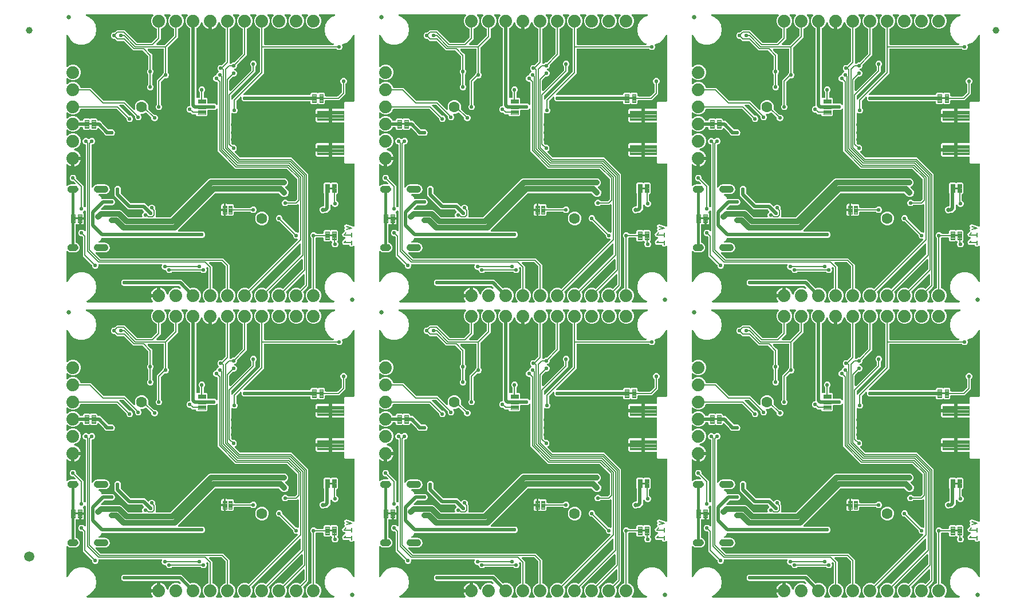
<source format=gbl>
G04 EAGLE Gerber RS-274X export*
G75*
%MOMM*%
%FSLAX34Y34*%
%LPD*%
%INBottom Copper*%
%IPPOS*%
%AMOC8*
5,1,8,0,0,1.08239X$1,22.5*%
G01*
%ADD10C,0.203200*%
%ADD11C,0.101600*%
%ADD12C,0.635000*%
%ADD13C,0.099059*%
%ADD14C,0.654000*%
%ADD15C,0.105000*%
%ADD16C,1.879600*%
%ADD17C,1.600000*%
%ADD18C,1.000000*%
%ADD19C,1.500000*%
%ADD20C,0.508000*%
%ADD21C,0.554000*%
%ADD22C,0.152400*%
%ADD23C,0.406400*%
%ADD24C,0.812800*%
%ADD25C,0.558800*%

G36*
X257514Y439692D02*
X257514Y439692D01*
X257652Y439705D01*
X257671Y439712D01*
X257691Y439715D01*
X257820Y439766D01*
X257951Y439813D01*
X257968Y439824D01*
X257987Y439832D01*
X258099Y439913D01*
X258214Y439991D01*
X258228Y440007D01*
X258244Y440018D01*
X258333Y440126D01*
X258425Y440230D01*
X258434Y440248D01*
X258447Y440263D01*
X258506Y440389D01*
X258569Y440513D01*
X258574Y440533D01*
X258582Y440551D01*
X258609Y440688D01*
X258639Y440823D01*
X258638Y440844D01*
X258642Y440863D01*
X258634Y441002D01*
X258629Y441141D01*
X258624Y441161D01*
X258622Y441181D01*
X258580Y441313D01*
X258541Y441447D01*
X258531Y441464D01*
X258524Y441483D01*
X258450Y441601D01*
X258379Y441721D01*
X258361Y441742D01*
X258354Y441752D01*
X258339Y441766D01*
X258273Y441841D01*
X257009Y443105D01*
X255269Y447306D01*
X255269Y451854D01*
X257009Y456055D01*
X260225Y459271D01*
X264426Y461011D01*
X268974Y461011D01*
X271870Y459811D01*
X271899Y459803D01*
X271925Y459790D01*
X272052Y459761D01*
X272177Y459727D01*
X272207Y459726D01*
X272236Y459720D01*
X272365Y459724D01*
X272495Y459722D01*
X272524Y459729D01*
X272553Y459730D01*
X272678Y459766D01*
X272804Y459796D01*
X272831Y459810D01*
X272859Y459818D01*
X272971Y459884D01*
X273086Y459945D01*
X273107Y459965D01*
X273133Y459980D01*
X273254Y460086D01*
X344678Y531511D01*
X344763Y531620D01*
X344852Y531727D01*
X344861Y531746D01*
X344873Y531762D01*
X344929Y531890D01*
X344988Y532015D01*
X344991Y532035D01*
X344999Y532054D01*
X345021Y532192D01*
X345047Y532328D01*
X345046Y532348D01*
X345049Y532368D01*
X345036Y532507D01*
X345028Y532645D01*
X345021Y532664D01*
X345020Y532684D01*
X344972Y532816D01*
X344930Y532947D01*
X344919Y532965D01*
X344912Y532984D01*
X344834Y533099D01*
X344759Y533216D01*
X344745Y533230D01*
X344733Y533247D01*
X344629Y533339D01*
X344528Y533434D01*
X344510Y533444D01*
X344495Y533457D01*
X344371Y533520D01*
X344249Y533588D01*
X344230Y533593D01*
X344212Y533602D01*
X344076Y533632D01*
X343941Y533667D01*
X343913Y533669D01*
X343901Y533672D01*
X343881Y533671D01*
X343781Y533677D01*
X341945Y533677D01*
X340179Y534408D01*
X338828Y535759D01*
X338097Y537525D01*
X338097Y538805D01*
X338085Y538903D01*
X338082Y539002D01*
X338065Y539060D01*
X338057Y539120D01*
X338021Y539212D01*
X337993Y539307D01*
X337963Y539360D01*
X337940Y539416D01*
X337882Y539496D01*
X337832Y539581D01*
X337766Y539657D01*
X337754Y539673D01*
X337744Y539681D01*
X337726Y539702D01*
X318722Y558706D01*
X318644Y558766D01*
X318572Y558834D01*
X318519Y558863D01*
X318471Y558900D01*
X318380Y558940D01*
X318293Y558988D01*
X318235Y559003D01*
X318179Y559027D01*
X318081Y559042D01*
X317985Y559067D01*
X317885Y559073D01*
X317865Y559077D01*
X317853Y559075D01*
X317825Y559077D01*
X316545Y559077D01*
X314779Y559808D01*
X313428Y561159D01*
X312697Y562925D01*
X312697Y564835D01*
X313428Y566601D01*
X314779Y567952D01*
X316545Y568683D01*
X318455Y568683D01*
X320221Y567952D01*
X321572Y566601D01*
X322303Y564835D01*
X322303Y563555D01*
X322315Y563457D01*
X322318Y563358D01*
X322335Y563300D01*
X322343Y563240D01*
X322379Y563148D01*
X322407Y563053D01*
X322437Y563000D01*
X322460Y562944D01*
X322518Y562864D01*
X322568Y562779D01*
X322634Y562703D01*
X322646Y562687D01*
X322656Y562679D01*
X322674Y562658D01*
X341678Y543654D01*
X341756Y543594D01*
X341828Y543526D01*
X341881Y543497D01*
X341929Y543460D01*
X342020Y543420D01*
X342107Y543372D01*
X342165Y543357D01*
X342221Y543333D01*
X342319Y543318D01*
X342415Y543293D01*
X342515Y543287D01*
X342535Y543283D01*
X342547Y543285D01*
X342575Y543283D01*
X343855Y543283D01*
X344954Y542828D01*
X345002Y542814D01*
X345047Y542793D01*
X345155Y542773D01*
X345261Y542744D01*
X345311Y542743D01*
X345360Y542733D01*
X345469Y542740D01*
X345579Y542739D01*
X345627Y542750D01*
X345677Y542753D01*
X345781Y542787D01*
X345888Y542813D01*
X345932Y542836D01*
X345979Y542851D01*
X346072Y542910D01*
X346169Y542961D01*
X346206Y542995D01*
X346248Y543021D01*
X346323Y543101D01*
X346405Y543175D01*
X346432Y543217D01*
X346466Y543253D01*
X346519Y543349D01*
X346579Y543441D01*
X346596Y543488D01*
X346620Y543532D01*
X346647Y543638D01*
X346683Y543742D01*
X346687Y543791D01*
X346699Y543839D01*
X346709Y544000D01*
X346709Y583533D01*
X346692Y583671D01*
X346679Y583809D01*
X346672Y583828D01*
X346669Y583848D01*
X346618Y583977D01*
X346571Y584108D01*
X346560Y584125D01*
X346552Y584144D01*
X346471Y584256D01*
X346393Y584371D01*
X346377Y584385D01*
X346366Y584401D01*
X346258Y584490D01*
X346154Y584582D01*
X346136Y584591D01*
X346121Y584604D01*
X345995Y584663D01*
X345871Y584727D01*
X345851Y584731D01*
X345833Y584740D01*
X345696Y584766D01*
X345561Y584796D01*
X345540Y584796D01*
X345521Y584799D01*
X345382Y584791D01*
X345243Y584787D01*
X345223Y584781D01*
X345203Y584780D01*
X345071Y584737D01*
X344937Y584698D01*
X344920Y584688D01*
X344901Y584682D01*
X344783Y584607D01*
X344663Y584537D01*
X344642Y584518D01*
X344632Y584511D01*
X344618Y584496D01*
X344543Y584430D01*
X344058Y583945D01*
X330913Y583945D01*
X330815Y583933D01*
X330716Y583930D01*
X330658Y583913D01*
X330598Y583905D01*
X330505Y583869D01*
X330410Y583841D01*
X330358Y583811D01*
X330302Y583788D01*
X330222Y583730D01*
X330136Y583680D01*
X330061Y583614D01*
X330045Y583602D01*
X330037Y583592D01*
X330016Y583574D01*
X329111Y582668D01*
X327345Y581937D01*
X325435Y581937D01*
X323669Y582668D01*
X322318Y584019D01*
X321587Y585785D01*
X321587Y587695D01*
X322318Y589461D01*
X323669Y590812D01*
X325435Y591543D01*
X327345Y591543D01*
X329111Y590812D01*
X330016Y589906D01*
X330094Y589846D01*
X330166Y589778D01*
X330219Y589749D01*
X330267Y589712D01*
X330358Y589672D01*
X330444Y589624D01*
X330503Y589609D01*
X330559Y589585D01*
X330657Y589570D01*
X330752Y589545D01*
X330852Y589539D01*
X330873Y589535D01*
X330885Y589537D01*
X330913Y589535D01*
X341217Y589535D01*
X341315Y589547D01*
X341414Y589550D01*
X341472Y589567D01*
X341532Y589575D01*
X341624Y589611D01*
X341719Y589639D01*
X341772Y589669D01*
X341828Y589692D01*
X341908Y589750D01*
X341993Y589800D01*
X342069Y589866D01*
X342085Y589878D01*
X342093Y589888D01*
X342114Y589906D01*
X343544Y591336D01*
X343604Y591414D01*
X343672Y591486D01*
X343701Y591539D01*
X343738Y591587D01*
X343778Y591678D01*
X343826Y591765D01*
X343841Y591823D01*
X343865Y591879D01*
X343880Y591977D01*
X343905Y592073D01*
X343911Y592173D01*
X343915Y592193D01*
X343913Y592205D01*
X343915Y592233D01*
X343915Y621887D01*
X343903Y621985D01*
X343900Y622084D01*
X343883Y622142D01*
X343875Y622202D01*
X343839Y622294D01*
X343811Y622389D01*
X343781Y622442D01*
X343758Y622498D01*
X343700Y622578D01*
X343650Y622663D01*
X343584Y622739D01*
X343572Y622755D01*
X343562Y622763D01*
X343544Y622784D01*
X329414Y636914D01*
X329336Y636974D01*
X329264Y637042D01*
X329211Y637071D01*
X329163Y637108D01*
X329072Y637148D01*
X328985Y637196D01*
X328927Y637211D01*
X328871Y637235D01*
X328773Y637250D01*
X328677Y637275D01*
X328577Y637281D01*
X328557Y637285D01*
X328545Y637283D01*
X328517Y637285D01*
X252842Y637285D01*
X226821Y663306D01*
X226821Y724965D01*
X226804Y725103D01*
X226791Y725241D01*
X226784Y725260D01*
X226781Y725280D01*
X226730Y725409D01*
X226683Y725541D01*
X226672Y725557D01*
X226664Y725576D01*
X226583Y725688D01*
X226505Y725804D01*
X226489Y725817D01*
X226478Y725834D01*
X226370Y725922D01*
X226266Y726014D01*
X226248Y726023D01*
X226233Y726036D01*
X226107Y726096D01*
X225983Y726159D01*
X225963Y726163D01*
X225945Y726172D01*
X225808Y726198D01*
X225673Y726228D01*
X225652Y726228D01*
X225633Y726232D01*
X225494Y726223D01*
X225355Y726219D01*
X225335Y726213D01*
X225315Y726212D01*
X225183Y726169D01*
X225049Y726130D01*
X225032Y726120D01*
X225013Y726114D01*
X224895Y726040D01*
X224775Y725969D01*
X224754Y725950D01*
X224744Y725944D01*
X224730Y725929D01*
X224655Y725862D01*
X223701Y724908D01*
X223379Y724775D01*
X223370Y724770D01*
X223361Y724768D01*
X223232Y724692D01*
X223102Y724618D01*
X223096Y724611D01*
X223088Y724606D01*
X222967Y724500D01*
X222874Y724407D01*
X222743Y724407D01*
X222734Y724406D01*
X222725Y724407D01*
X222576Y724386D01*
X222428Y724367D01*
X222419Y724364D01*
X222410Y724363D01*
X222257Y724311D01*
X221935Y724177D01*
X220025Y724177D01*
X219703Y724311D01*
X219694Y724313D01*
X219686Y724318D01*
X219541Y724355D01*
X219396Y724395D01*
X219387Y724395D01*
X219378Y724397D01*
X219217Y724407D01*
X212852Y724407D01*
X212734Y724392D01*
X212615Y724385D01*
X212577Y724372D01*
X212536Y724367D01*
X212426Y724324D01*
X212313Y724287D01*
X212278Y724265D01*
X212241Y724250D01*
X212145Y724181D01*
X212044Y724117D01*
X212016Y724087D01*
X211983Y724064D01*
X211907Y723972D01*
X211826Y723885D01*
X211806Y723850D01*
X211781Y723819D01*
X211730Y723711D01*
X211672Y723607D01*
X211662Y723567D01*
X211645Y723531D01*
X211623Y723414D01*
X211593Y723299D01*
X211589Y723239D01*
X211585Y723219D01*
X211587Y723198D01*
X211583Y723138D01*
X211583Y717133D01*
X210094Y715644D01*
X196306Y715644D01*
X194733Y717217D01*
X194697Y717327D01*
X194675Y717362D01*
X194660Y717399D01*
X194591Y717495D01*
X194527Y717596D01*
X194497Y717624D01*
X194474Y717657D01*
X194382Y717733D01*
X194295Y717814D01*
X194260Y717834D01*
X194229Y717859D01*
X194121Y717910D01*
X194017Y717968D01*
X193977Y717978D01*
X193941Y717995D01*
X193824Y718017D01*
X193709Y718047D01*
X193649Y718051D01*
X193629Y718055D01*
X193608Y718053D01*
X193548Y718057D01*
X188580Y718057D01*
X186642Y719996D01*
X186564Y720056D01*
X186492Y720124D01*
X186439Y720153D01*
X186391Y720190D01*
X186300Y720230D01*
X186213Y720278D01*
X186155Y720293D01*
X186099Y720317D01*
X186001Y720332D01*
X185905Y720357D01*
X185805Y720363D01*
X185785Y720367D01*
X185773Y720365D01*
X185745Y720367D01*
X184465Y720367D01*
X182699Y721098D01*
X181348Y722449D01*
X180617Y724215D01*
X180617Y726125D01*
X181348Y727891D01*
X182699Y729242D01*
X184465Y729973D01*
X184658Y729973D01*
X184776Y729988D01*
X184895Y729995D01*
X184933Y730008D01*
X184974Y730013D01*
X185084Y730056D01*
X185197Y730093D01*
X185232Y730115D01*
X185269Y730130D01*
X185365Y730199D01*
X185466Y730263D01*
X185494Y730293D01*
X185527Y730316D01*
X185603Y730408D01*
X185684Y730495D01*
X185704Y730530D01*
X185729Y730561D01*
X185780Y730669D01*
X185838Y730773D01*
X185848Y730813D01*
X185865Y730849D01*
X185887Y730966D01*
X185917Y731081D01*
X185921Y731141D01*
X185925Y731161D01*
X185923Y731182D01*
X185927Y731242D01*
X185927Y844653D01*
X185924Y844683D01*
X185926Y844712D01*
X185904Y844840D01*
X185887Y844969D01*
X185877Y844996D01*
X185872Y845026D01*
X185818Y845144D01*
X185770Y845265D01*
X185753Y845289D01*
X185741Y845316D01*
X185660Y845417D01*
X185584Y845522D01*
X185561Y845541D01*
X185542Y845564D01*
X185439Y845642D01*
X185339Y845725D01*
X185312Y845737D01*
X185288Y845755D01*
X185144Y845826D01*
X184025Y846289D01*
X180809Y849505D01*
X179069Y853706D01*
X179069Y858254D01*
X180809Y862455D01*
X182073Y863719D01*
X182158Y863828D01*
X182247Y863935D01*
X182256Y863954D01*
X182268Y863970D01*
X182323Y864097D01*
X182382Y864223D01*
X182386Y864243D01*
X182394Y864262D01*
X182416Y864400D01*
X182442Y864536D01*
X182441Y864556D01*
X182444Y864576D01*
X182431Y864715D01*
X182422Y864853D01*
X182416Y864872D01*
X182414Y864892D01*
X182367Y865024D01*
X182324Y865155D01*
X182314Y865173D01*
X182307Y865192D01*
X182229Y865307D01*
X182154Y865424D01*
X182140Y865438D01*
X182128Y865455D01*
X182024Y865547D01*
X181923Y865642D01*
X181905Y865652D01*
X181890Y865665D01*
X181766Y865729D01*
X181644Y865796D01*
X181625Y865801D01*
X181607Y865810D01*
X181471Y865840D01*
X181336Y865875D01*
X181308Y865877D01*
X181296Y865880D01*
X181276Y865879D01*
X181176Y865885D01*
X174424Y865885D01*
X174286Y865868D01*
X174148Y865855D01*
X174129Y865848D01*
X174109Y865845D01*
X173980Y865794D01*
X173849Y865747D01*
X173832Y865736D01*
X173813Y865728D01*
X173701Y865647D01*
X173586Y865569D01*
X173572Y865553D01*
X173556Y865542D01*
X173467Y865434D01*
X173375Y865330D01*
X173366Y865312D01*
X173353Y865297D01*
X173294Y865171D01*
X173231Y865047D01*
X173226Y865027D01*
X173218Y865009D01*
X173191Y864872D01*
X173161Y864737D01*
X173162Y864716D01*
X173158Y864697D01*
X173166Y864558D01*
X173171Y864419D01*
X173176Y864399D01*
X173178Y864379D01*
X173220Y864247D01*
X173259Y864113D01*
X173269Y864096D01*
X173276Y864077D01*
X173350Y863959D01*
X173421Y863839D01*
X173439Y863818D01*
X173446Y863808D01*
X173461Y863794D01*
X173527Y863719D01*
X174791Y862455D01*
X176531Y858254D01*
X176531Y853706D01*
X174791Y849505D01*
X171575Y846289D01*
X168678Y845090D01*
X168653Y845075D01*
X168625Y845066D01*
X168515Y844996D01*
X168402Y844932D01*
X168381Y844912D01*
X168356Y844896D01*
X168267Y844801D01*
X168174Y844711D01*
X168158Y844686D01*
X168138Y844664D01*
X168075Y844550D01*
X168007Y844440D01*
X167999Y844411D01*
X167984Y844386D01*
X167952Y844260D01*
X167914Y844136D01*
X167912Y844106D01*
X167905Y844078D01*
X167895Y843917D01*
X167895Y831962D01*
X153026Y817094D01*
X152966Y817016D01*
X152898Y816944D01*
X152869Y816891D01*
X152832Y816843D01*
X152792Y816752D01*
X152744Y816665D01*
X152729Y816607D01*
X152705Y816551D01*
X152690Y816453D01*
X152665Y816357D01*
X152659Y816257D01*
X152655Y816237D01*
X152657Y816225D01*
X152655Y816197D01*
X152655Y780493D01*
X152667Y780395D01*
X152670Y780296D01*
X152687Y780238D01*
X152695Y780178D01*
X152731Y780085D01*
X152759Y779990D01*
X152789Y779938D01*
X152812Y779882D01*
X152870Y779802D01*
X152920Y779716D01*
X152986Y779641D01*
X152998Y779625D01*
X153008Y779617D01*
X153026Y779596D01*
X153932Y778691D01*
X154663Y776925D01*
X154663Y775015D01*
X153932Y773249D01*
X152581Y771898D01*
X150815Y771167D01*
X148905Y771167D01*
X148864Y771184D01*
X148836Y771192D01*
X148810Y771205D01*
X148683Y771234D01*
X148558Y771268D01*
X148528Y771268D01*
X148499Y771275D01*
X148370Y771271D01*
X148240Y771273D01*
X148211Y771266D01*
X148181Y771265D01*
X148057Y771229D01*
X147930Y771199D01*
X147904Y771185D01*
X147876Y771177D01*
X147764Y771111D01*
X147649Y771050D01*
X147627Y771030D01*
X147602Y771015D01*
X147481Y770909D01*
X142866Y766294D01*
X142806Y766216D01*
X142738Y766144D01*
X142709Y766091D01*
X142672Y766043D01*
X142632Y765952D01*
X142584Y765865D01*
X142569Y765807D01*
X142545Y765751D01*
X142530Y765653D01*
X142505Y765557D01*
X142499Y765457D01*
X142495Y765437D01*
X142497Y765425D01*
X142495Y765397D01*
X142495Y733503D01*
X142507Y733405D01*
X142510Y733306D01*
X142527Y733248D01*
X142535Y733188D01*
X142571Y733095D01*
X142599Y733000D01*
X142629Y732948D01*
X142652Y732892D01*
X142710Y732812D01*
X142760Y732726D01*
X142826Y732651D01*
X142838Y732635D01*
X142848Y732627D01*
X142866Y732606D01*
X143772Y731701D01*
X144503Y729935D01*
X144503Y728025D01*
X143772Y726259D01*
X142421Y724908D01*
X140655Y724177D01*
X138745Y724177D01*
X136979Y724908D01*
X135628Y726259D01*
X134897Y728025D01*
X134897Y729935D01*
X135628Y731701D01*
X136534Y732606D01*
X136594Y732684D01*
X136662Y732756D01*
X136691Y732809D01*
X136728Y732857D01*
X136768Y732948D01*
X136816Y733034D01*
X136831Y733093D01*
X136855Y733149D01*
X136870Y733247D01*
X136895Y733342D01*
X136901Y733442D01*
X136905Y733463D01*
X136903Y733475D01*
X136905Y733503D01*
X136905Y768238D01*
X144686Y776018D01*
X144746Y776096D01*
X144814Y776168D01*
X144843Y776221D01*
X144880Y776269D01*
X144920Y776360D01*
X144968Y776447D01*
X144983Y776505D01*
X145007Y776561D01*
X145022Y776659D01*
X145047Y776755D01*
X145053Y776855D01*
X145057Y776875D01*
X145055Y776887D01*
X145057Y776915D01*
X145057Y776925D01*
X145788Y778691D01*
X146694Y779596D01*
X146754Y779674D01*
X146822Y779746D01*
X146851Y779799D01*
X146888Y779847D01*
X146928Y779938D01*
X146976Y780024D01*
X146991Y780083D01*
X147015Y780139D01*
X147030Y780237D01*
X147055Y780332D01*
X147061Y780432D01*
X147065Y780453D01*
X147063Y780465D01*
X147065Y780493D01*
X147065Y813816D01*
X147050Y813934D01*
X147043Y814053D01*
X147030Y814091D01*
X147025Y814132D01*
X146982Y814242D01*
X146945Y814355D01*
X146923Y814390D01*
X146908Y814427D01*
X146839Y814523D01*
X146775Y814624D01*
X146745Y814652D01*
X146722Y814685D01*
X146630Y814761D01*
X146543Y814842D01*
X146508Y814862D01*
X146477Y814887D01*
X146369Y814938D01*
X146265Y814996D01*
X146225Y815006D01*
X146189Y815023D01*
X146072Y815045D01*
X145957Y815075D01*
X145897Y815079D01*
X145877Y815083D01*
X145856Y815081D01*
X145796Y815085D01*
X124111Y815085D01*
X123974Y815068D01*
X123835Y815055D01*
X123816Y815048D01*
X123796Y815045D01*
X123667Y814994D01*
X123536Y814947D01*
X123519Y814936D01*
X123500Y814928D01*
X123388Y814847D01*
X123273Y814769D01*
X123259Y814753D01*
X123243Y814742D01*
X123154Y814634D01*
X123062Y814530D01*
X123053Y814512D01*
X123040Y814497D01*
X122981Y814371D01*
X122917Y814247D01*
X122913Y814227D01*
X122904Y814209D01*
X122878Y814073D01*
X122848Y813937D01*
X122848Y813916D01*
X122845Y813897D01*
X122853Y813758D01*
X122857Y813619D01*
X122863Y813599D01*
X122864Y813579D01*
X122907Y813447D01*
X122946Y813313D01*
X122956Y813296D01*
X122962Y813277D01*
X123037Y813159D01*
X123107Y813039D01*
X123126Y813018D01*
X123133Y813008D01*
X123148Y812994D01*
X123214Y812919D01*
X127786Y808346D01*
X129795Y806338D01*
X129795Y785573D01*
X129807Y785475D01*
X129810Y785376D01*
X129827Y785318D01*
X129835Y785258D01*
X129871Y785166D01*
X129899Y785070D01*
X129929Y785018D01*
X129952Y784962D01*
X130010Y784882D01*
X130060Y784796D01*
X130126Y784721D01*
X130138Y784705D01*
X130148Y784697D01*
X130167Y784676D01*
X131072Y783771D01*
X131803Y782005D01*
X131803Y780095D01*
X131072Y778329D01*
X130166Y777424D01*
X130106Y777346D01*
X130038Y777274D01*
X130009Y777221D01*
X129972Y777173D01*
X129932Y777082D01*
X129884Y776996D01*
X129869Y776937D01*
X129845Y776881D01*
X129830Y776783D01*
X129805Y776688D01*
X129799Y776588D01*
X129795Y776567D01*
X129797Y776555D01*
X129795Y776527D01*
X129795Y762713D01*
X129807Y762615D01*
X129810Y762516D01*
X129827Y762458D01*
X129835Y762398D01*
X129871Y762306D01*
X129899Y762210D01*
X129929Y762158D01*
X129952Y762102D01*
X130010Y762022D01*
X130060Y761936D01*
X130126Y761861D01*
X130138Y761845D01*
X130148Y761837D01*
X130167Y761816D01*
X131072Y760911D01*
X131803Y759145D01*
X131803Y757235D01*
X131072Y755469D01*
X129721Y754118D01*
X127955Y753387D01*
X126045Y753387D01*
X124279Y754118D01*
X122928Y755469D01*
X122197Y757235D01*
X122197Y759145D01*
X122928Y760911D01*
X123833Y761816D01*
X123894Y761894D01*
X123962Y761966D01*
X123991Y762019D01*
X124028Y762067D01*
X124068Y762158D01*
X124116Y762244D01*
X124131Y762303D01*
X124155Y762359D01*
X124170Y762457D01*
X124195Y762552D01*
X124201Y762652D01*
X124205Y762673D01*
X124203Y762685D01*
X124205Y762713D01*
X124205Y776527D01*
X124193Y776625D01*
X124190Y776724D01*
X124173Y776782D01*
X124165Y776842D01*
X124129Y776935D01*
X124101Y777030D01*
X124071Y777082D01*
X124048Y777138D01*
X123990Y777218D01*
X123940Y777304D01*
X123874Y777379D01*
X123862Y777395D01*
X123852Y777403D01*
X123834Y777424D01*
X122928Y778329D01*
X122197Y780095D01*
X122197Y782005D01*
X122928Y783771D01*
X123833Y784676D01*
X123894Y784754D01*
X123962Y784826D01*
X123991Y784879D01*
X124028Y784927D01*
X124068Y785018D01*
X124116Y785104D01*
X124131Y785163D01*
X124155Y785219D01*
X124170Y785317D01*
X124195Y785412D01*
X124201Y785512D01*
X124205Y785533D01*
X124203Y785545D01*
X124205Y785573D01*
X124205Y803497D01*
X124193Y803595D01*
X124190Y803694D01*
X124173Y803752D01*
X124165Y803812D01*
X124129Y803904D01*
X124101Y803999D01*
X124071Y804052D01*
X124048Y804108D01*
X123990Y804188D01*
X123940Y804273D01*
X123874Y804349D01*
X123862Y804365D01*
X123852Y804373D01*
X123834Y804394D01*
X116308Y811920D01*
X116230Y811980D01*
X116158Y812048D01*
X116105Y812077D01*
X116057Y812114D01*
X115966Y812154D01*
X115879Y812202D01*
X115821Y812217D01*
X115765Y812241D01*
X115667Y812256D01*
X115571Y812281D01*
X115471Y812287D01*
X115451Y812291D01*
X115439Y812289D01*
X115411Y812291D01*
X101966Y812291D01*
X88114Y826144D01*
X88036Y826204D01*
X87964Y826272D01*
X87911Y826301D01*
X87863Y826338D01*
X87772Y826378D01*
X87685Y826426D01*
X87627Y826441D01*
X87571Y826465D01*
X87473Y826480D01*
X87377Y826505D01*
X87277Y826511D01*
X87257Y826515D01*
X87245Y826513D01*
X87217Y826515D01*
X77582Y826515D01*
X75574Y828524D01*
X75573Y828524D01*
X74882Y829215D01*
X74804Y829276D01*
X74732Y829344D01*
X74679Y829373D01*
X74631Y829410D01*
X74540Y829450D01*
X74453Y829498D01*
X74395Y829513D01*
X74339Y829537D01*
X74241Y829552D01*
X74145Y829577D01*
X74045Y829583D01*
X74025Y829587D01*
X74013Y829585D01*
X73985Y829587D01*
X72705Y829587D01*
X70939Y830318D01*
X69588Y831669D01*
X68857Y833435D01*
X68857Y835345D01*
X69588Y837111D01*
X70939Y838462D01*
X72705Y839193D01*
X73985Y839193D01*
X74083Y839205D01*
X74182Y839208D01*
X74240Y839225D01*
X74300Y839233D01*
X74392Y839269D01*
X74487Y839297D01*
X74540Y839327D01*
X74596Y839350D01*
X74676Y839408D01*
X74761Y839458D01*
X74837Y839524D01*
X74853Y839536D01*
X74861Y839546D01*
X74882Y839564D01*
X77582Y842265D01*
X88788Y842265D01*
X106831Y824221D01*
X106909Y824161D01*
X106981Y824093D01*
X107034Y824064D01*
X107082Y824027D01*
X107173Y823987D01*
X107260Y823939D01*
X107318Y823924D01*
X107374Y823900D01*
X107472Y823885D01*
X107568Y823860D01*
X107668Y823854D01*
X107688Y823850D01*
X107700Y823852D01*
X107728Y823850D01*
X128492Y823850D01*
X128590Y823862D01*
X128689Y823865D01*
X128747Y823882D01*
X128807Y823890D01*
X128899Y823926D01*
X128994Y823954D01*
X129047Y823984D01*
X129103Y824007D01*
X129183Y824065D01*
X129268Y824115D01*
X129344Y824181D01*
X129360Y824193D01*
X129368Y824203D01*
X129389Y824221D01*
X136534Y831366D01*
X136594Y831444D01*
X136662Y831516D01*
X136691Y831569D01*
X136728Y831617D01*
X136768Y831708D01*
X136816Y831795D01*
X136831Y831853D01*
X136855Y831909D01*
X136870Y832007D01*
X136895Y832103D01*
X136901Y832203D01*
X136905Y832223D01*
X136903Y832235D01*
X136905Y832263D01*
X136905Y843917D01*
X136902Y843946D01*
X136904Y843976D01*
X136882Y844104D01*
X136865Y844233D01*
X136855Y844260D01*
X136850Y844289D01*
X136796Y844408D01*
X136748Y844528D01*
X136731Y844552D01*
X136719Y844579D01*
X136638Y844680D01*
X136562Y844786D01*
X136539Y844804D01*
X136520Y844827D01*
X136417Y844905D01*
X136317Y844988D01*
X136290Y845001D01*
X136266Y845019D01*
X136122Y845090D01*
X133225Y846289D01*
X130009Y849505D01*
X128269Y853706D01*
X128269Y858254D01*
X130009Y862455D01*
X131273Y863719D01*
X131358Y863828D01*
X131447Y863935D01*
X131456Y863954D01*
X131468Y863970D01*
X131523Y864097D01*
X131582Y864223D01*
X131586Y864243D01*
X131594Y864262D01*
X131616Y864400D01*
X131642Y864536D01*
X131641Y864556D01*
X131644Y864576D01*
X131631Y864715D01*
X131622Y864853D01*
X131616Y864872D01*
X131614Y864892D01*
X131567Y865024D01*
X131524Y865155D01*
X131514Y865173D01*
X131507Y865192D01*
X131429Y865307D01*
X131354Y865424D01*
X131340Y865438D01*
X131328Y865455D01*
X131224Y865547D01*
X131123Y865642D01*
X131105Y865652D01*
X131090Y865665D01*
X130966Y865729D01*
X130844Y865796D01*
X130825Y865801D01*
X130807Y865810D01*
X130671Y865840D01*
X130536Y865875D01*
X130508Y865877D01*
X130496Y865880D01*
X130476Y865879D01*
X130376Y865885D01*
X32920Y865885D01*
X32823Y865873D01*
X32726Y865870D01*
X32666Y865853D01*
X32604Y865845D01*
X32514Y865810D01*
X32420Y865783D01*
X32367Y865751D01*
X32309Y865728D01*
X32230Y865671D01*
X32146Y865622D01*
X32102Y865578D01*
X32051Y865542D01*
X31989Y865467D01*
X31920Y865398D01*
X31888Y865344D01*
X31849Y865297D01*
X31807Y865209D01*
X31757Y865125D01*
X31740Y865065D01*
X31713Y865009D01*
X31695Y864913D01*
X31667Y864820D01*
X31665Y864758D01*
X31653Y864697D01*
X31659Y864599D01*
X31656Y864502D01*
X31669Y864441D01*
X31673Y864379D01*
X31703Y864287D01*
X31724Y864191D01*
X31752Y864136D01*
X31771Y864077D01*
X31823Y863994D01*
X31867Y863907D01*
X31908Y863861D01*
X31941Y863808D01*
X32012Y863741D01*
X32076Y863668D01*
X32127Y863633D01*
X32173Y863590D01*
X32258Y863543D01*
X32338Y863488D01*
X32434Y863446D01*
X32451Y863436D01*
X32462Y863434D01*
X32486Y863423D01*
X36362Y862013D01*
X42195Y857118D01*
X46002Y850524D01*
X47324Y843026D01*
X46002Y835528D01*
X42195Y828934D01*
X36362Y824039D01*
X29207Y821435D01*
X21593Y821435D01*
X14438Y824039D01*
X8605Y828934D01*
X5163Y834896D01*
X5075Y835012D01*
X4990Y835130D01*
X4979Y835138D01*
X4971Y835149D01*
X4857Y835239D01*
X4745Y835333D01*
X4732Y835338D01*
X4722Y835347D01*
X4588Y835406D01*
X4457Y835468D01*
X4444Y835471D01*
X4431Y835476D01*
X4287Y835501D01*
X4144Y835528D01*
X4131Y835527D01*
X4118Y835529D01*
X3972Y835517D01*
X3827Y835508D01*
X3814Y835504D01*
X3801Y835503D01*
X3663Y835455D01*
X3525Y835410D01*
X3513Y835403D01*
X3500Y835398D01*
X3379Y835318D01*
X3256Y835240D01*
X3247Y835230D01*
X3235Y835223D01*
X3138Y835115D01*
X3038Y835008D01*
X3031Y834996D01*
X3022Y834986D01*
X2955Y834858D01*
X2884Y834730D01*
X2881Y834717D01*
X2875Y834705D01*
X2841Y834563D01*
X2805Y834422D01*
X2804Y834403D01*
X2802Y834395D01*
X2802Y834378D01*
X2795Y834261D01*
X2795Y789104D01*
X2812Y788966D01*
X2825Y788828D01*
X2832Y788809D01*
X2835Y788789D01*
X2886Y788660D01*
X2933Y788529D01*
X2944Y788512D01*
X2952Y788493D01*
X3033Y788381D01*
X3111Y788266D01*
X3127Y788252D01*
X3138Y788236D01*
X3246Y788147D01*
X3350Y788055D01*
X3368Y788046D01*
X3383Y788033D01*
X3509Y787974D01*
X3633Y787911D01*
X3653Y787906D01*
X3671Y787898D01*
X3808Y787871D01*
X3943Y787841D01*
X3964Y787842D01*
X3983Y787838D01*
X4122Y787846D01*
X4261Y787851D01*
X4281Y787856D01*
X4301Y787858D01*
X4433Y787900D01*
X4567Y787939D01*
X4584Y787949D01*
X4603Y787956D01*
X4721Y788030D01*
X4841Y788101D01*
X4862Y788119D01*
X4872Y788126D01*
X4886Y788141D01*
X4961Y788207D01*
X6225Y789471D01*
X10426Y791211D01*
X14974Y791211D01*
X19175Y789471D01*
X22391Y786255D01*
X24131Y782054D01*
X24131Y777506D01*
X22391Y773305D01*
X19175Y770089D01*
X14974Y768349D01*
X10426Y768349D01*
X6225Y770089D01*
X4961Y771353D01*
X4852Y771438D01*
X4745Y771527D01*
X4726Y771536D01*
X4710Y771548D01*
X4583Y771603D01*
X4457Y771662D01*
X4437Y771666D01*
X4418Y771674D01*
X4280Y771696D01*
X4144Y771722D01*
X4124Y771721D01*
X4104Y771724D01*
X3965Y771711D01*
X3827Y771702D01*
X3808Y771696D01*
X3788Y771694D01*
X3656Y771647D01*
X3525Y771604D01*
X3507Y771594D01*
X3488Y771587D01*
X3373Y771509D01*
X3256Y771434D01*
X3242Y771420D01*
X3225Y771408D01*
X3133Y771304D01*
X3038Y771203D01*
X3028Y771185D01*
X3015Y771170D01*
X2951Y771046D01*
X2884Y770924D01*
X2879Y770905D01*
X2870Y770887D01*
X2840Y770751D01*
X2805Y770616D01*
X2803Y770588D01*
X2800Y770576D01*
X2801Y770556D01*
X2795Y770456D01*
X2795Y763704D01*
X2812Y763566D01*
X2825Y763428D01*
X2832Y763409D01*
X2835Y763389D01*
X2886Y763260D01*
X2933Y763129D01*
X2944Y763112D01*
X2952Y763093D01*
X3033Y762981D01*
X3111Y762866D01*
X3127Y762852D01*
X3138Y762836D01*
X3246Y762747D01*
X3350Y762655D01*
X3368Y762646D01*
X3383Y762633D01*
X3509Y762574D01*
X3633Y762511D01*
X3653Y762506D01*
X3671Y762498D01*
X3808Y762471D01*
X3943Y762441D01*
X3964Y762442D01*
X3983Y762438D01*
X4122Y762446D01*
X4261Y762451D01*
X4281Y762456D01*
X4301Y762458D01*
X4433Y762500D01*
X4567Y762539D01*
X4584Y762549D01*
X4603Y762556D01*
X4721Y762630D01*
X4841Y762701D01*
X4862Y762719D01*
X4872Y762726D01*
X4886Y762741D01*
X4961Y762807D01*
X6225Y764071D01*
X10426Y765811D01*
X14974Y765811D01*
X19175Y764071D01*
X22391Y760855D01*
X23590Y757958D01*
X23605Y757933D01*
X23614Y757905D01*
X23684Y757795D01*
X23748Y757682D01*
X23768Y757661D01*
X23784Y757636D01*
X23879Y757547D01*
X23969Y757454D01*
X23994Y757438D01*
X24016Y757418D01*
X24130Y757355D01*
X24240Y757287D01*
X24269Y757279D01*
X24294Y757264D01*
X24420Y757232D01*
X24544Y757194D01*
X24574Y757192D01*
X24602Y757185D01*
X24763Y757175D01*
X39258Y757175D01*
X58214Y738218D01*
X58292Y738158D01*
X58364Y738090D01*
X58417Y738061D01*
X58465Y738024D01*
X58556Y737984D01*
X58643Y737936D01*
X58701Y737921D01*
X58757Y737897D01*
X58855Y737882D01*
X58951Y737857D01*
X59051Y737851D01*
X59071Y737847D01*
X59083Y737849D01*
X59111Y737847D01*
X89507Y737847D01*
X91515Y735838D01*
X91516Y735838D01*
X102512Y724842D01*
X102567Y724799D01*
X102615Y724749D01*
X102692Y724702D01*
X102763Y724647D01*
X102827Y724619D01*
X102887Y724583D01*
X102972Y724556D01*
X103055Y724520D01*
X103124Y724509D01*
X103190Y724489D01*
X103280Y724485D01*
X103369Y724471D01*
X103439Y724477D01*
X103508Y724474D01*
X103596Y724492D01*
X103686Y724500D01*
X103751Y724524D01*
X103820Y724538D01*
X103900Y724577D01*
X103985Y724608D01*
X104043Y724647D01*
X104105Y724678D01*
X104174Y724736D01*
X104248Y724787D01*
X104294Y724839D01*
X104347Y724884D01*
X104399Y724958D01*
X104458Y725025D01*
X104490Y725087D01*
X104530Y725144D01*
X104562Y725228D01*
X104603Y725308D01*
X104618Y725376D01*
X104643Y725442D01*
X104653Y725531D01*
X104673Y725618D01*
X104671Y725688D01*
X104678Y725758D01*
X104666Y725847D01*
X104663Y725936D01*
X104644Y726003D01*
X104634Y726073D01*
X104582Y726225D01*
X104267Y726984D01*
X104267Y730976D01*
X105795Y734663D01*
X108617Y737485D01*
X112304Y739013D01*
X116296Y739013D01*
X119983Y737485D01*
X122805Y734663D01*
X124333Y730976D01*
X124333Y726984D01*
X124205Y726676D01*
X124197Y726647D01*
X124184Y726621D01*
X124155Y726494D01*
X124121Y726369D01*
X124120Y726339D01*
X124114Y726311D01*
X124118Y726181D01*
X124116Y726051D01*
X124123Y726022D01*
X124124Y725993D01*
X124160Y725868D01*
X124190Y725742D01*
X124204Y725715D01*
X124212Y725687D01*
X124278Y725575D01*
X124339Y725460D01*
X124359Y725439D01*
X124374Y725413D01*
X124480Y725292D01*
X132128Y717644D01*
X132206Y717584D01*
X132278Y717516D01*
X132331Y717487D01*
X132379Y717450D01*
X132470Y717410D01*
X132557Y717362D01*
X132615Y717347D01*
X132671Y717323D01*
X132769Y717308D01*
X132865Y717283D01*
X132965Y717277D01*
X132985Y717273D01*
X132997Y717275D01*
X133025Y717273D01*
X134305Y717273D01*
X136071Y716542D01*
X137422Y715191D01*
X138153Y713425D01*
X138153Y711515D01*
X137422Y709749D01*
X136071Y708398D01*
X134305Y707667D01*
X132395Y707667D01*
X130629Y708398D01*
X129278Y709749D01*
X128547Y711515D01*
X128547Y712795D01*
X128535Y712893D01*
X128532Y712992D01*
X128515Y713050D01*
X128507Y713110D01*
X128471Y713202D01*
X128443Y713297D01*
X128413Y713350D01*
X128390Y713406D01*
X128332Y713486D01*
X128282Y713571D01*
X128216Y713647D01*
X128204Y713663D01*
X128194Y713671D01*
X128176Y713692D01*
X121580Y720288D01*
X121556Y720306D01*
X121537Y720328D01*
X121431Y720403D01*
X121328Y720483D01*
X121301Y720495D01*
X121277Y720512D01*
X121156Y720558D01*
X121037Y720609D01*
X121007Y720614D01*
X120980Y720624D01*
X120851Y720639D01*
X120723Y720659D01*
X120693Y720656D01*
X120664Y720660D01*
X120535Y720641D01*
X120406Y720629D01*
X120378Y720619D01*
X120349Y720615D01*
X120197Y720563D01*
X116296Y718947D01*
X113869Y718947D01*
X113731Y718930D01*
X113593Y718917D01*
X113574Y718910D01*
X113554Y718907D01*
X113424Y718856D01*
X113293Y718809D01*
X113277Y718798D01*
X113258Y718790D01*
X113145Y718709D01*
X113030Y718631D01*
X113017Y718615D01*
X113000Y718604D01*
X112912Y718496D01*
X112820Y718392D01*
X112811Y718374D01*
X112798Y718359D01*
X112739Y718233D01*
X112675Y718109D01*
X112671Y718089D01*
X112662Y718071D01*
X112636Y717935D01*
X112606Y717799D01*
X112606Y717778D01*
X112602Y717759D01*
X112611Y717620D01*
X112615Y717481D01*
X112621Y717461D01*
X112622Y717441D01*
X112665Y717309D01*
X112704Y717175D01*
X112714Y717158D01*
X112720Y717139D01*
X112794Y717021D01*
X112865Y716901D01*
X112884Y716880D01*
X112890Y716870D01*
X112905Y716856D01*
X112972Y716780D01*
X113292Y716460D01*
X114023Y714695D01*
X114023Y712785D01*
X113292Y711019D01*
X111941Y709668D01*
X110175Y708937D01*
X108265Y708937D01*
X106499Y709668D01*
X105148Y711019D01*
X104417Y712785D01*
X104417Y714506D01*
X104405Y714604D01*
X104402Y714703D01*
X104385Y714761D01*
X104377Y714821D01*
X104341Y714913D01*
X104313Y715008D01*
X104283Y715061D01*
X104260Y715117D01*
X104202Y715197D01*
X104152Y715282D01*
X104086Y715358D01*
X104074Y715374D01*
X104064Y715382D01*
X104046Y715403D01*
X87563Y731886D01*
X87485Y731946D01*
X87413Y732014D01*
X87360Y732043D01*
X87312Y732080D01*
X87221Y732120D01*
X87134Y732168D01*
X87076Y732183D01*
X87020Y732207D01*
X86922Y732222D01*
X86826Y732247D01*
X86726Y732253D01*
X86706Y732257D01*
X86694Y732255D01*
X86666Y732257D01*
X82479Y732257D01*
X82342Y732240D01*
X82203Y732227D01*
X82184Y732220D01*
X82164Y732217D01*
X82035Y732166D01*
X81904Y732119D01*
X81887Y732108D01*
X81868Y732100D01*
X81756Y732019D01*
X81641Y731941D01*
X81627Y731925D01*
X81611Y731914D01*
X81522Y731806D01*
X81430Y731702D01*
X81421Y731684D01*
X81408Y731669D01*
X81349Y731543D01*
X81285Y731419D01*
X81281Y731399D01*
X81272Y731381D01*
X81246Y731245D01*
X81216Y731109D01*
X81216Y731088D01*
X81213Y731069D01*
X81221Y730930D01*
X81225Y730791D01*
X81231Y730771D01*
X81232Y730751D01*
X81275Y730619D01*
X81314Y730485D01*
X81324Y730468D01*
X81330Y730449D01*
X81405Y730331D01*
X81475Y730211D01*
X81494Y730190D01*
X81501Y730180D01*
X81516Y730166D01*
X81582Y730091D01*
X95298Y716374D01*
X95376Y716314D01*
X95448Y716246D01*
X95501Y716217D01*
X95549Y716180D01*
X95640Y716140D01*
X95727Y716092D01*
X95785Y716077D01*
X95841Y716053D01*
X95939Y716038D01*
X96035Y716013D01*
X96135Y716007D01*
X96155Y716003D01*
X96167Y716005D01*
X96195Y716003D01*
X97475Y716003D01*
X99241Y715272D01*
X100592Y713921D01*
X101323Y712155D01*
X101323Y710245D01*
X100592Y708479D01*
X99241Y707128D01*
X97475Y706397D01*
X95565Y706397D01*
X93799Y707128D01*
X92448Y708479D01*
X91717Y710245D01*
X91717Y711525D01*
X91705Y711623D01*
X91702Y711722D01*
X91685Y711780D01*
X91677Y711840D01*
X91641Y711932D01*
X91613Y712027D01*
X91583Y712080D01*
X91560Y712136D01*
X91502Y712216D01*
X91452Y712301D01*
X91386Y712377D01*
X91374Y712393D01*
X91364Y712401D01*
X91346Y712422D01*
X77954Y725814D01*
X77876Y725874D01*
X77804Y725942D01*
X77751Y725971D01*
X77703Y726008D01*
X77612Y726048D01*
X77525Y726096D01*
X77467Y726111D01*
X77411Y726135D01*
X77313Y726150D01*
X77217Y726175D01*
X77117Y726181D01*
X77097Y726185D01*
X77085Y726183D01*
X77057Y726185D01*
X24763Y726185D01*
X24734Y726182D01*
X24704Y726184D01*
X24576Y726162D01*
X24447Y726145D01*
X24420Y726135D01*
X24391Y726130D01*
X24272Y726076D01*
X24152Y726028D01*
X24128Y726011D01*
X24101Y725999D01*
X24000Y725918D01*
X23894Y725842D01*
X23876Y725819D01*
X23853Y725800D01*
X23775Y725697D01*
X23692Y725597D01*
X23679Y725570D01*
X23661Y725546D01*
X23590Y725402D01*
X22391Y722505D01*
X19175Y719289D01*
X14974Y717549D01*
X10426Y717549D01*
X6225Y719289D01*
X4961Y720553D01*
X4852Y720638D01*
X4745Y720727D01*
X4726Y720736D01*
X4710Y720748D01*
X4583Y720803D01*
X4457Y720862D01*
X4437Y720866D01*
X4418Y720874D01*
X4280Y720896D01*
X4144Y720922D01*
X4124Y720921D01*
X4104Y720924D01*
X3965Y720911D01*
X3827Y720902D01*
X3808Y720896D01*
X3788Y720894D01*
X3656Y720847D01*
X3525Y720804D01*
X3507Y720794D01*
X3488Y720787D01*
X3373Y720709D01*
X3256Y720634D01*
X3242Y720620D01*
X3225Y720608D01*
X3133Y720504D01*
X3038Y720403D01*
X3028Y720385D01*
X3015Y720370D01*
X2951Y720246D01*
X2884Y720124D01*
X2879Y720105D01*
X2870Y720087D01*
X2840Y719951D01*
X2805Y719816D01*
X2803Y719788D01*
X2800Y719776D01*
X2801Y719756D01*
X2795Y719656D01*
X2795Y712904D01*
X2812Y712766D01*
X2825Y712628D01*
X2832Y712609D01*
X2835Y712589D01*
X2886Y712460D01*
X2933Y712329D01*
X2944Y712312D01*
X2952Y712293D01*
X3033Y712181D01*
X3111Y712066D01*
X3127Y712052D01*
X3138Y712036D01*
X3246Y711947D01*
X3350Y711855D01*
X3368Y711846D01*
X3383Y711833D01*
X3509Y711774D01*
X3633Y711711D01*
X3653Y711706D01*
X3671Y711698D01*
X3808Y711671D01*
X3943Y711641D01*
X3964Y711642D01*
X3983Y711638D01*
X4122Y711646D01*
X4261Y711651D01*
X4281Y711656D01*
X4301Y711658D01*
X4433Y711700D01*
X4567Y711739D01*
X4584Y711749D01*
X4603Y711756D01*
X4721Y711830D01*
X4841Y711901D01*
X4862Y711919D01*
X4872Y711926D01*
X4886Y711941D01*
X4961Y712007D01*
X6225Y713271D01*
X10426Y715011D01*
X14974Y715011D01*
X19175Y713271D01*
X22391Y710055D01*
X22854Y708936D01*
X22869Y708911D01*
X22878Y708883D01*
X22947Y708773D01*
X23011Y708660D01*
X23032Y708639D01*
X23048Y708614D01*
X23142Y708525D01*
X23233Y708432D01*
X23258Y708416D01*
X23279Y708396D01*
X23393Y708333D01*
X23504Y708265D01*
X23532Y708257D01*
X23558Y708242D01*
X23684Y708210D01*
X23808Y708172D01*
X23837Y708170D01*
X23866Y708163D01*
X24027Y708153D01*
X26289Y708153D01*
X26407Y708168D01*
X26526Y708175D01*
X26564Y708188D01*
X26605Y708193D01*
X26715Y708236D01*
X26828Y708273D01*
X26863Y708295D01*
X26900Y708310D01*
X26996Y708379D01*
X27097Y708443D01*
X27125Y708473D01*
X27158Y708496D01*
X27234Y708588D01*
X27315Y708675D01*
X27335Y708710D01*
X27360Y708741D01*
X27411Y708849D01*
X27469Y708953D01*
X27479Y708993D01*
X27496Y709029D01*
X27518Y709146D01*
X27548Y709261D01*
X27552Y709321D01*
X27556Y709341D01*
X27554Y709362D01*
X27558Y709422D01*
X27558Y710482D01*
X29039Y711963D01*
X36747Y711963D01*
X37202Y711507D01*
X37296Y711434D01*
X37386Y711355D01*
X37422Y711337D01*
X37454Y711312D01*
X37563Y711265D01*
X37669Y711211D01*
X37708Y711202D01*
X37746Y711186D01*
X37863Y711167D01*
X37979Y711141D01*
X38020Y711142D01*
X38060Y711136D01*
X38178Y711147D01*
X38297Y711151D01*
X38336Y711162D01*
X38376Y711166D01*
X38488Y711206D01*
X38603Y711239D01*
X38638Y711260D01*
X38676Y711273D01*
X38774Y711340D01*
X38877Y711401D01*
X38922Y711441D01*
X38939Y711452D01*
X38952Y711467D01*
X38997Y711507D01*
X39453Y711963D01*
X47161Y711963D01*
X48642Y710482D01*
X48642Y709422D01*
X48657Y709304D01*
X48664Y709185D01*
X48677Y709147D01*
X48682Y709106D01*
X48725Y708996D01*
X48762Y708883D01*
X48784Y708848D01*
X48799Y708811D01*
X48868Y708715D01*
X48932Y708614D01*
X48962Y708586D01*
X48985Y708553D01*
X49077Y708477D01*
X49164Y708396D01*
X49199Y708376D01*
X49230Y708351D01*
X49338Y708300D01*
X49442Y708242D01*
X49482Y708232D01*
X49518Y708215D01*
X49635Y708193D01*
X49750Y708163D01*
X49810Y708159D01*
X49830Y708155D01*
X49851Y708157D01*
X49911Y708153D01*
X52821Y708153D01*
X55871Y705103D01*
X55871Y705102D01*
X65149Y695824D01*
X65228Y695764D01*
X65300Y695696D01*
X65353Y695667D01*
X65401Y695630D01*
X65492Y695590D01*
X65578Y695542D01*
X65637Y695527D01*
X65692Y695503D01*
X65790Y695488D01*
X65886Y695463D01*
X65986Y695457D01*
X66007Y695453D01*
X66019Y695455D01*
X66047Y695453D01*
X68087Y695453D01*
X68096Y695454D01*
X68105Y695453D01*
X68254Y695474D01*
X68402Y695493D01*
X68411Y695496D01*
X68420Y695497D01*
X68573Y695549D01*
X68895Y695683D01*
X70805Y695683D01*
X71127Y695549D01*
X71136Y695547D01*
X71144Y695542D01*
X71289Y695505D01*
X71434Y695465D01*
X71443Y695465D01*
X71452Y695463D01*
X71613Y695453D01*
X71744Y695453D01*
X71837Y695360D01*
X71844Y695354D01*
X71850Y695347D01*
X71969Y695258D01*
X72088Y695165D01*
X72097Y695161D01*
X72104Y695156D01*
X72249Y695085D01*
X72571Y694952D01*
X73922Y693601D01*
X74055Y693279D01*
X74060Y693270D01*
X74062Y693261D01*
X74139Y693132D01*
X74212Y693002D01*
X74219Y692996D01*
X74224Y692988D01*
X74330Y692867D01*
X74423Y692774D01*
X74423Y692643D01*
X74424Y692634D01*
X74423Y692625D01*
X74444Y692476D01*
X74463Y692328D01*
X74466Y692319D01*
X74467Y692310D01*
X74519Y692157D01*
X74653Y691835D01*
X74653Y689925D01*
X74519Y689603D01*
X74517Y689594D01*
X74512Y689586D01*
X74475Y689441D01*
X74435Y689296D01*
X74435Y689287D01*
X74433Y689278D01*
X74423Y689117D01*
X74423Y688986D01*
X74330Y688893D01*
X74324Y688886D01*
X74317Y688880D01*
X74228Y688761D01*
X74135Y688642D01*
X74131Y688633D01*
X74126Y688626D01*
X74055Y688481D01*
X73922Y688159D01*
X72571Y686808D01*
X72249Y686675D01*
X72240Y686670D01*
X72231Y686668D01*
X72102Y686592D01*
X71972Y686518D01*
X71966Y686511D01*
X71958Y686506D01*
X71837Y686400D01*
X71744Y686307D01*
X71613Y686307D01*
X71604Y686306D01*
X71595Y686307D01*
X71446Y686286D01*
X71298Y686267D01*
X71289Y686264D01*
X71280Y686263D01*
X71127Y686211D01*
X70805Y686077D01*
X68895Y686077D01*
X68573Y686211D01*
X68564Y686213D01*
X68556Y686218D01*
X68411Y686255D01*
X68266Y686295D01*
X68257Y686295D01*
X68248Y686297D01*
X68087Y686307D01*
X65263Y686307D01*
X65254Y686306D01*
X65245Y686307D01*
X65096Y686286D01*
X64948Y686267D01*
X64939Y686264D01*
X64930Y686263D01*
X64777Y686211D01*
X64455Y686077D01*
X62545Y686077D01*
X62223Y686211D01*
X62214Y686213D01*
X62206Y686218D01*
X62061Y686255D01*
X61916Y686295D01*
X61907Y686295D01*
X61898Y686297D01*
X61737Y686307D01*
X61606Y686307D01*
X61513Y686400D01*
X61506Y686406D01*
X61500Y686413D01*
X61381Y686502D01*
X61262Y686595D01*
X61253Y686599D01*
X61246Y686604D01*
X61101Y686675D01*
X60779Y686808D01*
X59428Y688159D01*
X59295Y688481D01*
X59290Y688490D01*
X59288Y688499D01*
X59212Y688628D01*
X59138Y688758D01*
X59131Y688764D01*
X59126Y688772D01*
X59020Y688893D01*
X58824Y689090D01*
X58823Y689090D01*
X58793Y689142D01*
X58770Y689198D01*
X58712Y689278D01*
X58662Y689364D01*
X58596Y689439D01*
X58584Y689456D01*
X58574Y689464D01*
X58556Y689485D01*
X50808Y697232D01*
X50699Y697317D01*
X50592Y697406D01*
X50573Y697414D01*
X50557Y697427D01*
X50429Y697482D01*
X50304Y697541D01*
X50284Y697545D01*
X50265Y697553D01*
X50127Y697575D01*
X49991Y697601D01*
X49971Y697600D01*
X49951Y697603D01*
X49812Y697590D01*
X49674Y697581D01*
X49655Y697575D01*
X49635Y697573D01*
X49503Y697526D01*
X49372Y697483D01*
X49354Y697472D01*
X49335Y697465D01*
X49220Y697387D01*
X49103Y697313D01*
X49089Y697298D01*
X49072Y697287D01*
X48980Y697183D01*
X48885Y697081D01*
X48875Y697064D01*
X48862Y697048D01*
X48798Y696925D01*
X48731Y696803D01*
X48726Y696783D01*
X48717Y696765D01*
X48714Y696750D01*
X47161Y695197D01*
X39453Y695197D01*
X38997Y695653D01*
X38903Y695726D01*
X38814Y695805D01*
X38778Y695823D01*
X38746Y695848D01*
X38637Y695895D01*
X38531Y695949D01*
X38492Y695958D01*
X38454Y695974D01*
X38337Y695993D01*
X38221Y696019D01*
X38180Y696018D01*
X38140Y696024D01*
X38022Y696013D01*
X37903Y696009D01*
X37864Y695998D01*
X37824Y695994D01*
X37712Y695954D01*
X37597Y695921D01*
X37562Y695900D01*
X37524Y695887D01*
X37426Y695820D01*
X37323Y695759D01*
X37278Y695720D01*
X37261Y695708D01*
X37248Y695693D01*
X37202Y695653D01*
X36747Y695197D01*
X29039Y695197D01*
X27558Y696678D01*
X27558Y697738D01*
X27543Y697856D01*
X27536Y697975D01*
X27523Y698013D01*
X27518Y698054D01*
X27475Y698164D01*
X27438Y698277D01*
X27416Y698312D01*
X27401Y698349D01*
X27332Y698445D01*
X27268Y698546D01*
X27238Y698574D01*
X27215Y698607D01*
X27123Y698683D01*
X27036Y698764D01*
X27001Y698784D01*
X26970Y698809D01*
X26862Y698860D01*
X26758Y698918D01*
X26718Y698928D01*
X26682Y698945D01*
X26565Y698967D01*
X26450Y698997D01*
X26390Y699001D01*
X26370Y699005D01*
X26349Y699003D01*
X26289Y699007D01*
X24027Y699007D01*
X23997Y699004D01*
X23968Y699006D01*
X23840Y698984D01*
X23711Y698967D01*
X23684Y698957D01*
X23654Y698952D01*
X23536Y698898D01*
X23415Y698850D01*
X23391Y698833D01*
X23364Y698821D01*
X23263Y698740D01*
X23158Y698664D01*
X23139Y698641D01*
X23116Y698622D01*
X23038Y698519D01*
X22955Y698419D01*
X22943Y698392D01*
X22925Y698368D01*
X22854Y698224D01*
X22391Y697105D01*
X19175Y693889D01*
X14974Y692149D01*
X10426Y692149D01*
X6225Y693889D01*
X4961Y695153D01*
X4852Y695238D01*
X4745Y695327D01*
X4726Y695336D01*
X4710Y695348D01*
X4583Y695403D01*
X4457Y695462D01*
X4437Y695466D01*
X4418Y695474D01*
X4280Y695496D01*
X4144Y695522D01*
X4124Y695521D01*
X4104Y695524D01*
X3965Y695511D01*
X3827Y695502D01*
X3808Y695496D01*
X3788Y695494D01*
X3656Y695447D01*
X3525Y695404D01*
X3507Y695394D01*
X3488Y695387D01*
X3373Y695309D01*
X3256Y695234D01*
X3242Y695220D01*
X3225Y695208D01*
X3133Y695104D01*
X3038Y695003D01*
X3028Y694985D01*
X3015Y694970D01*
X2951Y694846D01*
X2884Y694724D01*
X2879Y694705D01*
X2870Y694687D01*
X2840Y694551D01*
X2805Y694416D01*
X2803Y694388D01*
X2800Y694376D01*
X2801Y694356D01*
X2795Y694256D01*
X2795Y687504D01*
X2812Y687366D01*
X2825Y687228D01*
X2832Y687209D01*
X2835Y687189D01*
X2886Y687060D01*
X2933Y686929D01*
X2944Y686912D01*
X2952Y686893D01*
X3033Y686781D01*
X3111Y686666D01*
X3127Y686652D01*
X3138Y686636D01*
X3246Y686547D01*
X3350Y686455D01*
X3368Y686446D01*
X3383Y686433D01*
X3509Y686374D01*
X3633Y686311D01*
X3653Y686306D01*
X3671Y686298D01*
X3808Y686271D01*
X3943Y686241D01*
X3964Y686242D01*
X3983Y686238D01*
X4122Y686246D01*
X4261Y686251D01*
X4281Y686256D01*
X4301Y686258D01*
X4433Y686300D01*
X4567Y686339D01*
X4584Y686349D01*
X4603Y686356D01*
X4721Y686430D01*
X4841Y686501D01*
X4862Y686519D01*
X4872Y686526D01*
X4886Y686541D01*
X4961Y686607D01*
X6225Y687871D01*
X10426Y689611D01*
X14974Y689611D01*
X19175Y687871D01*
X22391Y684655D01*
X24131Y680454D01*
X24131Y675906D01*
X22391Y671705D01*
X19175Y668489D01*
X15216Y666850D01*
X15104Y666786D01*
X14989Y666727D01*
X14966Y666707D01*
X14940Y666692D01*
X14847Y666602D01*
X14750Y666517D01*
X14733Y666492D01*
X14712Y666471D01*
X14644Y666360D01*
X14571Y666254D01*
X14561Y666225D01*
X14545Y666200D01*
X14507Y666076D01*
X14464Y665955D01*
X14461Y665925D01*
X14452Y665896D01*
X14446Y665767D01*
X14433Y665638D01*
X14438Y665608D01*
X14437Y665578D01*
X14463Y665452D01*
X14483Y665324D01*
X14495Y665296D01*
X14501Y665267D01*
X14558Y665150D01*
X14609Y665032D01*
X14627Y665008D01*
X14641Y664981D01*
X14725Y664883D01*
X14804Y664780D01*
X14827Y664762D01*
X14847Y664739D01*
X14953Y664665D01*
X15055Y664585D01*
X15082Y664573D01*
X15107Y664556D01*
X15228Y664510D01*
X15347Y664459D01*
X15388Y664449D01*
X15404Y664443D01*
X15426Y664441D01*
X15491Y664426D01*
X17283Y663844D01*
X18957Y662991D01*
X20478Y661886D01*
X21806Y660558D01*
X22911Y659037D01*
X23764Y657363D01*
X24345Y655576D01*
X24385Y655319D01*
X13970Y655319D01*
X13852Y655304D01*
X13733Y655297D01*
X13695Y655284D01*
X13655Y655279D01*
X13544Y655236D01*
X13431Y655199D01*
X13397Y655177D01*
X13359Y655162D01*
X13263Y655092D01*
X13162Y655029D01*
X13134Y654999D01*
X13102Y654975D01*
X13026Y654884D01*
X12944Y654797D01*
X12925Y654762D01*
X12899Y654731D01*
X12848Y654623D01*
X12791Y654519D01*
X12780Y654479D01*
X12763Y654443D01*
X12741Y654326D01*
X12711Y654211D01*
X12707Y654150D01*
X12703Y654130D01*
X12705Y654110D01*
X12701Y654050D01*
X12701Y652779D01*
X11430Y652779D01*
X11312Y652764D01*
X11193Y652757D01*
X11155Y652744D01*
X11114Y652739D01*
X11004Y652695D01*
X10891Y652659D01*
X10856Y652637D01*
X10819Y652622D01*
X10723Y652552D01*
X10622Y652489D01*
X10594Y652459D01*
X10561Y652435D01*
X10486Y652344D01*
X10404Y652257D01*
X10384Y652222D01*
X10359Y652190D01*
X10308Y652083D01*
X10250Y651978D01*
X10240Y651939D01*
X10223Y651903D01*
X10201Y651786D01*
X10171Y651671D01*
X10167Y651610D01*
X10163Y651590D01*
X10165Y651570D01*
X10161Y651510D01*
X10161Y641095D01*
X9904Y641135D01*
X8117Y641716D01*
X6443Y642569D01*
X4842Y643732D01*
X4826Y643741D01*
X4745Y643809D01*
X4726Y643817D01*
X4711Y643829D01*
X4583Y643885D01*
X4457Y643944D01*
X4437Y643948D01*
X4419Y643956D01*
X4281Y643978D01*
X4144Y644004D01*
X4125Y644003D01*
X4105Y644006D01*
X3966Y643993D01*
X3827Y643984D01*
X3808Y643978D01*
X3788Y643976D01*
X3657Y643929D01*
X3525Y643886D01*
X3508Y643875D01*
X3489Y643869D01*
X3374Y643791D01*
X3256Y643716D01*
X3242Y643701D01*
X3226Y643690D01*
X3134Y643586D01*
X3038Y643484D01*
X3028Y643467D01*
X3015Y643452D01*
X2952Y643328D01*
X2884Y643206D01*
X2879Y643186D01*
X2870Y643169D01*
X2840Y643033D01*
X2805Y642898D01*
X2803Y642870D01*
X2801Y642858D01*
X2801Y642838D01*
X2795Y642737D01*
X2795Y613440D01*
X2814Y613288D01*
X2833Y613130D01*
X2834Y613127D01*
X2835Y613124D01*
X2891Y612982D01*
X2949Y612834D01*
X2950Y612831D01*
X2952Y612828D01*
X3042Y612704D01*
X3134Y612576D01*
X3137Y612574D01*
X3138Y612571D01*
X3259Y612471D01*
X3378Y612372D01*
X3381Y612370D01*
X3383Y612368D01*
X3522Y612303D01*
X3665Y612235D01*
X3668Y612234D01*
X3671Y612233D01*
X3820Y612204D01*
X3977Y612173D01*
X3980Y612174D01*
X3983Y612173D01*
X4139Y612183D01*
X4295Y612192D01*
X4298Y612193D01*
X4301Y612193D01*
X4449Y612241D01*
X4598Y612288D01*
X4601Y612290D01*
X4603Y612291D01*
X4608Y612294D01*
X4739Y612365D01*
X5005Y612532D01*
X5053Y612571D01*
X5106Y612602D01*
X5227Y612709D01*
X5702Y613184D01*
X6336Y613406D01*
X6392Y613434D01*
X6451Y613452D01*
X6592Y613529D01*
X7161Y613887D01*
X7829Y613962D01*
X7889Y613977D01*
X7951Y613982D01*
X8106Y614025D01*
X8546Y614179D01*
X8578Y614195D01*
X8596Y614200D01*
X8693Y614167D01*
X8738Y614164D01*
X8781Y614153D01*
X8942Y614143D01*
X9362Y614143D01*
X9375Y614144D01*
X9504Y614151D01*
X10250Y614235D01*
X10254Y614232D01*
X10381Y614200D01*
X10507Y614161D01*
X10535Y614160D01*
X10562Y614153D01*
X10723Y614143D01*
X14377Y614143D01*
X14405Y614146D01*
X14433Y614144D01*
X14562Y614166D01*
X14693Y614183D01*
X14719Y614193D01*
X14746Y614198D01*
X14834Y614237D01*
X14889Y614230D01*
X14940Y614231D01*
X14991Y614223D01*
X15099Y614233D01*
X15207Y614235D01*
X15256Y614248D01*
X15307Y614253D01*
X15409Y614290D01*
X15514Y614318D01*
X15558Y614343D01*
X15607Y614360D01*
X15696Y614421D01*
X15790Y614475D01*
X15827Y614510D01*
X15870Y614539D01*
X15941Y614620D01*
X16019Y614695D01*
X16046Y614739D01*
X16080Y614777D01*
X16130Y614874D01*
X16186Y614966D01*
X16202Y615015D01*
X16225Y615061D01*
X16249Y615166D01*
X16281Y615270D01*
X16283Y615321D01*
X16294Y615371D01*
X16291Y615479D01*
X16297Y615587D01*
X16286Y615638D01*
X16285Y615689D01*
X16255Y615793D01*
X16233Y615899D01*
X16211Y615945D01*
X16196Y615994D01*
X16141Y616088D01*
X16094Y616185D01*
X16061Y616224D01*
X16035Y616268D01*
X15928Y616389D01*
X13922Y618396D01*
X13844Y618456D01*
X13772Y618524D01*
X13719Y618553D01*
X13671Y618590D01*
X13580Y618630D01*
X13493Y618678D01*
X13435Y618693D01*
X13379Y618717D01*
X13281Y618732D01*
X13185Y618757D01*
X13085Y618763D01*
X13065Y618767D01*
X13053Y618765D01*
X13025Y618767D01*
X11745Y618767D01*
X9979Y619498D01*
X8628Y620849D01*
X7897Y622615D01*
X7897Y624525D01*
X8628Y626291D01*
X9979Y627642D01*
X11745Y628373D01*
X13655Y628373D01*
X15421Y627642D01*
X16772Y626291D01*
X17503Y624525D01*
X17503Y623245D01*
X17515Y623147D01*
X17518Y623048D01*
X17535Y622990D01*
X17543Y622930D01*
X17579Y622838D01*
X17607Y622743D01*
X17637Y622690D01*
X17660Y622634D01*
X17718Y622554D01*
X17768Y622469D01*
X17834Y622393D01*
X17846Y622377D01*
X17856Y622369D01*
X17874Y622348D01*
X28195Y612028D01*
X28195Y582373D01*
X28207Y582275D01*
X28210Y582176D01*
X28227Y582118D01*
X28235Y582058D01*
X28271Y581966D01*
X28299Y581870D01*
X28329Y581818D01*
X28352Y581762D01*
X28410Y581682D01*
X28460Y581596D01*
X28526Y581521D01*
X28538Y581505D01*
X28548Y581497D01*
X28566Y581476D01*
X29329Y580714D01*
X29438Y580629D01*
X29545Y580540D01*
X29564Y580531D01*
X29580Y580519D01*
X29708Y580463D01*
X29833Y580404D01*
X29853Y580400D01*
X29872Y580392D01*
X30010Y580370D01*
X30146Y580344D01*
X30166Y580346D01*
X30186Y580342D01*
X30325Y580356D01*
X30463Y580364D01*
X30482Y580370D01*
X30502Y580372D01*
X30633Y580419D01*
X30765Y580462D01*
X30783Y580473D01*
X30802Y580480D01*
X30916Y580558D01*
X31034Y580632D01*
X31048Y580647D01*
X31065Y580658D01*
X31157Y580762D01*
X31252Y580864D01*
X31262Y580882D01*
X31275Y580897D01*
X31338Y581021D01*
X31406Y581142D01*
X31411Y581162D01*
X31420Y581180D01*
X31450Y581316D01*
X31485Y581450D01*
X31487Y581478D01*
X31490Y581490D01*
X31489Y581511D01*
X31495Y581611D01*
X31495Y672239D01*
X31492Y672268D01*
X31494Y672298D01*
X31472Y672426D01*
X31455Y672555D01*
X31445Y672582D01*
X31440Y672611D01*
X31386Y672730D01*
X31338Y672850D01*
X31321Y672874D01*
X31309Y672901D01*
X31228Y673002D01*
X31152Y673108D01*
X31129Y673126D01*
X31110Y673149D01*
X31007Y673228D01*
X30907Y673310D01*
X30880Y673323D01*
X30856Y673341D01*
X30712Y673412D01*
X29029Y674108D01*
X27678Y675459D01*
X26947Y677225D01*
X26947Y679135D01*
X27678Y680901D01*
X29029Y682252D01*
X30795Y682983D01*
X32705Y682983D01*
X34471Y682252D01*
X35297Y681425D01*
X35391Y681352D01*
X35481Y681273D01*
X35517Y681254D01*
X35549Y681230D01*
X35658Y681182D01*
X35764Y681128D01*
X35803Y681119D01*
X35841Y681103D01*
X35958Y681085D01*
X36074Y681059D01*
X36115Y681060D01*
X36155Y681053D01*
X36273Y681065D01*
X36392Y681068D01*
X36431Y681079D01*
X36471Y681083D01*
X36584Y681124D01*
X36698Y681157D01*
X36732Y681177D01*
X36771Y681191D01*
X36869Y681258D01*
X36972Y681318D01*
X37017Y681358D01*
X37034Y681369D01*
X37047Y681385D01*
X37092Y681425D01*
X37919Y682252D01*
X39685Y682983D01*
X41595Y682983D01*
X43361Y682252D01*
X44712Y680901D01*
X45443Y679135D01*
X45443Y677225D01*
X44712Y675459D01*
X43361Y674108D01*
X41595Y673377D01*
X41148Y673377D01*
X41030Y673362D01*
X40911Y673355D01*
X40873Y673342D01*
X40832Y673337D01*
X40722Y673294D01*
X40609Y673257D01*
X40574Y673235D01*
X40537Y673220D01*
X40441Y673151D01*
X40340Y673087D01*
X40312Y673057D01*
X40279Y673034D01*
X40203Y672942D01*
X40122Y672855D01*
X40102Y672820D01*
X40077Y672789D01*
X40026Y672681D01*
X39968Y672577D01*
X39958Y672537D01*
X39941Y672501D01*
X39919Y672384D01*
X39889Y672269D01*
X39885Y672209D01*
X39881Y672189D01*
X39883Y672168D01*
X39879Y672108D01*
X39879Y610441D01*
X39894Y610320D01*
X39902Y610198D01*
X39914Y610163D01*
X39919Y610126D01*
X39963Y610013D01*
X40002Y609896D01*
X40022Y609865D01*
X40036Y609830D01*
X40107Y609732D01*
X40173Y609629D01*
X40201Y609603D01*
X40222Y609573D01*
X40317Y609495D01*
X40406Y609412D01*
X40439Y609394D01*
X40467Y609370D01*
X40578Y609318D01*
X40685Y609260D01*
X40721Y609250D01*
X40755Y609235D01*
X40875Y609212D01*
X40993Y609182D01*
X41031Y609182D01*
X41067Y609175D01*
X41189Y609182D01*
X41311Y609183D01*
X41348Y609192D01*
X41385Y609195D01*
X41501Y609232D01*
X41619Y609263D01*
X41652Y609281D01*
X41687Y609293D01*
X41790Y609358D01*
X41897Y609417D01*
X41925Y609443D01*
X41956Y609463D01*
X42040Y609552D01*
X42129Y609636D01*
X42161Y609680D01*
X42174Y609694D01*
X42184Y609713D01*
X42223Y609766D01*
X42381Y610018D01*
X42407Y610074D01*
X42441Y610126D01*
X42504Y610274D01*
X42726Y610908D01*
X43201Y611383D01*
X43239Y611432D01*
X43284Y611475D01*
X43378Y611605D01*
X43736Y612174D01*
X44305Y612532D01*
X44353Y612571D01*
X44406Y612602D01*
X44527Y612709D01*
X45002Y613184D01*
X45636Y613406D01*
X45692Y613434D01*
X45751Y613452D01*
X45892Y613529D01*
X46461Y613887D01*
X47129Y613962D01*
X47189Y613977D01*
X47251Y613982D01*
X47406Y614025D01*
X47846Y614179D01*
X47878Y614195D01*
X47896Y614200D01*
X47993Y614167D01*
X48038Y614164D01*
X48081Y614153D01*
X48242Y614143D01*
X48662Y614143D01*
X48675Y614144D01*
X48804Y614151D01*
X49550Y614235D01*
X49554Y614232D01*
X49681Y614200D01*
X49807Y614161D01*
X49835Y614160D01*
X49862Y614153D01*
X50023Y614143D01*
X58677Y614143D01*
X58705Y614146D01*
X58733Y614144D01*
X58862Y614166D01*
X58993Y614183D01*
X59019Y614193D01*
X59046Y614198D01*
X59134Y614237D01*
X59896Y614151D01*
X59910Y614151D01*
X60038Y614143D01*
X60458Y614143D01*
X60502Y614148D01*
X60547Y614146D01*
X60660Y614168D01*
X60773Y614183D01*
X60811Y614197D01*
X60854Y614179D01*
X61294Y614025D01*
X61355Y614012D01*
X61413Y613990D01*
X61571Y613962D01*
X62239Y613887D01*
X62808Y613529D01*
X62864Y613503D01*
X62915Y613469D01*
X63064Y613406D01*
X63698Y613184D01*
X64173Y612709D01*
X64222Y612671D01*
X64265Y612626D01*
X64395Y612532D01*
X64964Y612174D01*
X65322Y611605D01*
X65361Y611557D01*
X65392Y611504D01*
X65499Y611383D01*
X65974Y610908D01*
X66196Y610274D01*
X66224Y610218D01*
X66242Y610159D01*
X66319Y610018D01*
X66677Y609449D01*
X66752Y608781D01*
X66767Y608721D01*
X66772Y608659D01*
X66815Y608504D01*
X67037Y607870D01*
X66962Y607202D01*
X66963Y607140D01*
X66954Y607079D01*
X66962Y606918D01*
X67037Y606250D01*
X66815Y605616D01*
X66802Y605555D01*
X66780Y605497D01*
X66752Y605339D01*
X66677Y604671D01*
X66319Y604102D01*
X66293Y604046D01*
X66259Y603995D01*
X66196Y603846D01*
X65974Y603212D01*
X65499Y602737D01*
X65461Y602688D01*
X65416Y602645D01*
X65322Y602515D01*
X64964Y601946D01*
X64395Y601588D01*
X64347Y601549D01*
X64294Y601518D01*
X64173Y601411D01*
X63698Y600936D01*
X63064Y600714D01*
X63008Y600686D01*
X62949Y600668D01*
X62808Y600591D01*
X62239Y600233D01*
X61571Y600158D01*
X61511Y600143D01*
X61449Y600138D01*
X61294Y600095D01*
X60854Y599941D01*
X60822Y599925D01*
X60804Y599920D01*
X60707Y599953D01*
X60662Y599956D01*
X60619Y599967D01*
X60458Y599977D01*
X60038Y599977D01*
X60025Y599976D01*
X59896Y599969D01*
X59150Y599885D01*
X59146Y599888D01*
X59019Y599920D01*
X58893Y599959D01*
X58865Y599960D01*
X58838Y599967D01*
X58677Y599977D01*
X51860Y599977D01*
X51790Y599969D01*
X51721Y599970D01*
X51633Y599949D01*
X51544Y599937D01*
X51479Y599912D01*
X51411Y599895D01*
X51332Y599853D01*
X51248Y599820D01*
X51192Y599779D01*
X51130Y599747D01*
X51064Y599686D01*
X50991Y599634D01*
X50946Y599580D01*
X50895Y599533D01*
X50846Y599458D01*
X50788Y599389D01*
X50758Y599325D01*
X50720Y599267D01*
X50691Y599182D01*
X50653Y599101D01*
X50640Y599032D01*
X50617Y598966D01*
X50610Y598877D01*
X50593Y598789D01*
X50597Y598719D01*
X50592Y598649D01*
X50607Y598561D01*
X50613Y598471D01*
X50634Y598405D01*
X50646Y598336D01*
X50683Y598254D01*
X50711Y598169D01*
X50748Y598110D01*
X50777Y598046D01*
X50833Y597976D01*
X50881Y597900D01*
X50932Y597852D01*
X50975Y597798D01*
X51047Y597744D01*
X51113Y597682D01*
X51174Y597648D01*
X51229Y597606D01*
X51374Y597535D01*
X52042Y597258D01*
X53529Y595772D01*
X54337Y593822D01*
X54348Y593734D01*
X54355Y593615D01*
X54368Y593577D01*
X54373Y593536D01*
X54416Y593426D01*
X54453Y593313D01*
X54475Y593278D01*
X54490Y593241D01*
X54559Y593145D01*
X54623Y593044D01*
X54653Y593016D01*
X54676Y592983D01*
X54768Y592907D01*
X54855Y592826D01*
X54890Y592806D01*
X54921Y592781D01*
X55029Y592730D01*
X55133Y592672D01*
X55173Y592662D01*
X55209Y592645D01*
X55326Y592623D01*
X55441Y592593D01*
X55501Y592589D01*
X55521Y592585D01*
X55542Y592587D01*
X55602Y592583D01*
X68087Y592583D01*
X68096Y592584D01*
X68105Y592583D01*
X68254Y592604D01*
X68402Y592623D01*
X68411Y592626D01*
X68420Y592627D01*
X68573Y592679D01*
X68895Y592813D01*
X70805Y592813D01*
X71127Y592679D01*
X71136Y592677D01*
X71144Y592672D01*
X71289Y592635D01*
X71434Y592595D01*
X71443Y592595D01*
X71452Y592593D01*
X71613Y592583D01*
X71744Y592583D01*
X71837Y592490D01*
X71844Y592484D01*
X71850Y592477D01*
X71969Y592388D01*
X72088Y592295D01*
X72097Y592291D01*
X72104Y592286D01*
X72249Y592215D01*
X72571Y592082D01*
X73922Y590731D01*
X74055Y590409D01*
X74060Y590400D01*
X74062Y590391D01*
X74138Y590262D01*
X74212Y590132D01*
X74219Y590126D01*
X74224Y590118D01*
X74330Y589997D01*
X74423Y589904D01*
X74423Y589773D01*
X74424Y589764D01*
X74423Y589755D01*
X74444Y589604D01*
X74463Y589458D01*
X74466Y589449D01*
X74467Y589440D01*
X74519Y589287D01*
X74653Y588965D01*
X74653Y587055D01*
X74519Y586733D01*
X74517Y586724D01*
X74512Y586716D01*
X74475Y586571D01*
X74435Y586426D01*
X74435Y586417D01*
X74433Y586408D01*
X74423Y586247D01*
X74423Y586116D01*
X74330Y586023D01*
X74324Y586016D01*
X74317Y586010D01*
X74228Y585891D01*
X74135Y585772D01*
X74131Y585763D01*
X74126Y585756D01*
X74055Y585611D01*
X73922Y585289D01*
X72571Y583938D01*
X72249Y583805D01*
X72240Y583800D01*
X72231Y583798D01*
X72102Y583722D01*
X71972Y583648D01*
X71966Y583641D01*
X71958Y583636D01*
X71837Y583530D01*
X71744Y583437D01*
X71613Y583437D01*
X71604Y583436D01*
X71595Y583437D01*
X71446Y583416D01*
X71298Y583397D01*
X71289Y583394D01*
X71280Y583393D01*
X71127Y583341D01*
X70805Y583207D01*
X68895Y583207D01*
X68573Y583341D01*
X68564Y583343D01*
X68556Y583348D01*
X68411Y583385D01*
X68266Y583425D01*
X68257Y583425D01*
X68248Y583427D01*
X68087Y583437D01*
X59570Y583437D01*
X59472Y583425D01*
X59373Y583422D01*
X59314Y583405D01*
X59254Y583397D01*
X59162Y583361D01*
X59067Y583333D01*
X59015Y583303D01*
X58959Y583280D01*
X58879Y583222D01*
X58793Y583172D01*
X58718Y583106D01*
X58701Y583094D01*
X58693Y583084D01*
X58672Y583066D01*
X54488Y578881D01*
X54403Y578772D01*
X54314Y578665D01*
X54306Y578646D01*
X54293Y578630D01*
X54238Y578502D01*
X54179Y578377D01*
X54175Y578357D01*
X54167Y578338D01*
X54145Y578200D01*
X54119Y578064D01*
X54120Y578044D01*
X54117Y578024D01*
X54130Y577885D01*
X54139Y577747D01*
X54145Y577728D01*
X54147Y577708D01*
X54194Y577576D01*
X54237Y577445D01*
X54248Y577427D01*
X54255Y577408D01*
X54333Y577293D01*
X54407Y577176D01*
X54422Y577162D01*
X54433Y577145D01*
X54537Y577053D01*
X54639Y576958D01*
X54656Y576948D01*
X54672Y576935D01*
X54796Y576871D01*
X54917Y576804D01*
X54937Y576799D01*
X54955Y576790D01*
X55091Y576760D01*
X55225Y576725D01*
X55253Y576723D01*
X55265Y576720D01*
X55286Y576721D01*
X55386Y576715D01*
X82105Y576715D01*
X84346Y575787D01*
X94356Y565776D01*
X94434Y565716D01*
X94506Y565648D01*
X94559Y565619D01*
X94607Y565582D01*
X94698Y565542D01*
X94784Y565494D01*
X94843Y565479D01*
X94899Y565455D01*
X94997Y565440D01*
X95092Y565415D01*
X95192Y565409D01*
X95213Y565405D01*
X95225Y565407D01*
X95253Y565405D01*
X114166Y565405D01*
X114215Y565411D01*
X114265Y565409D01*
X114372Y565431D01*
X114481Y565445D01*
X114527Y565463D01*
X114576Y565473D01*
X114675Y565521D01*
X114777Y565562D01*
X114817Y565591D01*
X114862Y565613D01*
X114945Y565684D01*
X115034Y565748D01*
X115066Y565787D01*
X115104Y565819D01*
X115167Y565909D01*
X115237Y565993D01*
X115258Y566038D01*
X115287Y566079D01*
X115326Y566182D01*
X115373Y566281D01*
X115382Y566330D01*
X115400Y566376D01*
X115412Y566486D01*
X115432Y566593D01*
X115429Y566643D01*
X115435Y566692D01*
X115419Y566801D01*
X115413Y566911D01*
X115397Y566958D01*
X115390Y567007D01*
X115338Y567160D01*
X114988Y568005D01*
X114988Y569915D01*
X115719Y571681D01*
X117194Y573155D01*
X117267Y573249D01*
X117345Y573338D01*
X117364Y573374D01*
X117389Y573406D01*
X117436Y573515D01*
X117490Y573621D01*
X117499Y573661D01*
X117515Y573698D01*
X117534Y573816D01*
X117560Y573932D01*
X117558Y573972D01*
X117565Y574012D01*
X117554Y574130D01*
X117550Y574249D01*
X117539Y574288D01*
X117535Y574328D01*
X117495Y574441D01*
X117462Y574555D01*
X117441Y574590D01*
X117427Y574628D01*
X117360Y574726D01*
X117300Y574829D01*
X117260Y574874D01*
X117249Y574891D01*
X117233Y574904D01*
X117194Y574950D01*
X115428Y576716D01*
X115349Y576776D01*
X115277Y576844D01*
X115224Y576873D01*
X115176Y576910D01*
X115085Y576950D01*
X114999Y576998D01*
X114940Y577013D01*
X114885Y577037D01*
X114787Y577052D01*
X114691Y577077D01*
X114591Y577083D01*
X114570Y577087D01*
X114558Y577085D01*
X114530Y577087D01*
X94626Y577087D01*
X74167Y597546D01*
X74167Y605297D01*
X74166Y605306D01*
X74167Y605315D01*
X74146Y605464D01*
X74127Y605612D01*
X74124Y605621D01*
X74123Y605630D01*
X74071Y605783D01*
X73937Y606105D01*
X73937Y608015D01*
X74071Y608337D01*
X74073Y608346D01*
X74078Y608354D01*
X74115Y608499D01*
X74155Y608644D01*
X74155Y608653D01*
X74157Y608662D01*
X74167Y608823D01*
X74167Y608954D01*
X74260Y609047D01*
X74266Y609054D01*
X74273Y609060D01*
X74362Y609179D01*
X74455Y609298D01*
X74459Y609307D01*
X74464Y609314D01*
X74535Y609459D01*
X74668Y609781D01*
X76019Y611132D01*
X76341Y611265D01*
X76350Y611270D01*
X76359Y611272D01*
X76488Y611348D01*
X76618Y611422D01*
X76624Y611429D01*
X76632Y611434D01*
X76753Y611540D01*
X76846Y611633D01*
X76977Y611633D01*
X76986Y611634D01*
X76995Y611633D01*
X77144Y611654D01*
X77292Y611673D01*
X77301Y611676D01*
X77310Y611677D01*
X77463Y611729D01*
X77785Y611863D01*
X79695Y611863D01*
X80017Y611729D01*
X80026Y611727D01*
X80034Y611722D01*
X80179Y611685D01*
X80324Y611645D01*
X80333Y611645D01*
X80342Y611643D01*
X80503Y611633D01*
X80634Y611633D01*
X80727Y611540D01*
X80734Y611534D01*
X80740Y611527D01*
X80859Y611438D01*
X80978Y611345D01*
X80987Y611341D01*
X80994Y611336D01*
X81139Y611265D01*
X81461Y611132D01*
X82812Y609781D01*
X82945Y609459D01*
X82950Y609450D01*
X82952Y609441D01*
X83028Y609312D01*
X83102Y609182D01*
X83109Y609176D01*
X83114Y609168D01*
X83220Y609047D01*
X83313Y608954D01*
X83313Y608823D01*
X83314Y608814D01*
X83313Y608805D01*
X83334Y608656D01*
X83353Y608508D01*
X83356Y608499D01*
X83357Y608490D01*
X83409Y608337D01*
X83543Y608015D01*
X83543Y606105D01*
X83409Y605783D01*
X83407Y605774D01*
X83402Y605766D01*
X83365Y605620D01*
X83325Y605476D01*
X83325Y605467D01*
X83323Y605458D01*
X83313Y605297D01*
X83313Y601860D01*
X83325Y601762D01*
X83328Y601663D01*
X83345Y601604D01*
X83353Y601544D01*
X83389Y601452D01*
X83417Y601357D01*
X83447Y601305D01*
X83470Y601249D01*
X83528Y601169D01*
X83578Y601083D01*
X83644Y601008D01*
X83656Y600991D01*
X83666Y600983D01*
X83684Y600962D01*
X98042Y586604D01*
X98121Y586544D01*
X98193Y586476D01*
X98246Y586447D01*
X98294Y586410D01*
X98385Y586370D01*
X98471Y586322D01*
X98530Y586307D01*
X98585Y586283D01*
X98683Y586268D01*
X98779Y586243D01*
X98879Y586237D01*
X98900Y586233D01*
X98912Y586235D01*
X98940Y586233D01*
X118844Y586233D01*
X121894Y583182D01*
X121895Y583182D01*
X123128Y581949D01*
X123167Y581918D01*
X123201Y581881D01*
X123293Y581821D01*
X123379Y581754D01*
X123425Y581734D01*
X123467Y581707D01*
X123571Y581671D01*
X123671Y581627D01*
X123721Y581620D01*
X123768Y581603D01*
X123877Y581595D01*
X123985Y581577D01*
X124035Y581582D01*
X124085Y581578D01*
X124193Y581597D01*
X124302Y581607D01*
X124349Y581624D01*
X124398Y581633D01*
X124498Y581678D01*
X124601Y581715D01*
X124643Y581743D01*
X124688Y581763D01*
X124774Y581832D01*
X124864Y581893D01*
X124897Y581931D01*
X124936Y581962D01*
X125002Y582050D01*
X125075Y582132D01*
X125077Y582135D01*
X126476Y583535D01*
X128241Y584266D01*
X130152Y584266D01*
X131917Y583535D01*
X133268Y582184D01*
X133999Y580419D01*
X133999Y578420D01*
X134012Y578322D01*
X134015Y578222D01*
X134032Y578164D01*
X134039Y578104D01*
X134076Y578012D01*
X134103Y577917D01*
X134134Y577865D01*
X134156Y577808D01*
X134214Y577728D01*
X134265Y577643D01*
X134331Y577568D01*
X134343Y577551D01*
X134353Y577543D01*
X134371Y577522D01*
X135287Y576607D01*
X135287Y567773D01*
X135085Y567572D01*
X135000Y567462D01*
X134911Y567355D01*
X134902Y567336D01*
X134890Y567320D01*
X134835Y567192D01*
X134775Y567067D01*
X134772Y567047D01*
X134764Y567028D01*
X134742Y566890D01*
X134716Y566754D01*
X134717Y566734D01*
X134714Y566714D01*
X134727Y566575D01*
X134735Y566437D01*
X134742Y566418D01*
X134744Y566398D01*
X134791Y566267D01*
X134833Y566135D01*
X134844Y566117D01*
X134851Y566098D01*
X134929Y565984D01*
X135004Y565866D01*
X135018Y565852D01*
X135030Y565835D01*
X135134Y565743D01*
X135235Y565648D01*
X135253Y565638D01*
X135268Y565625D01*
X135392Y565562D01*
X135514Y565494D01*
X135533Y565489D01*
X135551Y565480D01*
X135687Y565450D01*
X135822Y565415D01*
X135850Y565413D01*
X135862Y565410D01*
X135882Y565411D01*
X135982Y565405D01*
X156207Y565405D01*
X156305Y565417D01*
X156404Y565420D01*
X156462Y565437D01*
X156522Y565445D01*
X156615Y565481D01*
X156710Y565509D01*
X156762Y565539D01*
X156818Y565562D01*
X156898Y565620D01*
X156984Y565670D01*
X157059Y565736D01*
X157075Y565748D01*
X157083Y565758D01*
X157104Y565776D01*
X213376Y622049D01*
X215617Y622977D01*
X326213Y622977D01*
X328454Y622049D01*
X330169Y620334D01*
X331097Y618093D01*
X331097Y615667D01*
X330169Y613426D01*
X328454Y611711D01*
X327067Y611137D01*
X327024Y611112D01*
X326977Y611096D01*
X326886Y611034D01*
X326791Y610980D01*
X326755Y610945D01*
X326714Y610917D01*
X326641Y610835D01*
X326562Y610758D01*
X326536Y610716D01*
X326503Y610679D01*
X326453Y610581D01*
X326396Y610487D01*
X326381Y610440D01*
X326359Y610395D01*
X326335Y610288D01*
X326302Y610183D01*
X326300Y610134D01*
X326289Y610085D01*
X326292Y609975D01*
X326287Y609866D01*
X326297Y609817D01*
X326299Y609767D01*
X326329Y609662D01*
X326352Y609554D01*
X326373Y609509D01*
X326387Y609462D01*
X326443Y609367D01*
X326491Y609268D01*
X326524Y609230D01*
X326549Y609188D01*
X326655Y609067D01*
X330289Y605434D01*
X331217Y603193D01*
X331217Y600767D01*
X330289Y598526D01*
X328574Y596811D01*
X326333Y595883D01*
X323907Y595883D01*
X321666Y596811D01*
X317464Y601014D01*
X317386Y601074D01*
X317314Y601142D01*
X317261Y601171D01*
X317213Y601208D01*
X317122Y601248D01*
X317036Y601296D01*
X316977Y601311D01*
X316921Y601335D01*
X316823Y601350D01*
X316728Y601375D01*
X316628Y601381D01*
X316607Y601385D01*
X316595Y601383D01*
X316567Y601385D01*
X223774Y601385D01*
X223676Y601373D01*
X223577Y601370D01*
X223518Y601353D01*
X223458Y601345D01*
X223366Y601309D01*
X223271Y601281D01*
X223219Y601251D01*
X223163Y601228D01*
X223083Y601170D01*
X222997Y601120D01*
X222922Y601054D01*
X222905Y601042D01*
X222897Y601032D01*
X222876Y601014D01*
X168498Y546635D01*
X168352Y546490D01*
X168267Y546380D01*
X168178Y546273D01*
X168170Y546254D01*
X168158Y546238D01*
X168102Y546110D01*
X168043Y545985D01*
X168039Y545965D01*
X168031Y545946D01*
X168009Y545809D01*
X167983Y545672D01*
X167984Y545652D01*
X167981Y545632D01*
X167994Y545494D01*
X168003Y545355D01*
X168009Y545336D01*
X168011Y545316D01*
X168058Y545184D01*
X168101Y545053D01*
X168112Y545036D01*
X168119Y545016D01*
X168197Y544902D01*
X168271Y544784D01*
X168286Y544770D01*
X168297Y544753D01*
X168401Y544662D01*
X168503Y544566D01*
X168520Y544556D01*
X168536Y544543D01*
X168659Y544480D01*
X168781Y544412D01*
X168801Y544407D01*
X168819Y544398D01*
X168955Y544368D01*
X169089Y544333D01*
X169117Y544331D01*
X169129Y544328D01*
X169150Y544329D01*
X169250Y544323D01*
X201437Y544323D01*
X201446Y544324D01*
X201455Y544323D01*
X201604Y544344D01*
X201752Y544363D01*
X201761Y544366D01*
X201770Y544367D01*
X201923Y544419D01*
X202245Y544553D01*
X204155Y544553D01*
X204477Y544419D01*
X204486Y544417D01*
X204494Y544412D01*
X204639Y544375D01*
X204784Y544335D01*
X204793Y544335D01*
X204802Y544333D01*
X204963Y544323D01*
X205094Y544323D01*
X205187Y544230D01*
X205194Y544224D01*
X205200Y544217D01*
X205319Y544128D01*
X205438Y544035D01*
X205447Y544031D01*
X205454Y544026D01*
X205599Y543955D01*
X205921Y543822D01*
X207272Y542471D01*
X207405Y542149D01*
X207410Y542140D01*
X207412Y542131D01*
X207488Y542002D01*
X207562Y541872D01*
X207569Y541866D01*
X207574Y541858D01*
X207680Y541737D01*
X207773Y541644D01*
X207773Y541513D01*
X207774Y541504D01*
X207773Y541495D01*
X207794Y541344D01*
X207813Y541198D01*
X207816Y541189D01*
X207817Y541180D01*
X207869Y541027D01*
X208003Y540705D01*
X208003Y538795D01*
X207869Y538473D01*
X207867Y538464D01*
X207862Y538456D01*
X207825Y538311D01*
X207785Y538166D01*
X207785Y538157D01*
X207783Y538148D01*
X207773Y537987D01*
X207773Y537856D01*
X207680Y537763D01*
X207674Y537756D01*
X207667Y537750D01*
X207578Y537631D01*
X207485Y537512D01*
X207481Y537503D01*
X207476Y537496D01*
X207405Y537351D01*
X207272Y537029D01*
X205921Y535678D01*
X205599Y535545D01*
X205590Y535540D01*
X205581Y535538D01*
X205452Y535462D01*
X205322Y535388D01*
X205316Y535381D01*
X205308Y535376D01*
X205187Y535270D01*
X205094Y535177D01*
X204963Y535177D01*
X204954Y535176D01*
X204945Y535177D01*
X204796Y535156D01*
X204648Y535137D01*
X204639Y535134D01*
X204630Y535133D01*
X204477Y535081D01*
X204155Y534947D01*
X202245Y534947D01*
X201923Y535081D01*
X201914Y535083D01*
X201906Y535088D01*
X201761Y535125D01*
X201616Y535165D01*
X201607Y535165D01*
X201598Y535167D01*
X201437Y535177D01*
X71613Y535177D01*
X71604Y535176D01*
X71595Y535177D01*
X71446Y535156D01*
X71298Y535137D01*
X71289Y535134D01*
X71280Y535133D01*
X71127Y535081D01*
X70805Y534947D01*
X68895Y534947D01*
X68573Y535081D01*
X68564Y535083D01*
X68556Y535088D01*
X68411Y535125D01*
X68266Y535165D01*
X68257Y535165D01*
X68248Y535167D01*
X68087Y535177D01*
X55602Y535177D01*
X55484Y535162D01*
X55365Y535155D01*
X55327Y535142D01*
X55286Y535137D01*
X55176Y535094D01*
X55063Y535057D01*
X55028Y535035D01*
X54991Y535020D01*
X54895Y534951D01*
X54794Y534887D01*
X54766Y534857D01*
X54733Y534834D01*
X54657Y534742D01*
X54576Y534655D01*
X54556Y534620D01*
X54531Y534589D01*
X54480Y534481D01*
X54422Y534377D01*
X54412Y534337D01*
X54395Y534301D01*
X54373Y534184D01*
X54343Y534069D01*
X54339Y534009D01*
X54335Y533989D01*
X54337Y533968D01*
X54334Y533933D01*
X53529Y531988D01*
X52042Y530502D01*
X51374Y530225D01*
X51313Y530190D01*
X51248Y530164D01*
X51176Y530112D01*
X51098Y530067D01*
X51048Y530019D01*
X50991Y529978D01*
X50934Y529908D01*
X50869Y529846D01*
X50833Y529786D01*
X50788Y529733D01*
X50750Y529651D01*
X50703Y529575D01*
X50682Y529508D01*
X50653Y529445D01*
X50636Y529357D01*
X50609Y529271D01*
X50606Y529201D01*
X50593Y529132D01*
X50599Y529043D01*
X50594Y528953D01*
X50608Y528885D01*
X50613Y528815D01*
X50640Y528730D01*
X50659Y528642D01*
X50689Y528579D01*
X50711Y528513D01*
X50759Y528437D01*
X50798Y528356D01*
X50843Y528303D01*
X50881Y528244D01*
X50946Y528182D01*
X51005Y528114D01*
X51062Y528074D01*
X51113Y528026D01*
X51191Y527983D01*
X51265Y527931D01*
X51330Y527906D01*
X51391Y527872D01*
X51478Y527850D01*
X51562Y527818D01*
X51631Y527810D01*
X51699Y527793D01*
X51860Y527783D01*
X58677Y527783D01*
X58705Y527786D01*
X58733Y527784D01*
X58862Y527806D01*
X58993Y527823D01*
X59019Y527833D01*
X59046Y527838D01*
X59134Y527877D01*
X59896Y527791D01*
X59910Y527791D01*
X60038Y527783D01*
X60458Y527783D01*
X60502Y527788D01*
X60548Y527786D01*
X60660Y527808D01*
X60773Y527823D01*
X60811Y527837D01*
X60854Y527819D01*
X61294Y527665D01*
X61355Y527652D01*
X61413Y527630D01*
X61571Y527602D01*
X62239Y527527D01*
X62808Y527169D01*
X62864Y527143D01*
X62916Y527109D01*
X63064Y527046D01*
X63698Y526824D01*
X64173Y526349D01*
X64222Y526311D01*
X64265Y526266D01*
X64311Y526232D01*
X64317Y526227D01*
X64324Y526223D01*
X64395Y526172D01*
X64964Y525814D01*
X65322Y525245D01*
X65361Y525197D01*
X65392Y525144D01*
X65499Y525023D01*
X65974Y524548D01*
X66196Y523914D01*
X66224Y523858D01*
X66242Y523799D01*
X66319Y523658D01*
X66677Y523089D01*
X66752Y522421D01*
X66767Y522361D01*
X66772Y522299D01*
X66815Y522144D01*
X67037Y521510D01*
X66962Y520842D01*
X66963Y520780D01*
X66954Y520719D01*
X66962Y520558D01*
X67037Y519890D01*
X66815Y519256D01*
X66802Y519195D01*
X66780Y519137D01*
X66752Y518979D01*
X66677Y518311D01*
X66319Y517742D01*
X66293Y517686D01*
X66259Y517635D01*
X66196Y517486D01*
X65974Y516852D01*
X65499Y516377D01*
X65461Y516328D01*
X65416Y516285D01*
X65322Y516155D01*
X64964Y515586D01*
X64395Y515228D01*
X64347Y515189D01*
X64294Y515158D01*
X64173Y515051D01*
X63698Y514576D01*
X63064Y514354D01*
X63008Y514326D01*
X62949Y514308D01*
X62808Y514231D01*
X62239Y513873D01*
X61571Y513798D01*
X61511Y513783D01*
X61449Y513778D01*
X61294Y513735D01*
X60854Y513581D01*
X60822Y513565D01*
X60804Y513560D01*
X60707Y513593D01*
X60662Y513596D01*
X60619Y513607D01*
X60458Y513617D01*
X60038Y513617D01*
X60025Y513616D01*
X59896Y513609D01*
X59150Y513525D01*
X59146Y513528D01*
X59019Y513560D01*
X58893Y513599D01*
X58865Y513600D01*
X58838Y513607D01*
X58677Y513617D01*
X50023Y513617D01*
X49995Y513614D01*
X49967Y513616D01*
X49838Y513594D01*
X49707Y513577D01*
X49681Y513567D01*
X49654Y513562D01*
X49566Y513523D01*
X48804Y513609D01*
X48790Y513609D01*
X48662Y513617D01*
X48242Y513617D01*
X48198Y513612D01*
X48152Y513614D01*
X48040Y513592D01*
X47927Y513577D01*
X47889Y513563D01*
X47846Y513581D01*
X47537Y513689D01*
X47504Y513696D01*
X47472Y513710D01*
X47348Y513729D01*
X47226Y513756D01*
X47192Y513754D01*
X47158Y513760D01*
X47033Y513748D01*
X46908Y513743D01*
X46875Y513733D01*
X46841Y513730D01*
X46724Y513687D01*
X46604Y513651D01*
X46574Y513634D01*
X46542Y513622D01*
X46439Y513552D01*
X46331Y513487D01*
X46307Y513463D01*
X46279Y513444D01*
X46196Y513350D01*
X46108Y513260D01*
X46091Y513231D01*
X46069Y513205D01*
X46012Y513094D01*
X45949Y512985D01*
X45939Y512952D01*
X45924Y512922D01*
X45897Y512800D01*
X45863Y512679D01*
X45862Y512645D01*
X45854Y512612D01*
X45858Y512486D01*
X45855Y512361D01*
X45863Y512328D01*
X45864Y512294D01*
X45899Y512173D01*
X45927Y512051D01*
X45943Y512021D01*
X45952Y511988D01*
X46016Y511880D01*
X46074Y511769D01*
X46096Y511744D01*
X46114Y511714D01*
X46220Y511593D01*
X52743Y505070D01*
X52822Y505010D01*
X52894Y504942D01*
X52947Y504913D01*
X52995Y504876D01*
X53085Y504836D01*
X53172Y504788D01*
X53231Y504773D01*
X53286Y504749D01*
X53384Y504734D01*
X53480Y504709D01*
X53580Y504703D01*
X53600Y504699D01*
X53613Y504701D01*
X53641Y504699D01*
X234584Y504699D01*
X244095Y495188D01*
X244095Y461643D01*
X244098Y461614D01*
X244096Y461584D01*
X244118Y461456D01*
X244135Y461327D01*
X244145Y461300D01*
X244150Y461271D01*
X244204Y461152D01*
X244252Y461032D01*
X244269Y461008D01*
X244281Y460981D01*
X244362Y460880D01*
X244438Y460774D01*
X244461Y460756D01*
X244480Y460733D01*
X244583Y460654D01*
X244683Y460572D01*
X244710Y460559D01*
X244734Y460541D01*
X244878Y460470D01*
X247775Y459271D01*
X250991Y456055D01*
X252731Y451854D01*
X252731Y447306D01*
X250991Y443105D01*
X249727Y441841D01*
X249642Y441732D01*
X249553Y441625D01*
X249544Y441606D01*
X249532Y441590D01*
X249477Y441463D01*
X249418Y441337D01*
X249414Y441317D01*
X249406Y441298D01*
X249384Y441160D01*
X249358Y441024D01*
X249359Y441004D01*
X249356Y440984D01*
X249369Y440845D01*
X249378Y440707D01*
X249384Y440688D01*
X249386Y440668D01*
X249433Y440536D01*
X249476Y440405D01*
X249486Y440387D01*
X249493Y440368D01*
X249571Y440253D01*
X249646Y440136D01*
X249660Y440122D01*
X249672Y440105D01*
X249776Y440013D01*
X249877Y439918D01*
X249895Y439908D01*
X249910Y439895D01*
X250034Y439831D01*
X250156Y439764D01*
X250175Y439759D01*
X250193Y439750D01*
X250329Y439720D01*
X250464Y439685D01*
X250492Y439683D01*
X250504Y439680D01*
X250524Y439681D01*
X250624Y439675D01*
X257376Y439675D01*
X257514Y439692D01*
G37*
G36*
X719794Y439692D02*
X719794Y439692D01*
X719932Y439705D01*
X719951Y439712D01*
X719971Y439715D01*
X720100Y439766D01*
X720231Y439813D01*
X720248Y439824D01*
X720267Y439832D01*
X720379Y439913D01*
X720494Y439991D01*
X720508Y440007D01*
X720524Y440018D01*
X720613Y440126D01*
X720705Y440230D01*
X720714Y440248D01*
X720727Y440263D01*
X720786Y440389D01*
X720849Y440513D01*
X720854Y440533D01*
X720862Y440551D01*
X720889Y440688D01*
X720919Y440823D01*
X720918Y440844D01*
X720922Y440863D01*
X720914Y441002D01*
X720909Y441141D01*
X720904Y441161D01*
X720902Y441181D01*
X720860Y441313D01*
X720821Y441447D01*
X720811Y441464D01*
X720804Y441483D01*
X720730Y441601D01*
X720659Y441721D01*
X720641Y441742D01*
X720634Y441752D01*
X720619Y441766D01*
X720553Y441841D01*
X719289Y443105D01*
X717549Y447306D01*
X717549Y451854D01*
X719289Y456055D01*
X722505Y459271D01*
X726706Y461011D01*
X731254Y461011D01*
X734150Y459811D01*
X734179Y459803D01*
X734205Y459790D01*
X734332Y459761D01*
X734457Y459727D01*
X734487Y459726D01*
X734516Y459720D01*
X734645Y459724D01*
X734775Y459722D01*
X734804Y459729D01*
X734833Y459730D01*
X734958Y459766D01*
X735084Y459796D01*
X735111Y459810D01*
X735139Y459818D01*
X735251Y459884D01*
X735366Y459945D01*
X735387Y459965D01*
X735413Y459980D01*
X735534Y460086D01*
X806958Y531511D01*
X807043Y531620D01*
X807132Y531727D01*
X807141Y531746D01*
X807153Y531762D01*
X807209Y531890D01*
X807268Y532015D01*
X807271Y532035D01*
X807279Y532054D01*
X807301Y532192D01*
X807327Y532328D01*
X807326Y532348D01*
X807329Y532368D01*
X807316Y532507D01*
X807308Y532645D01*
X807301Y532664D01*
X807300Y532684D01*
X807252Y532816D01*
X807210Y532947D01*
X807199Y532965D01*
X807192Y532984D01*
X807114Y533099D01*
X807039Y533216D01*
X807025Y533230D01*
X807013Y533247D01*
X806909Y533339D01*
X806808Y533434D01*
X806790Y533444D01*
X806775Y533457D01*
X806651Y533520D01*
X806529Y533588D01*
X806510Y533593D01*
X806492Y533602D01*
X806356Y533632D01*
X806221Y533667D01*
X806193Y533669D01*
X806181Y533672D01*
X806161Y533671D01*
X806061Y533677D01*
X804225Y533677D01*
X802459Y534408D01*
X801108Y535759D01*
X800377Y537525D01*
X800377Y538805D01*
X800365Y538903D01*
X800362Y539002D01*
X800345Y539060D01*
X800337Y539120D01*
X800301Y539212D01*
X800273Y539307D01*
X800243Y539360D01*
X800220Y539416D01*
X800162Y539496D01*
X800112Y539581D01*
X800046Y539657D01*
X800034Y539673D01*
X800024Y539681D01*
X800006Y539702D01*
X781002Y558706D01*
X780924Y558766D01*
X780852Y558834D01*
X780799Y558863D01*
X780751Y558900D01*
X780660Y558940D01*
X780573Y558988D01*
X780515Y559003D01*
X780459Y559027D01*
X780361Y559042D01*
X780265Y559067D01*
X780165Y559073D01*
X780145Y559077D01*
X780133Y559075D01*
X780105Y559077D01*
X778825Y559077D01*
X777059Y559808D01*
X775708Y561159D01*
X774977Y562925D01*
X774977Y564835D01*
X775708Y566601D01*
X777059Y567952D01*
X778825Y568683D01*
X780735Y568683D01*
X782501Y567952D01*
X783852Y566601D01*
X784583Y564835D01*
X784583Y563555D01*
X784595Y563457D01*
X784598Y563358D01*
X784615Y563300D01*
X784623Y563240D01*
X784659Y563148D01*
X784687Y563053D01*
X784717Y563000D01*
X784740Y562944D01*
X784798Y562864D01*
X784848Y562779D01*
X784914Y562703D01*
X784926Y562687D01*
X784936Y562679D01*
X784954Y562658D01*
X803958Y543654D01*
X804036Y543594D01*
X804108Y543526D01*
X804161Y543497D01*
X804209Y543460D01*
X804300Y543420D01*
X804387Y543372D01*
X804445Y543357D01*
X804501Y543333D01*
X804599Y543318D01*
X804695Y543293D01*
X804795Y543287D01*
X804815Y543283D01*
X804827Y543285D01*
X804855Y543283D01*
X806135Y543283D01*
X807234Y542828D01*
X807282Y542814D01*
X807327Y542793D01*
X807435Y542773D01*
X807541Y542744D01*
X807591Y542743D01*
X807640Y542733D01*
X807749Y542740D01*
X807859Y542739D01*
X807907Y542750D01*
X807957Y542753D01*
X808061Y542787D01*
X808168Y542813D01*
X808212Y542836D01*
X808259Y542851D01*
X808352Y542910D01*
X808449Y542961D01*
X808486Y542995D01*
X808528Y543021D01*
X808603Y543101D01*
X808685Y543175D01*
X808712Y543217D01*
X808746Y543253D01*
X808799Y543349D01*
X808859Y543441D01*
X808876Y543488D01*
X808900Y543532D01*
X808927Y543638D01*
X808963Y543742D01*
X808967Y543791D01*
X808979Y543839D01*
X808989Y544000D01*
X808989Y583533D01*
X808972Y583671D01*
X808959Y583809D01*
X808952Y583828D01*
X808949Y583848D01*
X808898Y583977D01*
X808851Y584108D01*
X808840Y584125D01*
X808832Y584144D01*
X808751Y584256D01*
X808673Y584371D01*
X808657Y584385D01*
X808646Y584401D01*
X808538Y584490D01*
X808434Y584582D01*
X808416Y584591D01*
X808401Y584604D01*
X808275Y584663D01*
X808151Y584727D01*
X808131Y584731D01*
X808113Y584740D01*
X807976Y584766D01*
X807841Y584796D01*
X807820Y584796D01*
X807801Y584799D01*
X807662Y584791D01*
X807523Y584787D01*
X807503Y584781D01*
X807483Y584780D01*
X807351Y584737D01*
X807217Y584698D01*
X807200Y584688D01*
X807181Y584682D01*
X807063Y584607D01*
X806943Y584537D01*
X806922Y584518D01*
X806912Y584511D01*
X806898Y584496D01*
X806823Y584430D01*
X806338Y583945D01*
X793193Y583945D01*
X793095Y583933D01*
X792996Y583930D01*
X792938Y583913D01*
X792878Y583905D01*
X792785Y583869D01*
X792690Y583841D01*
X792638Y583811D01*
X792582Y583788D01*
X792502Y583730D01*
X792416Y583680D01*
X792341Y583614D01*
X792325Y583602D01*
X792317Y583592D01*
X792296Y583574D01*
X791391Y582668D01*
X789625Y581937D01*
X787715Y581937D01*
X785949Y582668D01*
X784598Y584019D01*
X783867Y585785D01*
X783867Y587695D01*
X784598Y589461D01*
X785949Y590812D01*
X787715Y591543D01*
X789625Y591543D01*
X791391Y590812D01*
X792296Y589906D01*
X792374Y589846D01*
X792446Y589778D01*
X792499Y589749D01*
X792547Y589712D01*
X792638Y589672D01*
X792724Y589624D01*
X792783Y589609D01*
X792839Y589585D01*
X792937Y589570D01*
X793032Y589545D01*
X793132Y589539D01*
X793153Y589535D01*
X793165Y589537D01*
X793193Y589535D01*
X803497Y589535D01*
X803595Y589547D01*
X803694Y589550D01*
X803752Y589567D01*
X803812Y589575D01*
X803904Y589611D01*
X803999Y589639D01*
X804052Y589669D01*
X804108Y589692D01*
X804188Y589750D01*
X804273Y589800D01*
X804349Y589866D01*
X804365Y589878D01*
X804373Y589888D01*
X804394Y589906D01*
X805824Y591336D01*
X805884Y591414D01*
X805952Y591486D01*
X805981Y591539D01*
X806018Y591587D01*
X806058Y591678D01*
X806106Y591765D01*
X806121Y591823D01*
X806145Y591879D01*
X806160Y591977D01*
X806185Y592073D01*
X806191Y592173D01*
X806195Y592193D01*
X806193Y592205D01*
X806195Y592233D01*
X806195Y621887D01*
X806183Y621985D01*
X806180Y622084D01*
X806163Y622142D01*
X806155Y622202D01*
X806119Y622294D01*
X806091Y622389D01*
X806061Y622442D01*
X806038Y622498D01*
X805980Y622578D01*
X805930Y622663D01*
X805864Y622739D01*
X805852Y622755D01*
X805842Y622763D01*
X805824Y622784D01*
X791694Y636914D01*
X791616Y636974D01*
X791544Y637042D01*
X791491Y637071D01*
X791443Y637108D01*
X791352Y637148D01*
X791265Y637196D01*
X791207Y637211D01*
X791151Y637235D01*
X791053Y637250D01*
X790957Y637275D01*
X790857Y637281D01*
X790837Y637285D01*
X790825Y637283D01*
X790797Y637285D01*
X715122Y637285D01*
X689101Y663306D01*
X689101Y724965D01*
X689084Y725103D01*
X689071Y725241D01*
X689064Y725260D01*
X689061Y725280D01*
X689010Y725409D01*
X688963Y725541D01*
X688952Y725557D01*
X688944Y725576D01*
X688863Y725688D01*
X688785Y725804D01*
X688769Y725817D01*
X688758Y725834D01*
X688650Y725922D01*
X688546Y726014D01*
X688528Y726023D01*
X688513Y726036D01*
X688387Y726096D01*
X688263Y726159D01*
X688243Y726163D01*
X688225Y726172D01*
X688088Y726198D01*
X687953Y726228D01*
X687932Y726228D01*
X687913Y726232D01*
X687774Y726223D01*
X687635Y726219D01*
X687615Y726213D01*
X687595Y726212D01*
X687463Y726169D01*
X687329Y726130D01*
X687312Y726120D01*
X687293Y726114D01*
X687175Y726040D01*
X687055Y725969D01*
X687034Y725950D01*
X687024Y725944D01*
X687010Y725929D01*
X686935Y725862D01*
X685981Y724908D01*
X685659Y724775D01*
X685650Y724770D01*
X685641Y724768D01*
X685512Y724692D01*
X685382Y724618D01*
X685376Y724611D01*
X685368Y724606D01*
X685247Y724500D01*
X685154Y724407D01*
X685023Y724407D01*
X685014Y724406D01*
X685005Y724407D01*
X684856Y724386D01*
X684708Y724367D01*
X684699Y724364D01*
X684690Y724363D01*
X684537Y724311D01*
X684215Y724177D01*
X682305Y724177D01*
X681983Y724311D01*
X681974Y724313D01*
X681966Y724318D01*
X681821Y724355D01*
X681676Y724395D01*
X681667Y724395D01*
X681658Y724397D01*
X681497Y724407D01*
X675132Y724407D01*
X675014Y724392D01*
X674895Y724385D01*
X674857Y724372D01*
X674816Y724367D01*
X674706Y724324D01*
X674593Y724287D01*
X674558Y724265D01*
X674521Y724250D01*
X674425Y724181D01*
X674324Y724117D01*
X674296Y724087D01*
X674263Y724064D01*
X674187Y723972D01*
X674106Y723885D01*
X674086Y723850D01*
X674061Y723819D01*
X674010Y723711D01*
X673952Y723607D01*
X673942Y723567D01*
X673925Y723531D01*
X673903Y723414D01*
X673873Y723299D01*
X673869Y723239D01*
X673865Y723219D01*
X673867Y723198D01*
X673863Y723138D01*
X673863Y717133D01*
X672374Y715644D01*
X658586Y715644D01*
X657013Y717217D01*
X656977Y717327D01*
X656955Y717362D01*
X656940Y717399D01*
X656871Y717495D01*
X656807Y717596D01*
X656777Y717624D01*
X656754Y717657D01*
X656662Y717733D01*
X656575Y717814D01*
X656540Y717834D01*
X656509Y717859D01*
X656401Y717910D01*
X656297Y717968D01*
X656257Y717978D01*
X656221Y717995D01*
X656104Y718017D01*
X655989Y718047D01*
X655929Y718051D01*
X655909Y718055D01*
X655888Y718053D01*
X655828Y718057D01*
X650860Y718057D01*
X648922Y719996D01*
X648844Y720056D01*
X648772Y720124D01*
X648719Y720153D01*
X648671Y720190D01*
X648580Y720230D01*
X648493Y720278D01*
X648435Y720293D01*
X648379Y720317D01*
X648281Y720332D01*
X648185Y720357D01*
X648085Y720363D01*
X648065Y720367D01*
X648053Y720365D01*
X648025Y720367D01*
X646745Y720367D01*
X644979Y721098D01*
X643628Y722449D01*
X642897Y724215D01*
X642897Y726125D01*
X643628Y727891D01*
X644979Y729242D01*
X646745Y729973D01*
X646938Y729973D01*
X647056Y729988D01*
X647175Y729995D01*
X647213Y730008D01*
X647254Y730013D01*
X647364Y730056D01*
X647477Y730093D01*
X647512Y730115D01*
X647549Y730130D01*
X647645Y730199D01*
X647746Y730263D01*
X647774Y730293D01*
X647807Y730316D01*
X647883Y730408D01*
X647964Y730495D01*
X647984Y730530D01*
X648009Y730561D01*
X648060Y730669D01*
X648118Y730773D01*
X648128Y730813D01*
X648145Y730849D01*
X648167Y730966D01*
X648197Y731081D01*
X648201Y731141D01*
X648205Y731161D01*
X648203Y731182D01*
X648207Y731242D01*
X648207Y844653D01*
X648204Y844683D01*
X648206Y844712D01*
X648184Y844840D01*
X648167Y844969D01*
X648157Y844996D01*
X648152Y845026D01*
X648098Y845144D01*
X648050Y845265D01*
X648033Y845289D01*
X648021Y845316D01*
X647940Y845417D01*
X647864Y845522D01*
X647841Y845541D01*
X647822Y845564D01*
X647719Y845642D01*
X647619Y845725D01*
X647592Y845737D01*
X647568Y845755D01*
X647424Y845826D01*
X646305Y846289D01*
X643089Y849505D01*
X641349Y853706D01*
X641349Y858254D01*
X643089Y862455D01*
X644353Y863719D01*
X644438Y863828D01*
X644527Y863935D01*
X644536Y863954D01*
X644548Y863970D01*
X644603Y864097D01*
X644662Y864223D01*
X644666Y864243D01*
X644674Y864262D01*
X644696Y864400D01*
X644722Y864536D01*
X644721Y864556D01*
X644724Y864576D01*
X644711Y864715D01*
X644702Y864853D01*
X644696Y864872D01*
X644694Y864892D01*
X644647Y865024D01*
X644604Y865155D01*
X644594Y865173D01*
X644587Y865192D01*
X644509Y865307D01*
X644434Y865424D01*
X644420Y865438D01*
X644408Y865455D01*
X644304Y865547D01*
X644203Y865642D01*
X644185Y865652D01*
X644170Y865665D01*
X644046Y865729D01*
X643924Y865796D01*
X643905Y865801D01*
X643887Y865810D01*
X643751Y865840D01*
X643616Y865875D01*
X643588Y865877D01*
X643576Y865880D01*
X643556Y865879D01*
X643456Y865885D01*
X636704Y865885D01*
X636566Y865868D01*
X636428Y865855D01*
X636409Y865848D01*
X636389Y865845D01*
X636260Y865794D01*
X636129Y865747D01*
X636112Y865736D01*
X636093Y865728D01*
X635981Y865647D01*
X635866Y865569D01*
X635852Y865553D01*
X635836Y865542D01*
X635747Y865434D01*
X635655Y865330D01*
X635646Y865312D01*
X635633Y865297D01*
X635574Y865171D01*
X635511Y865047D01*
X635506Y865027D01*
X635498Y865009D01*
X635471Y864872D01*
X635441Y864737D01*
X635442Y864716D01*
X635438Y864697D01*
X635446Y864558D01*
X635451Y864419D01*
X635456Y864399D01*
X635458Y864379D01*
X635500Y864247D01*
X635539Y864113D01*
X635549Y864096D01*
X635556Y864077D01*
X635630Y863959D01*
X635701Y863839D01*
X635719Y863818D01*
X635726Y863808D01*
X635741Y863794D01*
X635807Y863719D01*
X637071Y862455D01*
X638811Y858254D01*
X638811Y853706D01*
X637071Y849505D01*
X633855Y846289D01*
X630958Y845090D01*
X630933Y845075D01*
X630905Y845066D01*
X630795Y844996D01*
X630682Y844932D01*
X630661Y844912D01*
X630636Y844896D01*
X630547Y844801D01*
X630454Y844711D01*
X630438Y844686D01*
X630418Y844664D01*
X630355Y844550D01*
X630287Y844440D01*
X630279Y844411D01*
X630264Y844386D01*
X630232Y844260D01*
X630194Y844136D01*
X630192Y844106D01*
X630185Y844078D01*
X630175Y843917D01*
X630175Y831962D01*
X615306Y817094D01*
X615246Y817016D01*
X615178Y816944D01*
X615149Y816891D01*
X615112Y816843D01*
X615072Y816752D01*
X615024Y816665D01*
X615009Y816607D01*
X614985Y816551D01*
X614970Y816453D01*
X614945Y816357D01*
X614939Y816257D01*
X614935Y816237D01*
X614937Y816225D01*
X614935Y816197D01*
X614935Y780493D01*
X614947Y780395D01*
X614950Y780296D01*
X614967Y780238D01*
X614975Y780178D01*
X615011Y780085D01*
X615039Y779990D01*
X615069Y779938D01*
X615092Y779882D01*
X615150Y779802D01*
X615200Y779716D01*
X615266Y779641D01*
X615278Y779625D01*
X615288Y779617D01*
X615306Y779596D01*
X616212Y778691D01*
X616943Y776925D01*
X616943Y775015D01*
X616212Y773249D01*
X614861Y771898D01*
X613095Y771167D01*
X611185Y771167D01*
X611144Y771184D01*
X611116Y771192D01*
X611090Y771205D01*
X610963Y771234D01*
X610838Y771268D01*
X610808Y771268D01*
X610779Y771275D01*
X610650Y771271D01*
X610520Y771273D01*
X610491Y771266D01*
X610461Y771265D01*
X610337Y771229D01*
X610210Y771199D01*
X610184Y771185D01*
X610156Y771177D01*
X610044Y771111D01*
X609929Y771050D01*
X609907Y771030D01*
X609882Y771015D01*
X609761Y770909D01*
X605146Y766294D01*
X605086Y766216D01*
X605018Y766144D01*
X604989Y766091D01*
X604952Y766043D01*
X604912Y765952D01*
X604864Y765865D01*
X604849Y765807D01*
X604825Y765751D01*
X604810Y765653D01*
X604785Y765557D01*
X604779Y765457D01*
X604775Y765437D01*
X604777Y765425D01*
X604775Y765397D01*
X604775Y733503D01*
X604787Y733405D01*
X604790Y733306D01*
X604807Y733248D01*
X604815Y733188D01*
X604851Y733095D01*
X604879Y733000D01*
X604909Y732948D01*
X604932Y732892D01*
X604990Y732812D01*
X605040Y732726D01*
X605106Y732651D01*
X605118Y732635D01*
X605128Y732627D01*
X605146Y732606D01*
X606052Y731701D01*
X606783Y729935D01*
X606783Y728025D01*
X606052Y726259D01*
X604701Y724908D01*
X602935Y724177D01*
X601025Y724177D01*
X599259Y724908D01*
X597908Y726259D01*
X597177Y728025D01*
X597177Y729935D01*
X597908Y731701D01*
X598814Y732606D01*
X598874Y732684D01*
X598942Y732756D01*
X598971Y732809D01*
X599008Y732857D01*
X599048Y732948D01*
X599096Y733034D01*
X599111Y733093D01*
X599135Y733149D01*
X599150Y733247D01*
X599175Y733342D01*
X599181Y733442D01*
X599185Y733463D01*
X599183Y733475D01*
X599185Y733503D01*
X599185Y768238D01*
X606966Y776018D01*
X607026Y776096D01*
X607094Y776168D01*
X607123Y776221D01*
X607160Y776269D01*
X607200Y776360D01*
X607248Y776447D01*
X607263Y776505D01*
X607287Y776561D01*
X607302Y776659D01*
X607327Y776755D01*
X607333Y776855D01*
X607337Y776875D01*
X607335Y776887D01*
X607337Y776915D01*
X607337Y776925D01*
X608068Y778691D01*
X608974Y779596D01*
X609034Y779674D01*
X609102Y779746D01*
X609131Y779799D01*
X609168Y779847D01*
X609208Y779938D01*
X609256Y780024D01*
X609271Y780083D01*
X609295Y780139D01*
X609310Y780237D01*
X609335Y780332D01*
X609341Y780432D01*
X609345Y780453D01*
X609343Y780465D01*
X609345Y780493D01*
X609345Y813816D01*
X609330Y813934D01*
X609323Y814053D01*
X609310Y814091D01*
X609305Y814132D01*
X609262Y814242D01*
X609225Y814355D01*
X609203Y814390D01*
X609188Y814427D01*
X609119Y814523D01*
X609055Y814624D01*
X609025Y814652D01*
X609002Y814685D01*
X608910Y814761D01*
X608823Y814842D01*
X608788Y814862D01*
X608757Y814887D01*
X608649Y814938D01*
X608545Y814996D01*
X608505Y815006D01*
X608469Y815023D01*
X608352Y815045D01*
X608237Y815075D01*
X608177Y815079D01*
X608157Y815083D01*
X608136Y815081D01*
X608076Y815085D01*
X586391Y815085D01*
X586254Y815068D01*
X586115Y815055D01*
X586096Y815048D01*
X586076Y815045D01*
X585947Y814994D01*
X585816Y814947D01*
X585799Y814936D01*
X585780Y814928D01*
X585668Y814847D01*
X585553Y814769D01*
X585539Y814753D01*
X585523Y814742D01*
X585434Y814634D01*
X585342Y814530D01*
X585333Y814512D01*
X585320Y814497D01*
X585261Y814371D01*
X585197Y814247D01*
X585193Y814227D01*
X585184Y814209D01*
X585158Y814073D01*
X585128Y813937D01*
X585128Y813916D01*
X585125Y813897D01*
X585133Y813758D01*
X585137Y813619D01*
X585143Y813599D01*
X585144Y813579D01*
X585187Y813447D01*
X585226Y813313D01*
X585236Y813296D01*
X585242Y813277D01*
X585317Y813159D01*
X585387Y813039D01*
X585406Y813018D01*
X585413Y813008D01*
X585428Y812994D01*
X585494Y812919D01*
X590066Y808346D01*
X592075Y806338D01*
X592075Y785573D01*
X592087Y785475D01*
X592090Y785376D01*
X592107Y785318D01*
X592115Y785258D01*
X592151Y785166D01*
X592179Y785070D01*
X592209Y785018D01*
X592232Y784962D01*
X592290Y784882D01*
X592340Y784796D01*
X592406Y784721D01*
X592418Y784705D01*
X592428Y784697D01*
X592447Y784676D01*
X593352Y783771D01*
X594083Y782005D01*
X594083Y780095D01*
X593352Y778329D01*
X592446Y777424D01*
X592386Y777346D01*
X592318Y777274D01*
X592289Y777221D01*
X592252Y777173D01*
X592212Y777082D01*
X592164Y776996D01*
X592149Y776937D01*
X592125Y776881D01*
X592110Y776783D01*
X592085Y776688D01*
X592079Y776588D01*
X592075Y776567D01*
X592077Y776555D01*
X592075Y776527D01*
X592075Y762713D01*
X592087Y762615D01*
X592090Y762516D01*
X592107Y762458D01*
X592115Y762398D01*
X592151Y762306D01*
X592179Y762210D01*
X592209Y762158D01*
X592232Y762102D01*
X592290Y762022D01*
X592340Y761936D01*
X592406Y761861D01*
X592418Y761845D01*
X592428Y761837D01*
X592447Y761816D01*
X593352Y760911D01*
X594083Y759145D01*
X594083Y757235D01*
X593352Y755469D01*
X592001Y754118D01*
X590235Y753387D01*
X588325Y753387D01*
X586559Y754118D01*
X585208Y755469D01*
X584477Y757235D01*
X584477Y759145D01*
X585208Y760911D01*
X586113Y761816D01*
X586174Y761894D01*
X586242Y761966D01*
X586271Y762019D01*
X586308Y762067D01*
X586348Y762158D01*
X586396Y762244D01*
X586411Y762303D01*
X586435Y762359D01*
X586450Y762457D01*
X586475Y762552D01*
X586481Y762652D01*
X586485Y762673D01*
X586483Y762685D01*
X586485Y762713D01*
X586485Y776527D01*
X586473Y776625D01*
X586470Y776724D01*
X586453Y776782D01*
X586445Y776842D01*
X586409Y776935D01*
X586381Y777030D01*
X586351Y777082D01*
X586328Y777138D01*
X586270Y777218D01*
X586220Y777304D01*
X586154Y777379D01*
X586142Y777395D01*
X586132Y777403D01*
X586114Y777424D01*
X585208Y778329D01*
X584477Y780095D01*
X584477Y782005D01*
X585208Y783771D01*
X586113Y784676D01*
X586174Y784754D01*
X586242Y784826D01*
X586271Y784879D01*
X586308Y784927D01*
X586348Y785018D01*
X586396Y785104D01*
X586411Y785163D01*
X586435Y785219D01*
X586450Y785317D01*
X586475Y785412D01*
X586481Y785512D01*
X586485Y785533D01*
X586483Y785545D01*
X586485Y785573D01*
X586485Y803497D01*
X586473Y803595D01*
X586470Y803694D01*
X586453Y803752D01*
X586445Y803812D01*
X586409Y803904D01*
X586381Y803999D01*
X586351Y804052D01*
X586328Y804108D01*
X586270Y804188D01*
X586220Y804273D01*
X586154Y804349D01*
X586142Y804365D01*
X586132Y804373D01*
X586114Y804394D01*
X578588Y811920D01*
X578510Y811980D01*
X578438Y812048D01*
X578385Y812077D01*
X578337Y812114D01*
X578246Y812154D01*
X578159Y812202D01*
X578101Y812217D01*
X578045Y812241D01*
X577947Y812256D01*
X577851Y812281D01*
X577751Y812287D01*
X577731Y812291D01*
X577719Y812289D01*
X577691Y812291D01*
X564246Y812291D01*
X550394Y826144D01*
X550316Y826204D01*
X550244Y826272D01*
X550191Y826301D01*
X550143Y826338D01*
X550052Y826378D01*
X549965Y826426D01*
X549907Y826441D01*
X549851Y826465D01*
X549753Y826480D01*
X549657Y826505D01*
X549557Y826511D01*
X549537Y826515D01*
X549525Y826513D01*
X549497Y826515D01*
X539862Y826515D01*
X537854Y828524D01*
X537853Y828524D01*
X537162Y829215D01*
X537084Y829276D01*
X537012Y829344D01*
X536959Y829373D01*
X536911Y829410D01*
X536820Y829450D01*
X536733Y829498D01*
X536675Y829513D01*
X536619Y829537D01*
X536521Y829552D01*
X536425Y829577D01*
X536325Y829583D01*
X536305Y829587D01*
X536293Y829585D01*
X536265Y829587D01*
X534985Y829587D01*
X533219Y830318D01*
X531868Y831669D01*
X531137Y833435D01*
X531137Y835345D01*
X531868Y837111D01*
X533219Y838462D01*
X534985Y839193D01*
X536265Y839193D01*
X536363Y839205D01*
X536462Y839208D01*
X536520Y839225D01*
X536580Y839233D01*
X536672Y839269D01*
X536767Y839297D01*
X536820Y839327D01*
X536876Y839350D01*
X536956Y839408D01*
X537041Y839458D01*
X537117Y839524D01*
X537133Y839536D01*
X537141Y839546D01*
X537162Y839564D01*
X539862Y842265D01*
X551068Y842265D01*
X569111Y824221D01*
X569189Y824161D01*
X569261Y824093D01*
X569314Y824064D01*
X569362Y824027D01*
X569453Y823987D01*
X569540Y823939D01*
X569598Y823924D01*
X569654Y823900D01*
X569752Y823885D01*
X569848Y823860D01*
X569948Y823854D01*
X569968Y823850D01*
X569980Y823852D01*
X570008Y823850D01*
X590772Y823850D01*
X590870Y823862D01*
X590969Y823865D01*
X591027Y823882D01*
X591087Y823890D01*
X591179Y823926D01*
X591274Y823954D01*
X591327Y823984D01*
X591383Y824007D01*
X591463Y824065D01*
X591548Y824115D01*
X591624Y824181D01*
X591640Y824193D01*
X591648Y824203D01*
X591669Y824221D01*
X598814Y831366D01*
X598874Y831444D01*
X598942Y831516D01*
X598971Y831569D01*
X599008Y831617D01*
X599048Y831708D01*
X599096Y831795D01*
X599111Y831853D01*
X599135Y831909D01*
X599150Y832007D01*
X599175Y832103D01*
X599181Y832203D01*
X599185Y832223D01*
X599183Y832235D01*
X599185Y832263D01*
X599185Y843917D01*
X599182Y843946D01*
X599184Y843976D01*
X599162Y844104D01*
X599145Y844233D01*
X599135Y844260D01*
X599130Y844289D01*
X599076Y844408D01*
X599028Y844528D01*
X599011Y844552D01*
X598999Y844579D01*
X598918Y844680D01*
X598842Y844786D01*
X598819Y844804D01*
X598800Y844827D01*
X598697Y844906D01*
X598597Y844988D01*
X598570Y845001D01*
X598546Y845019D01*
X598402Y845090D01*
X595505Y846289D01*
X592289Y849505D01*
X590549Y853706D01*
X590549Y858254D01*
X592289Y862455D01*
X593553Y863719D01*
X593638Y863828D01*
X593727Y863935D01*
X593736Y863954D01*
X593748Y863970D01*
X593803Y864097D01*
X593862Y864223D01*
X593866Y864243D01*
X593874Y864262D01*
X593896Y864400D01*
X593922Y864536D01*
X593921Y864556D01*
X593924Y864576D01*
X593911Y864715D01*
X593902Y864853D01*
X593896Y864872D01*
X593894Y864892D01*
X593847Y865024D01*
X593804Y865155D01*
X593794Y865173D01*
X593787Y865192D01*
X593709Y865307D01*
X593634Y865424D01*
X593620Y865438D01*
X593608Y865455D01*
X593504Y865547D01*
X593403Y865642D01*
X593385Y865652D01*
X593370Y865665D01*
X593246Y865729D01*
X593124Y865796D01*
X593105Y865801D01*
X593087Y865810D01*
X592951Y865840D01*
X592816Y865875D01*
X592788Y865877D01*
X592776Y865880D01*
X592756Y865879D01*
X592656Y865885D01*
X495200Y865885D01*
X495103Y865873D01*
X495006Y865870D01*
X494946Y865853D01*
X494884Y865845D01*
X494794Y865810D01*
X494700Y865783D01*
X494647Y865751D01*
X494589Y865728D01*
X494510Y865671D01*
X494426Y865622D01*
X494382Y865578D01*
X494331Y865542D01*
X494269Y865467D01*
X494200Y865398D01*
X494168Y865344D01*
X494129Y865297D01*
X494087Y865209D01*
X494037Y865125D01*
X494020Y865065D01*
X493993Y865009D01*
X493975Y864913D01*
X493947Y864820D01*
X493945Y864758D01*
X493933Y864697D01*
X493939Y864599D01*
X493936Y864502D01*
X493949Y864441D01*
X493953Y864379D01*
X493983Y864287D01*
X494004Y864191D01*
X494032Y864136D01*
X494051Y864077D01*
X494103Y863994D01*
X494147Y863907D01*
X494188Y863861D01*
X494221Y863808D01*
X494292Y863741D01*
X494356Y863668D01*
X494407Y863633D01*
X494453Y863590D01*
X494538Y863543D01*
X494618Y863488D01*
X494714Y863446D01*
X494731Y863436D01*
X494742Y863434D01*
X494766Y863423D01*
X498642Y862013D01*
X504475Y857118D01*
X508282Y850524D01*
X509604Y843026D01*
X508282Y835528D01*
X504475Y828934D01*
X498642Y824039D01*
X491487Y821435D01*
X483873Y821435D01*
X476718Y824039D01*
X470885Y828934D01*
X467443Y834896D01*
X467355Y835012D01*
X467270Y835130D01*
X467259Y835138D01*
X467251Y835149D01*
X467137Y835239D01*
X467025Y835333D01*
X467012Y835338D01*
X467002Y835347D01*
X466868Y835406D01*
X466737Y835468D01*
X466724Y835471D01*
X466711Y835476D01*
X466567Y835501D01*
X466424Y835528D01*
X466411Y835527D01*
X466398Y835529D01*
X466252Y835517D01*
X466107Y835508D01*
X466094Y835504D01*
X466081Y835503D01*
X465943Y835455D01*
X465805Y835410D01*
X465793Y835403D01*
X465780Y835398D01*
X465659Y835318D01*
X465536Y835240D01*
X465527Y835230D01*
X465515Y835223D01*
X465418Y835115D01*
X465318Y835008D01*
X465311Y834996D01*
X465302Y834986D01*
X465235Y834858D01*
X465164Y834730D01*
X465161Y834717D01*
X465155Y834705D01*
X465121Y834563D01*
X465085Y834422D01*
X465084Y834403D01*
X465082Y834395D01*
X465082Y834378D01*
X465075Y834261D01*
X465075Y789104D01*
X465092Y788966D01*
X465105Y788828D01*
X465112Y788809D01*
X465115Y788789D01*
X465166Y788660D01*
X465213Y788529D01*
X465224Y788512D01*
X465232Y788493D01*
X465313Y788381D01*
X465391Y788266D01*
X465407Y788252D01*
X465418Y788236D01*
X465526Y788147D01*
X465630Y788055D01*
X465648Y788046D01*
X465663Y788033D01*
X465789Y787974D01*
X465913Y787911D01*
X465933Y787906D01*
X465951Y787898D01*
X466088Y787871D01*
X466223Y787841D01*
X466244Y787842D01*
X466263Y787838D01*
X466402Y787846D01*
X466541Y787851D01*
X466561Y787856D01*
X466581Y787858D01*
X466713Y787900D01*
X466847Y787939D01*
X466864Y787949D01*
X466883Y787956D01*
X467001Y788030D01*
X467121Y788101D01*
X467142Y788119D01*
X467152Y788126D01*
X467166Y788141D01*
X467241Y788207D01*
X468505Y789471D01*
X472706Y791211D01*
X477254Y791211D01*
X481455Y789471D01*
X484671Y786255D01*
X486411Y782054D01*
X486411Y777506D01*
X484671Y773305D01*
X481455Y770089D01*
X477254Y768349D01*
X472706Y768349D01*
X468505Y770089D01*
X467241Y771353D01*
X467132Y771438D01*
X467025Y771527D01*
X467006Y771536D01*
X466990Y771548D01*
X466863Y771603D01*
X466737Y771662D01*
X466717Y771666D01*
X466698Y771674D01*
X466560Y771696D01*
X466424Y771722D01*
X466404Y771721D01*
X466384Y771724D01*
X466245Y771711D01*
X466107Y771702D01*
X466088Y771696D01*
X466068Y771694D01*
X465936Y771647D01*
X465805Y771604D01*
X465787Y771594D01*
X465768Y771587D01*
X465653Y771509D01*
X465536Y771434D01*
X465522Y771420D01*
X465505Y771408D01*
X465413Y771304D01*
X465318Y771203D01*
X465308Y771185D01*
X465295Y771170D01*
X465231Y771046D01*
X465164Y770924D01*
X465159Y770905D01*
X465150Y770887D01*
X465120Y770751D01*
X465085Y770616D01*
X465083Y770588D01*
X465080Y770576D01*
X465081Y770556D01*
X465075Y770456D01*
X465075Y763704D01*
X465092Y763566D01*
X465105Y763428D01*
X465112Y763409D01*
X465115Y763389D01*
X465166Y763260D01*
X465213Y763129D01*
X465224Y763112D01*
X465232Y763093D01*
X465313Y762981D01*
X465391Y762866D01*
X465407Y762852D01*
X465418Y762836D01*
X465526Y762747D01*
X465630Y762655D01*
X465648Y762646D01*
X465663Y762633D01*
X465789Y762574D01*
X465913Y762511D01*
X465933Y762506D01*
X465951Y762498D01*
X466088Y762471D01*
X466223Y762441D01*
X466244Y762442D01*
X466263Y762438D01*
X466402Y762446D01*
X466541Y762451D01*
X466561Y762456D01*
X466581Y762458D01*
X466713Y762500D01*
X466847Y762539D01*
X466864Y762549D01*
X466883Y762556D01*
X467001Y762630D01*
X467121Y762701D01*
X467142Y762719D01*
X467152Y762726D01*
X467166Y762741D01*
X467241Y762807D01*
X468505Y764071D01*
X472706Y765811D01*
X477254Y765811D01*
X481455Y764071D01*
X484671Y760855D01*
X485870Y757958D01*
X485885Y757933D01*
X485894Y757905D01*
X485964Y757795D01*
X486028Y757682D01*
X486048Y757661D01*
X486064Y757636D01*
X486159Y757547D01*
X486249Y757454D01*
X486274Y757438D01*
X486296Y757418D01*
X486410Y757355D01*
X486520Y757287D01*
X486549Y757279D01*
X486574Y757264D01*
X486700Y757232D01*
X486824Y757194D01*
X486854Y757192D01*
X486882Y757185D01*
X487043Y757175D01*
X501538Y757175D01*
X520494Y738218D01*
X520572Y738158D01*
X520644Y738090D01*
X520697Y738061D01*
X520745Y738024D01*
X520836Y737984D01*
X520923Y737936D01*
X520981Y737921D01*
X521037Y737897D01*
X521135Y737882D01*
X521231Y737857D01*
X521331Y737851D01*
X521351Y737847D01*
X521363Y737849D01*
X521391Y737847D01*
X551787Y737847D01*
X564792Y724842D01*
X564847Y724799D01*
X564895Y724749D01*
X564972Y724702D01*
X565043Y724647D01*
X565107Y724619D01*
X565167Y724583D01*
X565252Y724556D01*
X565335Y724520D01*
X565404Y724509D01*
X565471Y724489D01*
X565560Y724485D01*
X565649Y724471D01*
X565719Y724477D01*
X565788Y724474D01*
X565876Y724492D01*
X565966Y724500D01*
X566031Y724524D01*
X566100Y724538D01*
X566180Y724578D01*
X566265Y724608D01*
X566323Y724647D01*
X566385Y724678D01*
X566454Y724736D01*
X566528Y724787D01*
X566574Y724839D01*
X566627Y724884D01*
X566679Y724958D01*
X566738Y725025D01*
X566770Y725087D01*
X566810Y725144D01*
X566842Y725228D01*
X566883Y725308D01*
X566898Y725376D01*
X566923Y725442D01*
X566933Y725531D01*
X566953Y725619D01*
X566951Y725688D01*
X566958Y725758D01*
X566946Y725847D01*
X566943Y725936D01*
X566924Y726003D01*
X566914Y726073D01*
X566862Y726225D01*
X566547Y726984D01*
X566547Y730976D01*
X568075Y734663D01*
X570897Y737485D01*
X574584Y739013D01*
X578576Y739013D01*
X582263Y737485D01*
X585085Y734663D01*
X586613Y730976D01*
X586613Y726984D01*
X586485Y726676D01*
X586477Y726647D01*
X586464Y726621D01*
X586435Y726494D01*
X586401Y726369D01*
X586400Y726339D01*
X586394Y726311D01*
X586398Y726181D01*
X586396Y726051D01*
X586403Y726022D01*
X586404Y725993D01*
X586440Y725868D01*
X586470Y725742D01*
X586484Y725715D01*
X586492Y725687D01*
X586558Y725575D01*
X586619Y725460D01*
X586639Y725439D01*
X586654Y725413D01*
X586760Y725292D01*
X594408Y717644D01*
X594486Y717584D01*
X594558Y717516D01*
X594611Y717487D01*
X594659Y717450D01*
X594750Y717410D01*
X594837Y717362D01*
X594895Y717347D01*
X594951Y717323D01*
X595049Y717308D01*
X595145Y717283D01*
X595245Y717277D01*
X595265Y717273D01*
X595277Y717275D01*
X595305Y717273D01*
X596585Y717273D01*
X598351Y716542D01*
X599702Y715191D01*
X600433Y713425D01*
X600433Y711515D01*
X599702Y709749D01*
X598351Y708398D01*
X596585Y707667D01*
X594675Y707667D01*
X592909Y708398D01*
X591558Y709749D01*
X590827Y711515D01*
X590827Y712795D01*
X590815Y712893D01*
X590812Y712992D01*
X590795Y713050D01*
X590787Y713110D01*
X590751Y713202D01*
X590723Y713297D01*
X590693Y713350D01*
X590670Y713406D01*
X590612Y713486D01*
X590562Y713571D01*
X590496Y713647D01*
X590484Y713663D01*
X590474Y713671D01*
X590456Y713692D01*
X583860Y720288D01*
X583836Y720306D01*
X583817Y720328D01*
X583711Y720403D01*
X583608Y720483D01*
X583581Y720495D01*
X583557Y720512D01*
X583436Y720558D01*
X583317Y720609D01*
X583287Y720614D01*
X583260Y720624D01*
X583131Y720639D01*
X583003Y720659D01*
X582973Y720656D01*
X582944Y720660D01*
X582815Y720641D01*
X582686Y720629D01*
X582658Y720619D01*
X582629Y720615D01*
X582477Y720563D01*
X578576Y718947D01*
X576149Y718947D01*
X576011Y718930D01*
X575873Y718917D01*
X575854Y718910D01*
X575834Y718907D01*
X575704Y718856D01*
X575573Y718809D01*
X575557Y718798D01*
X575538Y718790D01*
X575425Y718709D01*
X575310Y718631D01*
X575297Y718615D01*
X575280Y718604D01*
X575192Y718496D01*
X575100Y718392D01*
X575091Y718374D01*
X575078Y718359D01*
X575019Y718233D01*
X574955Y718109D01*
X574951Y718089D01*
X574942Y718071D01*
X574916Y717935D01*
X574886Y717799D01*
X574886Y717778D01*
X574882Y717759D01*
X574891Y717620D01*
X574895Y717481D01*
X574901Y717461D01*
X574902Y717441D01*
X574945Y717309D01*
X574984Y717175D01*
X574994Y717158D01*
X575000Y717139D01*
X575074Y717021D01*
X575145Y716901D01*
X575164Y716880D01*
X575170Y716870D01*
X575185Y716856D01*
X575252Y716780D01*
X575572Y716460D01*
X576303Y714695D01*
X576303Y712785D01*
X575572Y711019D01*
X574221Y709668D01*
X572455Y708937D01*
X570545Y708937D01*
X568779Y709668D01*
X567428Y711019D01*
X566697Y712785D01*
X566697Y714506D01*
X566685Y714604D01*
X566682Y714703D01*
X566665Y714761D01*
X566657Y714821D01*
X566621Y714913D01*
X566593Y715008D01*
X566563Y715061D01*
X566540Y715117D01*
X566482Y715197D01*
X566432Y715282D01*
X566366Y715358D01*
X566354Y715374D01*
X566344Y715382D01*
X566326Y715403D01*
X549843Y731886D01*
X549765Y731946D01*
X549693Y732014D01*
X549640Y732043D01*
X549592Y732080D01*
X549501Y732120D01*
X549414Y732168D01*
X549356Y732183D01*
X549300Y732207D01*
X549202Y732222D01*
X549106Y732247D01*
X549006Y732253D01*
X548986Y732257D01*
X548974Y732255D01*
X548946Y732257D01*
X544759Y732257D01*
X544622Y732240D01*
X544483Y732227D01*
X544464Y732220D01*
X544444Y732217D01*
X544315Y732166D01*
X544184Y732119D01*
X544167Y732108D01*
X544148Y732100D01*
X544036Y732019D01*
X543921Y731941D01*
X543907Y731925D01*
X543891Y731914D01*
X543802Y731806D01*
X543710Y731702D01*
X543701Y731684D01*
X543688Y731669D01*
X543629Y731543D01*
X543565Y731419D01*
X543561Y731399D01*
X543552Y731381D01*
X543526Y731245D01*
X543496Y731109D01*
X543496Y731088D01*
X543493Y731069D01*
X543501Y730930D01*
X543505Y730791D01*
X543511Y730771D01*
X543512Y730751D01*
X543555Y730619D01*
X543594Y730485D01*
X543604Y730468D01*
X543610Y730449D01*
X543685Y730331D01*
X543755Y730211D01*
X543774Y730190D01*
X543781Y730180D01*
X543796Y730166D01*
X543862Y730091D01*
X557578Y716374D01*
X557656Y716314D01*
X557728Y716246D01*
X557781Y716217D01*
X557829Y716180D01*
X557920Y716140D01*
X558007Y716092D01*
X558065Y716077D01*
X558121Y716053D01*
X558219Y716038D01*
X558315Y716013D01*
X558415Y716007D01*
X558435Y716003D01*
X558447Y716005D01*
X558475Y716003D01*
X559755Y716003D01*
X561521Y715272D01*
X562872Y713921D01*
X563603Y712155D01*
X563603Y710245D01*
X562872Y708479D01*
X561521Y707128D01*
X559755Y706397D01*
X557845Y706397D01*
X556079Y707128D01*
X554728Y708479D01*
X553997Y710245D01*
X553997Y711525D01*
X553985Y711623D01*
X553982Y711722D01*
X553965Y711780D01*
X553957Y711840D01*
X553921Y711932D01*
X553893Y712027D01*
X553863Y712080D01*
X553840Y712136D01*
X553782Y712216D01*
X553732Y712301D01*
X553666Y712377D01*
X553654Y712393D01*
X553644Y712401D01*
X553626Y712422D01*
X540234Y725814D01*
X540156Y725874D01*
X540084Y725942D01*
X540031Y725971D01*
X539983Y726008D01*
X539892Y726048D01*
X539805Y726096D01*
X539747Y726111D01*
X539691Y726135D01*
X539593Y726150D01*
X539497Y726175D01*
X539397Y726181D01*
X539377Y726185D01*
X539365Y726183D01*
X539337Y726185D01*
X487043Y726185D01*
X487014Y726182D01*
X486984Y726184D01*
X486856Y726162D01*
X486727Y726145D01*
X486700Y726135D01*
X486671Y726130D01*
X486552Y726076D01*
X486432Y726028D01*
X486408Y726011D01*
X486381Y725999D01*
X486280Y725918D01*
X486174Y725842D01*
X486156Y725819D01*
X486133Y725800D01*
X486054Y725697D01*
X485972Y725597D01*
X485959Y725570D01*
X485941Y725546D01*
X485870Y725402D01*
X484671Y722505D01*
X481455Y719289D01*
X477254Y717549D01*
X472706Y717549D01*
X468505Y719289D01*
X467241Y720553D01*
X467132Y720638D01*
X467025Y720727D01*
X467006Y720736D01*
X466990Y720748D01*
X466863Y720803D01*
X466737Y720862D01*
X466717Y720866D01*
X466698Y720874D01*
X466560Y720896D01*
X466424Y720922D01*
X466404Y720921D01*
X466384Y720924D01*
X466245Y720911D01*
X466107Y720902D01*
X466088Y720896D01*
X466068Y720894D01*
X465936Y720847D01*
X465805Y720804D01*
X465787Y720794D01*
X465768Y720787D01*
X465653Y720709D01*
X465536Y720634D01*
X465522Y720620D01*
X465505Y720608D01*
X465413Y720504D01*
X465318Y720403D01*
X465308Y720385D01*
X465295Y720370D01*
X465231Y720246D01*
X465164Y720124D01*
X465159Y720105D01*
X465150Y720087D01*
X465120Y719951D01*
X465085Y719816D01*
X465083Y719788D01*
X465080Y719776D01*
X465081Y719756D01*
X465075Y719656D01*
X465075Y712904D01*
X465092Y712766D01*
X465105Y712628D01*
X465112Y712609D01*
X465115Y712589D01*
X465166Y712460D01*
X465213Y712329D01*
X465224Y712312D01*
X465232Y712293D01*
X465313Y712181D01*
X465391Y712066D01*
X465407Y712052D01*
X465418Y712036D01*
X465526Y711947D01*
X465630Y711855D01*
X465648Y711846D01*
X465663Y711833D01*
X465789Y711774D01*
X465913Y711711D01*
X465933Y711706D01*
X465951Y711698D01*
X466088Y711671D01*
X466223Y711641D01*
X466244Y711642D01*
X466263Y711638D01*
X466402Y711646D01*
X466541Y711651D01*
X466561Y711656D01*
X466581Y711658D01*
X466713Y711700D01*
X466847Y711739D01*
X466864Y711749D01*
X466883Y711756D01*
X467001Y711830D01*
X467121Y711901D01*
X467142Y711919D01*
X467152Y711926D01*
X467166Y711941D01*
X467241Y712007D01*
X468505Y713271D01*
X472706Y715011D01*
X477254Y715011D01*
X481455Y713271D01*
X484671Y710055D01*
X485134Y708936D01*
X485149Y708911D01*
X485158Y708883D01*
X485227Y708773D01*
X485291Y708660D01*
X485312Y708639D01*
X485328Y708614D01*
X485422Y708525D01*
X485513Y708432D01*
X485538Y708416D01*
X485559Y708396D01*
X485673Y708333D01*
X485784Y708265D01*
X485812Y708257D01*
X485838Y708242D01*
X485964Y708210D01*
X486088Y708172D01*
X486117Y708170D01*
X486146Y708163D01*
X486307Y708153D01*
X488569Y708153D01*
X488687Y708168D01*
X488806Y708175D01*
X488844Y708188D01*
X488885Y708193D01*
X488995Y708236D01*
X489108Y708273D01*
X489143Y708295D01*
X489180Y708310D01*
X489276Y708379D01*
X489377Y708443D01*
X489405Y708473D01*
X489438Y708496D01*
X489514Y708588D01*
X489595Y708675D01*
X489615Y708710D01*
X489640Y708741D01*
X489691Y708849D01*
X489749Y708953D01*
X489759Y708993D01*
X489776Y709029D01*
X489798Y709146D01*
X489828Y709261D01*
X489832Y709321D01*
X489836Y709341D01*
X489834Y709362D01*
X489838Y709422D01*
X489838Y710482D01*
X491319Y711963D01*
X499027Y711963D01*
X499482Y711507D01*
X499576Y711434D01*
X499666Y711355D01*
X499702Y711337D01*
X499734Y711312D01*
X499843Y711265D01*
X499949Y711211D01*
X499988Y711202D01*
X500026Y711186D01*
X500143Y711167D01*
X500259Y711141D01*
X500300Y711142D01*
X500340Y711136D01*
X500458Y711147D01*
X500577Y711151D01*
X500616Y711162D01*
X500656Y711166D01*
X500768Y711206D01*
X500883Y711239D01*
X500918Y711260D01*
X500956Y711273D01*
X501054Y711340D01*
X501157Y711401D01*
X501202Y711441D01*
X501219Y711452D01*
X501232Y711467D01*
X501277Y711507D01*
X501733Y711963D01*
X509441Y711963D01*
X510922Y710482D01*
X510922Y709422D01*
X510937Y709304D01*
X510944Y709185D01*
X510957Y709147D01*
X510962Y709106D01*
X511005Y708996D01*
X511042Y708883D01*
X511064Y708848D01*
X511079Y708811D01*
X511148Y708715D01*
X511212Y708614D01*
X511242Y708586D01*
X511265Y708553D01*
X511357Y708477D01*
X511444Y708396D01*
X511479Y708376D01*
X511510Y708351D01*
X511618Y708300D01*
X511722Y708242D01*
X511762Y708232D01*
X511798Y708215D01*
X511915Y708193D01*
X512030Y708163D01*
X512090Y708159D01*
X512110Y708155D01*
X512131Y708157D01*
X512191Y708153D01*
X515101Y708153D01*
X518151Y705103D01*
X518151Y705102D01*
X527302Y695951D01*
X527429Y695824D01*
X527508Y695764D01*
X527580Y695696D01*
X527633Y695667D01*
X527681Y695630D01*
X527772Y695590D01*
X527858Y695542D01*
X527917Y695527D01*
X527972Y695503D01*
X528070Y695488D01*
X528166Y695463D01*
X528266Y695457D01*
X528287Y695453D01*
X528299Y695455D01*
X528327Y695453D01*
X530367Y695453D01*
X530376Y695454D01*
X530385Y695453D01*
X530534Y695474D01*
X530682Y695493D01*
X530691Y695496D01*
X530700Y695497D01*
X530853Y695549D01*
X531175Y695683D01*
X533085Y695683D01*
X533407Y695549D01*
X533416Y695547D01*
X533424Y695542D01*
X533569Y695505D01*
X533714Y695465D01*
X533723Y695465D01*
X533732Y695463D01*
X533893Y695453D01*
X534024Y695453D01*
X534117Y695360D01*
X534124Y695354D01*
X534130Y695347D01*
X534249Y695258D01*
X534368Y695165D01*
X534377Y695161D01*
X534384Y695156D01*
X534529Y695085D01*
X534851Y694952D01*
X536202Y693601D01*
X536335Y693279D01*
X536340Y693270D01*
X536342Y693261D01*
X536419Y693132D01*
X536492Y693002D01*
X536499Y692996D01*
X536504Y692988D01*
X536610Y692867D01*
X536703Y692774D01*
X536703Y692643D01*
X536704Y692634D01*
X536703Y692625D01*
X536724Y692476D01*
X536743Y692328D01*
X536746Y692319D01*
X536747Y692310D01*
X536799Y692157D01*
X536933Y691835D01*
X536933Y689925D01*
X536799Y689603D01*
X536797Y689594D01*
X536792Y689586D01*
X536755Y689441D01*
X536715Y689296D01*
X536715Y689287D01*
X536713Y689278D01*
X536703Y689117D01*
X536703Y688986D01*
X536610Y688893D01*
X536604Y688886D01*
X536597Y688880D01*
X536508Y688761D01*
X536415Y688642D01*
X536411Y688633D01*
X536406Y688626D01*
X536335Y688481D01*
X536202Y688159D01*
X534851Y686808D01*
X534529Y686675D01*
X534520Y686670D01*
X534511Y686668D01*
X534382Y686592D01*
X534252Y686518D01*
X534246Y686511D01*
X534238Y686506D01*
X534117Y686400D01*
X534024Y686307D01*
X533893Y686307D01*
X533884Y686306D01*
X533875Y686307D01*
X533726Y686286D01*
X533578Y686267D01*
X533569Y686264D01*
X533560Y686263D01*
X533407Y686211D01*
X533085Y686077D01*
X531175Y686077D01*
X530853Y686211D01*
X530844Y686213D01*
X530836Y686218D01*
X530691Y686255D01*
X530546Y686295D01*
X530537Y686295D01*
X530528Y686297D01*
X530367Y686307D01*
X527543Y686307D01*
X527534Y686306D01*
X527525Y686307D01*
X527376Y686286D01*
X527227Y686267D01*
X527219Y686264D01*
X527210Y686263D01*
X527057Y686211D01*
X526735Y686077D01*
X524825Y686077D01*
X524503Y686211D01*
X524494Y686213D01*
X524486Y686218D01*
X524341Y686255D01*
X524196Y686295D01*
X524187Y686295D01*
X524178Y686297D01*
X524017Y686307D01*
X523886Y686307D01*
X523793Y686400D01*
X523786Y686406D01*
X523780Y686413D01*
X523660Y686503D01*
X523542Y686595D01*
X523533Y686599D01*
X523526Y686604D01*
X523381Y686675D01*
X523059Y686808D01*
X521708Y688159D01*
X521575Y688481D01*
X521570Y688490D01*
X521568Y688499D01*
X521492Y688628D01*
X521418Y688758D01*
X521411Y688764D01*
X521406Y688772D01*
X521300Y688893D01*
X521104Y689090D01*
X521103Y689090D01*
X521073Y689142D01*
X521050Y689198D01*
X520992Y689278D01*
X520942Y689364D01*
X520876Y689439D01*
X520864Y689456D01*
X520854Y689464D01*
X520836Y689485D01*
X513088Y697232D01*
X512979Y697317D01*
X512872Y697406D01*
X512853Y697414D01*
X512837Y697427D01*
X512709Y697482D01*
X512584Y697541D01*
X512564Y697545D01*
X512545Y697553D01*
X512407Y697575D01*
X512271Y697601D01*
X512251Y697600D01*
X512231Y697603D01*
X512092Y697590D01*
X511954Y697581D01*
X511935Y697575D01*
X511915Y697573D01*
X511783Y697526D01*
X511652Y697483D01*
X511634Y697472D01*
X511615Y697465D01*
X511500Y697387D01*
X511383Y697313D01*
X511369Y697298D01*
X511352Y697287D01*
X511260Y697183D01*
X511165Y697081D01*
X511155Y697064D01*
X511142Y697048D01*
X511078Y696925D01*
X511011Y696803D01*
X511006Y696783D01*
X510997Y696765D01*
X510994Y696750D01*
X509441Y695197D01*
X501733Y695197D01*
X501277Y695653D01*
X501183Y695726D01*
X501094Y695805D01*
X501058Y695823D01*
X501026Y695848D01*
X500917Y695895D01*
X500811Y695949D01*
X500772Y695958D01*
X500734Y695974D01*
X500617Y695993D01*
X500501Y696019D01*
X500460Y696018D01*
X500420Y696024D01*
X500302Y696013D01*
X500183Y696009D01*
X500144Y695998D01*
X500104Y695994D01*
X499992Y695954D01*
X499877Y695921D01*
X499842Y695900D01*
X499804Y695887D01*
X499706Y695820D01*
X499603Y695759D01*
X499558Y695720D01*
X499541Y695708D01*
X499528Y695693D01*
X499482Y695653D01*
X499027Y695197D01*
X491319Y695197D01*
X489838Y696678D01*
X489838Y697738D01*
X489823Y697856D01*
X489816Y697975D01*
X489803Y698013D01*
X489798Y698054D01*
X489755Y698164D01*
X489718Y698277D01*
X489696Y698312D01*
X489681Y698349D01*
X489612Y698445D01*
X489548Y698546D01*
X489518Y698574D01*
X489495Y698607D01*
X489403Y698683D01*
X489316Y698764D01*
X489281Y698784D01*
X489250Y698809D01*
X489142Y698860D01*
X489038Y698918D01*
X488998Y698928D01*
X488962Y698945D01*
X488845Y698967D01*
X488730Y698997D01*
X488670Y699001D01*
X488650Y699005D01*
X488629Y699003D01*
X488569Y699007D01*
X486307Y699007D01*
X486277Y699004D01*
X486248Y699006D01*
X486120Y698984D01*
X485991Y698967D01*
X485964Y698957D01*
X485934Y698952D01*
X485816Y698898D01*
X485695Y698850D01*
X485671Y698833D01*
X485644Y698821D01*
X485543Y698740D01*
X485438Y698664D01*
X485419Y698641D01*
X485396Y698622D01*
X485318Y698519D01*
X485235Y698419D01*
X485223Y698392D01*
X485205Y698368D01*
X485134Y698224D01*
X484671Y697105D01*
X481455Y693889D01*
X477254Y692149D01*
X472706Y692149D01*
X468505Y693889D01*
X467241Y695153D01*
X467132Y695238D01*
X467025Y695327D01*
X467006Y695336D01*
X466990Y695348D01*
X466863Y695403D01*
X466737Y695462D01*
X466717Y695466D01*
X466698Y695474D01*
X466560Y695496D01*
X466424Y695522D01*
X466404Y695521D01*
X466384Y695524D01*
X466245Y695511D01*
X466107Y695502D01*
X466088Y695496D01*
X466068Y695494D01*
X465936Y695447D01*
X465805Y695404D01*
X465787Y695394D01*
X465768Y695387D01*
X465653Y695309D01*
X465536Y695234D01*
X465522Y695220D01*
X465505Y695208D01*
X465413Y695104D01*
X465318Y695003D01*
X465308Y694985D01*
X465295Y694970D01*
X465231Y694846D01*
X465164Y694724D01*
X465159Y694705D01*
X465150Y694687D01*
X465120Y694551D01*
X465085Y694416D01*
X465083Y694388D01*
X465080Y694376D01*
X465081Y694356D01*
X465075Y694256D01*
X465075Y687504D01*
X465092Y687366D01*
X465105Y687228D01*
X465112Y687209D01*
X465115Y687189D01*
X465166Y687060D01*
X465213Y686929D01*
X465224Y686912D01*
X465232Y686893D01*
X465313Y686781D01*
X465391Y686666D01*
X465407Y686652D01*
X465418Y686636D01*
X465526Y686547D01*
X465630Y686455D01*
X465648Y686446D01*
X465663Y686433D01*
X465789Y686374D01*
X465913Y686311D01*
X465933Y686306D01*
X465951Y686298D01*
X466088Y686271D01*
X466223Y686241D01*
X466244Y686242D01*
X466263Y686238D01*
X466402Y686246D01*
X466541Y686251D01*
X466561Y686256D01*
X466581Y686258D01*
X466713Y686300D01*
X466847Y686339D01*
X466864Y686349D01*
X466883Y686356D01*
X467001Y686430D01*
X467121Y686501D01*
X467142Y686519D01*
X467152Y686526D01*
X467166Y686541D01*
X467241Y686607D01*
X468505Y687871D01*
X472706Y689611D01*
X477254Y689611D01*
X481455Y687871D01*
X484671Y684655D01*
X486411Y680454D01*
X486411Y675906D01*
X484671Y671705D01*
X481455Y668489D01*
X477496Y666850D01*
X477384Y666786D01*
X477269Y666727D01*
X477246Y666707D01*
X477220Y666692D01*
X477127Y666602D01*
X477030Y666517D01*
X477013Y666492D01*
X476992Y666471D01*
X476924Y666360D01*
X476851Y666254D01*
X476841Y666225D01*
X476825Y666200D01*
X476787Y666076D01*
X476744Y665955D01*
X476741Y665925D01*
X476732Y665896D01*
X476726Y665767D01*
X476713Y665638D01*
X476718Y665608D01*
X476717Y665578D01*
X476743Y665452D01*
X476763Y665324D01*
X476775Y665296D01*
X476781Y665267D01*
X476838Y665150D01*
X476889Y665032D01*
X476907Y665008D01*
X476921Y664981D01*
X477005Y664883D01*
X477084Y664780D01*
X477107Y664762D01*
X477127Y664739D01*
X477233Y664665D01*
X477335Y664585D01*
X477362Y664573D01*
X477387Y664556D01*
X477508Y664510D01*
X477627Y664459D01*
X477668Y664449D01*
X477684Y664443D01*
X477706Y664441D01*
X477771Y664426D01*
X479563Y663844D01*
X481237Y662991D01*
X482758Y661886D01*
X484086Y660558D01*
X485191Y659037D01*
X486044Y657363D01*
X486625Y655576D01*
X486665Y655319D01*
X476250Y655319D01*
X476132Y655304D01*
X476013Y655297D01*
X475975Y655284D01*
X475935Y655279D01*
X475824Y655236D01*
X475711Y655199D01*
X475677Y655177D01*
X475639Y655162D01*
X475543Y655092D01*
X475442Y655029D01*
X475414Y654999D01*
X475382Y654975D01*
X475306Y654884D01*
X475224Y654797D01*
X475205Y654762D01*
X475179Y654731D01*
X475128Y654623D01*
X475071Y654519D01*
X475060Y654479D01*
X475043Y654443D01*
X475021Y654326D01*
X474991Y654211D01*
X474987Y654150D01*
X474983Y654130D01*
X474985Y654110D01*
X474981Y654050D01*
X474981Y652779D01*
X473710Y652779D01*
X473592Y652764D01*
X473473Y652757D01*
X473435Y652744D01*
X473394Y652739D01*
X473284Y652695D01*
X473171Y652659D01*
X473136Y652637D01*
X473099Y652622D01*
X473003Y652552D01*
X472902Y652489D01*
X472874Y652459D01*
X472841Y652435D01*
X472766Y652344D01*
X472684Y652257D01*
X472664Y652222D01*
X472639Y652190D01*
X472588Y652083D01*
X472530Y651978D01*
X472520Y651939D01*
X472503Y651903D01*
X472481Y651786D01*
X472451Y651671D01*
X472447Y651610D01*
X472443Y651590D01*
X472445Y651570D01*
X472441Y651510D01*
X472441Y641095D01*
X472184Y641135D01*
X470397Y641716D01*
X468723Y642569D01*
X467122Y643732D01*
X467106Y643741D01*
X467025Y643809D01*
X467006Y643817D01*
X466991Y643829D01*
X466863Y643885D01*
X466737Y643944D01*
X466717Y643948D01*
X466699Y643956D01*
X466561Y643978D01*
X466424Y644004D01*
X466405Y644003D01*
X466385Y644006D01*
X466246Y643993D01*
X466107Y643984D01*
X466088Y643978D01*
X466068Y643976D01*
X465937Y643929D01*
X465805Y643886D01*
X465788Y643875D01*
X465769Y643869D01*
X465654Y643791D01*
X465536Y643716D01*
X465522Y643701D01*
X465506Y643690D01*
X465414Y643586D01*
X465318Y643484D01*
X465308Y643467D01*
X465295Y643452D01*
X465232Y643328D01*
X465164Y643206D01*
X465159Y643186D01*
X465150Y643169D01*
X465120Y643033D01*
X465085Y642898D01*
X465083Y642870D01*
X465081Y642858D01*
X465081Y642838D01*
X465075Y642737D01*
X465075Y613440D01*
X465094Y613288D01*
X465113Y613130D01*
X465114Y613127D01*
X465115Y613124D01*
X465171Y612982D01*
X465229Y612834D01*
X465230Y612831D01*
X465232Y612828D01*
X465322Y612704D01*
X465414Y612576D01*
X465417Y612574D01*
X465418Y612571D01*
X465539Y612471D01*
X465658Y612372D01*
X465661Y612370D01*
X465663Y612368D01*
X465802Y612303D01*
X465945Y612235D01*
X465948Y612234D01*
X465951Y612233D01*
X466100Y612204D01*
X466257Y612173D01*
X466260Y612174D01*
X466263Y612173D01*
X466419Y612183D01*
X466575Y612192D01*
X466578Y612193D01*
X466581Y612193D01*
X466729Y612241D01*
X466878Y612288D01*
X466881Y612290D01*
X466883Y612291D01*
X466888Y612294D01*
X467019Y612365D01*
X467285Y612532D01*
X467333Y612571D01*
X467386Y612602D01*
X467507Y612709D01*
X467982Y613184D01*
X468616Y613406D01*
X468672Y613434D01*
X468731Y613452D01*
X468872Y613529D01*
X469441Y613887D01*
X470109Y613962D01*
X470169Y613977D01*
X470231Y613982D01*
X470386Y614025D01*
X470826Y614179D01*
X470858Y614195D01*
X470876Y614200D01*
X470973Y614167D01*
X471018Y614164D01*
X471061Y614153D01*
X471222Y614143D01*
X471642Y614143D01*
X471655Y614144D01*
X471784Y614151D01*
X472530Y614235D01*
X472534Y614232D01*
X472661Y614200D01*
X472787Y614161D01*
X472815Y614160D01*
X472842Y614153D01*
X473003Y614143D01*
X476657Y614143D01*
X476685Y614146D01*
X476713Y614144D01*
X476842Y614166D01*
X476973Y614183D01*
X476999Y614193D01*
X477026Y614198D01*
X477114Y614237D01*
X477169Y614230D01*
X477220Y614231D01*
X477271Y614223D01*
X477379Y614233D01*
X477487Y614235D01*
X477536Y614248D01*
X477587Y614253D01*
X477689Y614290D01*
X477794Y614318D01*
X477838Y614343D01*
X477887Y614360D01*
X477976Y614421D01*
X478070Y614475D01*
X478107Y614510D01*
X478150Y614539D01*
X478221Y614620D01*
X478299Y614695D01*
X478326Y614739D01*
X478360Y614777D01*
X478410Y614874D01*
X478466Y614966D01*
X478482Y615015D01*
X478505Y615061D01*
X478529Y615166D01*
X478561Y615270D01*
X478563Y615321D01*
X478574Y615371D01*
X478571Y615479D01*
X478577Y615587D01*
X478566Y615638D01*
X478565Y615689D01*
X478535Y615793D01*
X478513Y615899D01*
X478491Y615945D01*
X478476Y615994D01*
X478421Y616088D01*
X478374Y616185D01*
X478341Y616224D01*
X478315Y616268D01*
X478208Y616389D01*
X476202Y618396D01*
X476124Y618456D01*
X476052Y618524D01*
X475999Y618553D01*
X475951Y618590D01*
X475860Y618630D01*
X475773Y618678D01*
X475715Y618693D01*
X475659Y618717D01*
X475561Y618732D01*
X475465Y618757D01*
X475365Y618763D01*
X475345Y618767D01*
X475333Y618765D01*
X475305Y618767D01*
X474025Y618767D01*
X472259Y619498D01*
X470908Y620849D01*
X470177Y622615D01*
X470177Y624525D01*
X470908Y626291D01*
X472259Y627642D01*
X474025Y628373D01*
X475935Y628373D01*
X477701Y627642D01*
X479052Y626291D01*
X479783Y624525D01*
X479783Y623245D01*
X479795Y623147D01*
X479798Y623048D01*
X479815Y622990D01*
X479823Y622930D01*
X479859Y622838D01*
X479887Y622743D01*
X479917Y622690D01*
X479940Y622634D01*
X479998Y622554D01*
X480048Y622469D01*
X480114Y622393D01*
X480126Y622377D01*
X480136Y622369D01*
X480154Y622348D01*
X490475Y612028D01*
X490475Y582373D01*
X490487Y582275D01*
X490490Y582176D01*
X490507Y582118D01*
X490515Y582058D01*
X490551Y581966D01*
X490579Y581870D01*
X490609Y581818D01*
X490632Y581762D01*
X490690Y581682D01*
X490740Y581596D01*
X490806Y581521D01*
X490818Y581505D01*
X490828Y581497D01*
X490846Y581476D01*
X491609Y580714D01*
X491718Y580629D01*
X491825Y580540D01*
X491844Y580531D01*
X491860Y580519D01*
X491988Y580463D01*
X492113Y580404D01*
X492133Y580400D01*
X492152Y580392D01*
X492290Y580370D01*
X492426Y580344D01*
X492446Y580346D01*
X492466Y580342D01*
X492605Y580356D01*
X492743Y580364D01*
X492762Y580370D01*
X492782Y580372D01*
X492913Y580419D01*
X493045Y580462D01*
X493063Y580473D01*
X493082Y580480D01*
X493196Y580558D01*
X493314Y580632D01*
X493328Y580647D01*
X493345Y580658D01*
X493437Y580762D01*
X493532Y580864D01*
X493542Y580882D01*
X493555Y580897D01*
X493618Y581021D01*
X493686Y581142D01*
X493691Y581162D01*
X493700Y581180D01*
X493730Y581316D01*
X493765Y581450D01*
X493767Y581478D01*
X493770Y581490D01*
X493769Y581511D01*
X493775Y581611D01*
X493775Y672239D01*
X493772Y672268D01*
X493774Y672298D01*
X493752Y672426D01*
X493735Y672555D01*
X493725Y672582D01*
X493720Y672611D01*
X493666Y672730D01*
X493618Y672850D01*
X493601Y672874D01*
X493589Y672901D01*
X493508Y673002D01*
X493432Y673108D01*
X493409Y673126D01*
X493390Y673149D01*
X493287Y673228D01*
X493187Y673310D01*
X493160Y673323D01*
X493136Y673341D01*
X492992Y673412D01*
X491309Y674108D01*
X489958Y675459D01*
X489227Y677225D01*
X489227Y679135D01*
X489958Y680901D01*
X491309Y682252D01*
X493075Y682983D01*
X494985Y682983D01*
X496751Y682252D01*
X497577Y681425D01*
X497671Y681352D01*
X497761Y681273D01*
X497797Y681254D01*
X497829Y681230D01*
X497938Y681182D01*
X498044Y681128D01*
X498083Y681119D01*
X498121Y681103D01*
X498238Y681085D01*
X498354Y681059D01*
X498395Y681060D01*
X498435Y681053D01*
X498553Y681065D01*
X498672Y681068D01*
X498711Y681079D01*
X498751Y681083D01*
X498864Y681124D01*
X498978Y681157D01*
X499012Y681177D01*
X499051Y681191D01*
X499149Y681258D01*
X499252Y681318D01*
X499297Y681358D01*
X499314Y681369D01*
X499327Y681385D01*
X499372Y681425D01*
X500199Y682252D01*
X501965Y682983D01*
X503875Y682983D01*
X505641Y682252D01*
X506992Y680901D01*
X507723Y679135D01*
X507723Y677225D01*
X506992Y675459D01*
X505641Y674108D01*
X503875Y673377D01*
X503428Y673377D01*
X503310Y673362D01*
X503191Y673355D01*
X503153Y673342D01*
X503112Y673337D01*
X503002Y673294D01*
X502889Y673257D01*
X502854Y673235D01*
X502817Y673220D01*
X502721Y673151D01*
X502620Y673087D01*
X502592Y673057D01*
X502559Y673034D01*
X502483Y672942D01*
X502402Y672855D01*
X502382Y672820D01*
X502357Y672789D01*
X502306Y672681D01*
X502248Y672577D01*
X502238Y672537D01*
X502221Y672501D01*
X502199Y672384D01*
X502169Y672269D01*
X502165Y672209D01*
X502161Y672189D01*
X502163Y672168D01*
X502159Y672108D01*
X502159Y610441D01*
X502174Y610320D01*
X502182Y610198D01*
X502194Y610163D01*
X502199Y610126D01*
X502243Y610013D01*
X502282Y609896D01*
X502302Y609865D01*
X502316Y609830D01*
X502387Y609732D01*
X502453Y609629D01*
X502481Y609603D01*
X502502Y609573D01*
X502597Y609495D01*
X502686Y609412D01*
X502719Y609394D01*
X502747Y609370D01*
X502858Y609318D01*
X502965Y609260D01*
X503001Y609250D01*
X503035Y609235D01*
X503155Y609212D01*
X503273Y609182D01*
X503311Y609182D01*
X503347Y609175D01*
X503469Y609182D01*
X503591Y609183D01*
X503628Y609192D01*
X503665Y609195D01*
X503781Y609232D01*
X503899Y609263D01*
X503932Y609281D01*
X503967Y609293D01*
X504070Y609358D01*
X504177Y609417D01*
X504205Y609443D01*
X504236Y609463D01*
X504320Y609552D01*
X504409Y609636D01*
X504441Y609680D01*
X504454Y609694D01*
X504464Y609713D01*
X504503Y609766D01*
X504661Y610018D01*
X504687Y610074D01*
X504721Y610126D01*
X504784Y610274D01*
X505006Y610908D01*
X505481Y611383D01*
X505519Y611432D01*
X505564Y611475D01*
X505658Y611605D01*
X505663Y611612D01*
X506016Y612174D01*
X506585Y612532D01*
X506633Y612571D01*
X506686Y612602D01*
X506807Y612709D01*
X507282Y613184D01*
X507916Y613406D01*
X507972Y613434D01*
X508031Y613452D01*
X508172Y613529D01*
X508741Y613887D01*
X509409Y613962D01*
X509469Y613977D01*
X509531Y613982D01*
X509686Y614025D01*
X510126Y614179D01*
X510158Y614195D01*
X510176Y614200D01*
X510273Y614167D01*
X510318Y614164D01*
X510361Y614153D01*
X510522Y614143D01*
X510942Y614143D01*
X510955Y614144D01*
X511084Y614151D01*
X511830Y614235D01*
X511834Y614232D01*
X511961Y614200D01*
X512087Y614161D01*
X512115Y614160D01*
X512142Y614153D01*
X512303Y614143D01*
X520957Y614143D01*
X520985Y614146D01*
X521013Y614144D01*
X521142Y614166D01*
X521273Y614183D01*
X521299Y614193D01*
X521326Y614198D01*
X521414Y614237D01*
X522176Y614151D01*
X522190Y614151D01*
X522318Y614143D01*
X522738Y614143D01*
X522782Y614148D01*
X522828Y614146D01*
X522940Y614168D01*
X523053Y614183D01*
X523091Y614197D01*
X523134Y614179D01*
X523574Y614025D01*
X523635Y614012D01*
X523693Y613990D01*
X523851Y613962D01*
X524519Y613887D01*
X525088Y613529D01*
X525144Y613503D01*
X525196Y613469D01*
X525344Y613406D01*
X525978Y613184D01*
X526453Y612709D01*
X526502Y612671D01*
X526545Y612626D01*
X526675Y612532D01*
X527244Y612174D01*
X527602Y611605D01*
X527641Y611557D01*
X527672Y611504D01*
X527779Y611383D01*
X528254Y610908D01*
X528476Y610274D01*
X528504Y610218D01*
X528522Y610159D01*
X528599Y610018D01*
X528957Y609449D01*
X529032Y608781D01*
X529047Y608721D01*
X529052Y608659D01*
X529095Y608504D01*
X529317Y607870D01*
X529242Y607202D01*
X529243Y607140D01*
X529234Y607079D01*
X529242Y606918D01*
X529317Y606250D01*
X529095Y605616D01*
X529082Y605555D01*
X529060Y605497D01*
X529032Y605339D01*
X528957Y604671D01*
X528599Y604102D01*
X528573Y604046D01*
X528539Y603994D01*
X528476Y603846D01*
X528254Y603212D01*
X527779Y602737D01*
X527741Y602688D01*
X527696Y602645D01*
X527602Y602515D01*
X527244Y601946D01*
X526675Y601588D01*
X526627Y601549D01*
X526574Y601518D01*
X526453Y601411D01*
X525978Y600936D01*
X525344Y600714D01*
X525288Y600686D01*
X525229Y600668D01*
X525088Y600591D01*
X524519Y600233D01*
X523851Y600158D01*
X523791Y600143D01*
X523729Y600138D01*
X523574Y600095D01*
X523134Y599941D01*
X523102Y599925D01*
X523084Y599920D01*
X522987Y599953D01*
X522942Y599956D01*
X522899Y599967D01*
X522738Y599977D01*
X522318Y599977D01*
X522305Y599976D01*
X522176Y599969D01*
X521430Y599885D01*
X521426Y599888D01*
X521299Y599920D01*
X521173Y599959D01*
X521145Y599960D01*
X521118Y599967D01*
X520957Y599977D01*
X514140Y599977D01*
X514070Y599969D01*
X514001Y599970D01*
X513913Y599949D01*
X513824Y599937D01*
X513759Y599912D01*
X513691Y599895D01*
X513612Y599853D01*
X513528Y599820D01*
X513472Y599779D01*
X513410Y599747D01*
X513344Y599686D01*
X513271Y599634D01*
X513226Y599580D01*
X513175Y599533D01*
X513126Y599458D01*
X513068Y599389D01*
X513038Y599325D01*
X513000Y599267D01*
X512971Y599182D01*
X512933Y599101D01*
X512920Y599032D01*
X512897Y598966D01*
X512890Y598877D01*
X512873Y598789D01*
X512877Y598719D01*
X512872Y598649D01*
X512887Y598561D01*
X512893Y598471D01*
X512914Y598405D01*
X512926Y598336D01*
X512963Y598254D01*
X512991Y598169D01*
X513028Y598110D01*
X513057Y598046D01*
X513113Y597976D01*
X513161Y597900D01*
X513212Y597852D01*
X513255Y597798D01*
X513327Y597744D01*
X513393Y597682D01*
X513454Y597648D01*
X513509Y597606D01*
X513654Y597535D01*
X514322Y597258D01*
X515809Y595772D01*
X516617Y593822D01*
X516628Y593734D01*
X516635Y593615D01*
X516648Y593577D01*
X516653Y593536D01*
X516696Y593426D01*
X516733Y593313D01*
X516755Y593278D01*
X516770Y593241D01*
X516839Y593145D01*
X516903Y593044D01*
X516933Y593016D01*
X516956Y592983D01*
X517048Y592907D01*
X517135Y592826D01*
X517170Y592806D01*
X517201Y592781D01*
X517309Y592730D01*
X517413Y592672D01*
X517453Y592662D01*
X517489Y592645D01*
X517606Y592623D01*
X517721Y592593D01*
X517781Y592589D01*
X517801Y592585D01*
X517822Y592587D01*
X517882Y592583D01*
X530367Y592583D01*
X530376Y592584D01*
X530385Y592583D01*
X530534Y592604D01*
X530682Y592623D01*
X530691Y592626D01*
X530700Y592627D01*
X530853Y592679D01*
X531175Y592813D01*
X533085Y592813D01*
X533407Y592679D01*
X533416Y592677D01*
X533424Y592672D01*
X533569Y592635D01*
X533714Y592595D01*
X533723Y592595D01*
X533732Y592593D01*
X533893Y592583D01*
X534024Y592583D01*
X534117Y592490D01*
X534124Y592484D01*
X534130Y592477D01*
X534249Y592388D01*
X534368Y592295D01*
X534377Y592291D01*
X534384Y592286D01*
X534529Y592215D01*
X534851Y592082D01*
X536202Y590731D01*
X536335Y590409D01*
X536340Y590400D01*
X536342Y590391D01*
X536418Y590262D01*
X536492Y590132D01*
X536499Y590126D01*
X536504Y590118D01*
X536610Y589997D01*
X536703Y589904D01*
X536703Y589773D01*
X536704Y589764D01*
X536703Y589755D01*
X536724Y589604D01*
X536743Y589458D01*
X536746Y589449D01*
X536747Y589440D01*
X536799Y589287D01*
X536933Y588965D01*
X536933Y587055D01*
X536799Y586733D01*
X536797Y586724D01*
X536792Y586716D01*
X536755Y586571D01*
X536715Y586426D01*
X536715Y586417D01*
X536713Y586408D01*
X536703Y586247D01*
X536703Y586116D01*
X536610Y586023D01*
X536604Y586016D01*
X536597Y586010D01*
X536508Y585891D01*
X536415Y585772D01*
X536411Y585763D01*
X536406Y585756D01*
X536335Y585611D01*
X536202Y585289D01*
X534851Y583938D01*
X534529Y583805D01*
X534520Y583800D01*
X534511Y583798D01*
X534382Y583722D01*
X534252Y583648D01*
X534246Y583641D01*
X534238Y583636D01*
X534117Y583530D01*
X534024Y583437D01*
X533893Y583437D01*
X533884Y583436D01*
X533875Y583437D01*
X533726Y583416D01*
X533578Y583397D01*
X533569Y583394D01*
X533560Y583393D01*
X533407Y583341D01*
X533085Y583207D01*
X531175Y583207D01*
X530853Y583341D01*
X530844Y583343D01*
X530836Y583348D01*
X530691Y583385D01*
X530546Y583425D01*
X530537Y583425D01*
X530528Y583427D01*
X530367Y583437D01*
X521850Y583437D01*
X521752Y583425D01*
X521653Y583422D01*
X521594Y583405D01*
X521534Y583397D01*
X521442Y583361D01*
X521347Y583333D01*
X521295Y583303D01*
X521239Y583280D01*
X521159Y583222D01*
X521073Y583172D01*
X520998Y583106D01*
X520981Y583094D01*
X520973Y583084D01*
X520952Y583066D01*
X516768Y578881D01*
X516683Y578772D01*
X516594Y578665D01*
X516586Y578646D01*
X516573Y578630D01*
X516518Y578502D01*
X516459Y578377D01*
X516455Y578357D01*
X516447Y578338D01*
X516425Y578200D01*
X516399Y578064D01*
X516400Y578044D01*
X516397Y578024D01*
X516410Y577885D01*
X516419Y577747D01*
X516425Y577728D01*
X516427Y577708D01*
X516474Y577576D01*
X516517Y577445D01*
X516528Y577427D01*
X516535Y577408D01*
X516613Y577293D01*
X516687Y577176D01*
X516702Y577162D01*
X516713Y577145D01*
X516817Y577053D01*
X516919Y576958D01*
X516936Y576948D01*
X516952Y576935D01*
X517076Y576871D01*
X517197Y576804D01*
X517217Y576799D01*
X517235Y576790D01*
X517371Y576760D01*
X517505Y576725D01*
X517533Y576723D01*
X517545Y576720D01*
X517566Y576721D01*
X517666Y576715D01*
X544385Y576715D01*
X546626Y575787D01*
X556636Y565776D01*
X556714Y565716D01*
X556786Y565648D01*
X556839Y565619D01*
X556887Y565582D01*
X556978Y565542D01*
X557064Y565494D01*
X557123Y565479D01*
X557179Y565455D01*
X557277Y565440D01*
X557372Y565415D01*
X557472Y565409D01*
X557493Y565405D01*
X557505Y565407D01*
X557533Y565405D01*
X576446Y565405D01*
X576495Y565411D01*
X576545Y565409D01*
X576652Y565431D01*
X576761Y565445D01*
X576807Y565463D01*
X576856Y565473D01*
X576955Y565521D01*
X577057Y565562D01*
X577097Y565591D01*
X577142Y565613D01*
X577225Y565684D01*
X577314Y565748D01*
X577346Y565787D01*
X577384Y565819D01*
X577447Y565909D01*
X577517Y565993D01*
X577538Y566038D01*
X577567Y566079D01*
X577606Y566182D01*
X577653Y566281D01*
X577662Y566330D01*
X577680Y566376D01*
X577692Y566486D01*
X577712Y566593D01*
X577709Y566643D01*
X577715Y566692D01*
X577699Y566801D01*
X577693Y566911D01*
X577677Y566958D01*
X577670Y567007D01*
X577618Y567160D01*
X577268Y568005D01*
X577268Y569915D01*
X577999Y571681D01*
X579474Y573155D01*
X579547Y573249D01*
X579625Y573338D01*
X579644Y573374D01*
X579669Y573406D01*
X579716Y573515D01*
X579770Y573621D01*
X579779Y573661D01*
X579795Y573698D01*
X579814Y573816D01*
X579840Y573932D01*
X579838Y573972D01*
X579845Y574012D01*
X579834Y574130D01*
X579830Y574249D01*
X579819Y574288D01*
X579815Y574328D01*
X579775Y574441D01*
X579742Y574555D01*
X579721Y574590D01*
X579707Y574628D01*
X579640Y574726D01*
X579580Y574829D01*
X579540Y574874D01*
X579529Y574891D01*
X579513Y574904D01*
X579474Y574950D01*
X577708Y576716D01*
X577629Y576776D01*
X577557Y576844D01*
X577504Y576873D01*
X577456Y576910D01*
X577365Y576950D01*
X577279Y576998D01*
X577220Y577013D01*
X577165Y577037D01*
X577067Y577052D01*
X576971Y577077D01*
X576871Y577083D01*
X576850Y577087D01*
X576838Y577085D01*
X576810Y577087D01*
X556906Y577087D01*
X536447Y597546D01*
X536447Y605297D01*
X536446Y605306D01*
X536447Y605315D01*
X536426Y605464D01*
X536407Y605612D01*
X536404Y605621D01*
X536403Y605630D01*
X536351Y605783D01*
X536217Y606105D01*
X536217Y608015D01*
X536351Y608337D01*
X536353Y608346D01*
X536358Y608354D01*
X536395Y608499D01*
X536435Y608644D01*
X536435Y608653D01*
X536437Y608662D01*
X536447Y608823D01*
X536447Y608954D01*
X536540Y609047D01*
X536546Y609054D01*
X536553Y609060D01*
X536642Y609179D01*
X536735Y609298D01*
X536739Y609307D01*
X536744Y609314D01*
X536815Y609459D01*
X536948Y609781D01*
X538299Y611132D01*
X538621Y611265D01*
X538630Y611270D01*
X538639Y611272D01*
X538768Y611348D01*
X538898Y611422D01*
X538904Y611429D01*
X538912Y611434D01*
X539033Y611540D01*
X539126Y611633D01*
X539257Y611633D01*
X539266Y611634D01*
X539275Y611633D01*
X539424Y611654D01*
X539572Y611673D01*
X539581Y611676D01*
X539590Y611677D01*
X539743Y611729D01*
X540065Y611863D01*
X541975Y611863D01*
X542297Y611729D01*
X542306Y611727D01*
X542314Y611722D01*
X542459Y611685D01*
X542604Y611645D01*
X542613Y611645D01*
X542622Y611643D01*
X542783Y611633D01*
X542914Y611633D01*
X543007Y611540D01*
X543014Y611534D01*
X543020Y611527D01*
X543139Y611438D01*
X543258Y611345D01*
X543267Y611341D01*
X543274Y611336D01*
X543419Y611265D01*
X543741Y611132D01*
X545092Y609781D01*
X545225Y609459D01*
X545230Y609450D01*
X545232Y609441D01*
X545308Y609312D01*
X545382Y609182D01*
X545389Y609176D01*
X545394Y609168D01*
X545500Y609047D01*
X545593Y608954D01*
X545593Y608823D01*
X545594Y608814D01*
X545593Y608805D01*
X545614Y608656D01*
X545633Y608508D01*
X545636Y608499D01*
X545637Y608490D01*
X545689Y608337D01*
X545823Y608015D01*
X545823Y606105D01*
X545689Y605783D01*
X545687Y605774D01*
X545682Y605766D01*
X545645Y605620D01*
X545605Y605476D01*
X545605Y605467D01*
X545603Y605458D01*
X545593Y605297D01*
X545593Y601860D01*
X545605Y601762D01*
X545608Y601663D01*
X545625Y601604D01*
X545633Y601544D01*
X545669Y601452D01*
X545697Y601357D01*
X545727Y601305D01*
X545750Y601249D01*
X545808Y601169D01*
X545858Y601083D01*
X545924Y601008D01*
X545936Y600991D01*
X545946Y600983D01*
X545964Y600962D01*
X560322Y586604D01*
X560401Y586544D01*
X560473Y586476D01*
X560526Y586447D01*
X560574Y586410D01*
X560665Y586370D01*
X560751Y586322D01*
X560810Y586307D01*
X560865Y586283D01*
X560963Y586268D01*
X561059Y586243D01*
X561159Y586237D01*
X561180Y586233D01*
X561192Y586235D01*
X561220Y586233D01*
X581124Y586233D01*
X584174Y583182D01*
X584175Y583182D01*
X585408Y581949D01*
X585447Y581918D01*
X585481Y581881D01*
X585573Y581821D01*
X585659Y581754D01*
X585705Y581734D01*
X585747Y581707D01*
X585851Y581671D01*
X585951Y581627D01*
X586001Y581620D01*
X586048Y581603D01*
X586157Y581595D01*
X586265Y581577D01*
X586315Y581582D01*
X586365Y581578D01*
X586473Y581597D01*
X586582Y581607D01*
X586629Y581624D01*
X586678Y581633D01*
X586778Y581678D01*
X586881Y581715D01*
X586923Y581743D01*
X586968Y581763D01*
X587054Y581832D01*
X587144Y581893D01*
X587177Y581931D01*
X587216Y581962D01*
X587282Y582050D01*
X587355Y582132D01*
X587357Y582135D01*
X588756Y583535D01*
X590521Y584266D01*
X592432Y584266D01*
X594197Y583535D01*
X595548Y582184D01*
X596279Y580419D01*
X596279Y578420D01*
X596292Y578322D01*
X596295Y578222D01*
X596312Y578164D01*
X596319Y578104D01*
X596356Y578012D01*
X596383Y577917D01*
X596414Y577865D01*
X596436Y577808D01*
X596494Y577728D01*
X596545Y577643D01*
X596611Y577568D01*
X596623Y577551D01*
X596633Y577543D01*
X596651Y577522D01*
X597567Y576607D01*
X597567Y567773D01*
X597365Y567572D01*
X597280Y567462D01*
X597191Y567355D01*
X597182Y567336D01*
X597170Y567320D01*
X597115Y567192D01*
X597055Y567067D01*
X597052Y567047D01*
X597044Y567028D01*
X597022Y566890D01*
X596996Y566754D01*
X596997Y566734D01*
X596994Y566714D01*
X597007Y566575D01*
X597015Y566437D01*
X597022Y566418D01*
X597024Y566398D01*
X597071Y566267D01*
X597113Y566135D01*
X597124Y566117D01*
X597131Y566098D01*
X597209Y565984D01*
X597284Y565866D01*
X597298Y565852D01*
X597310Y565835D01*
X597414Y565743D01*
X597515Y565648D01*
X597533Y565638D01*
X597548Y565625D01*
X597672Y565562D01*
X597794Y565494D01*
X597813Y565489D01*
X597831Y565480D01*
X597967Y565450D01*
X598102Y565415D01*
X598130Y565413D01*
X598142Y565410D01*
X598162Y565411D01*
X598262Y565405D01*
X618487Y565405D01*
X618585Y565417D01*
X618684Y565420D01*
X618742Y565437D01*
X618802Y565445D01*
X618895Y565481D01*
X618990Y565509D01*
X619042Y565539D01*
X619098Y565562D01*
X619178Y565620D01*
X619264Y565670D01*
X619339Y565736D01*
X619355Y565748D01*
X619363Y565758D01*
X619384Y565776D01*
X675656Y622049D01*
X677897Y622977D01*
X788493Y622977D01*
X790734Y622049D01*
X792449Y620334D01*
X793377Y618093D01*
X793377Y615667D01*
X792449Y613426D01*
X790734Y611711D01*
X789347Y611137D01*
X789304Y611112D01*
X789257Y611096D01*
X789166Y611034D01*
X789071Y610980D01*
X789035Y610945D01*
X788994Y610917D01*
X788921Y610835D01*
X788842Y610758D01*
X788816Y610716D01*
X788783Y610679D01*
X788733Y610581D01*
X788676Y610487D01*
X788661Y610440D01*
X788639Y610395D01*
X788615Y610288D01*
X788582Y610183D01*
X788580Y610134D01*
X788569Y610085D01*
X788572Y609975D01*
X788567Y609866D01*
X788577Y609817D01*
X788579Y609767D01*
X788609Y609662D01*
X788632Y609554D01*
X788653Y609509D01*
X788667Y609462D01*
X788723Y609367D01*
X788771Y609268D01*
X788804Y609231D01*
X788829Y609188D01*
X788935Y609067D01*
X792569Y605434D01*
X793497Y603193D01*
X793497Y600767D01*
X792569Y598526D01*
X790854Y596811D01*
X788613Y595883D01*
X786187Y595883D01*
X783946Y596811D01*
X779744Y601014D01*
X779666Y601074D01*
X779594Y601142D01*
X779541Y601171D01*
X779493Y601208D01*
X779402Y601248D01*
X779316Y601296D01*
X779257Y601311D01*
X779201Y601335D01*
X779103Y601350D01*
X779008Y601375D01*
X778908Y601381D01*
X778887Y601385D01*
X778875Y601383D01*
X778847Y601385D01*
X686054Y601385D01*
X685956Y601373D01*
X685857Y601370D01*
X685798Y601353D01*
X685738Y601345D01*
X685646Y601309D01*
X685551Y601281D01*
X685499Y601251D01*
X685443Y601228D01*
X685363Y601170D01*
X685277Y601120D01*
X685202Y601054D01*
X685185Y601042D01*
X685177Y601032D01*
X685156Y601014D01*
X630778Y546635D01*
X630632Y546490D01*
X630547Y546380D01*
X630458Y546273D01*
X630450Y546254D01*
X630438Y546238D01*
X630382Y546110D01*
X630323Y545985D01*
X630319Y545965D01*
X630311Y545946D01*
X630289Y545809D01*
X630263Y545672D01*
X630264Y545652D01*
X630261Y545632D01*
X630274Y545494D01*
X630283Y545355D01*
X630289Y545336D01*
X630291Y545316D01*
X630338Y545184D01*
X630381Y545053D01*
X630392Y545036D01*
X630399Y545016D01*
X630477Y544902D01*
X630551Y544784D01*
X630566Y544770D01*
X630577Y544753D01*
X630681Y544662D01*
X630783Y544566D01*
X630800Y544556D01*
X630816Y544543D01*
X630939Y544480D01*
X631061Y544412D01*
X631081Y544407D01*
X631099Y544398D01*
X631235Y544368D01*
X631369Y544333D01*
X631397Y544331D01*
X631409Y544328D01*
X631430Y544329D01*
X631530Y544323D01*
X663717Y544323D01*
X663726Y544324D01*
X663735Y544323D01*
X663884Y544344D01*
X664032Y544363D01*
X664041Y544366D01*
X664050Y544367D01*
X664203Y544419D01*
X664525Y544553D01*
X666435Y544553D01*
X666757Y544419D01*
X666766Y544417D01*
X666774Y544412D01*
X666919Y544375D01*
X667064Y544335D01*
X667073Y544335D01*
X667082Y544333D01*
X667243Y544323D01*
X667374Y544323D01*
X667467Y544230D01*
X667474Y544224D01*
X667480Y544217D01*
X667599Y544128D01*
X667718Y544035D01*
X667727Y544031D01*
X667734Y544026D01*
X667879Y543955D01*
X668201Y543822D01*
X669552Y542471D01*
X669685Y542149D01*
X669690Y542140D01*
X669692Y542131D01*
X669768Y542002D01*
X669842Y541872D01*
X669849Y541866D01*
X669854Y541858D01*
X669960Y541737D01*
X670053Y541644D01*
X670053Y541513D01*
X670054Y541504D01*
X670053Y541495D01*
X670074Y541344D01*
X670093Y541198D01*
X670096Y541189D01*
X670097Y541180D01*
X670149Y541027D01*
X670283Y540705D01*
X670283Y538795D01*
X670149Y538473D01*
X670147Y538464D01*
X670142Y538456D01*
X670105Y538311D01*
X670065Y538166D01*
X670065Y538157D01*
X670063Y538148D01*
X670053Y537987D01*
X670053Y537856D01*
X669960Y537763D01*
X669954Y537756D01*
X669947Y537750D01*
X669858Y537631D01*
X669765Y537512D01*
X669761Y537503D01*
X669756Y537496D01*
X669685Y537351D01*
X669552Y537029D01*
X668201Y535678D01*
X667879Y535545D01*
X667870Y535540D01*
X667861Y535538D01*
X667732Y535462D01*
X667602Y535388D01*
X667596Y535381D01*
X667588Y535376D01*
X667467Y535270D01*
X667374Y535177D01*
X667243Y535177D01*
X667234Y535176D01*
X667225Y535177D01*
X667076Y535156D01*
X666928Y535137D01*
X666919Y535134D01*
X666910Y535133D01*
X666757Y535081D01*
X666435Y534947D01*
X664525Y534947D01*
X664203Y535081D01*
X664194Y535083D01*
X664186Y535088D01*
X664041Y535125D01*
X663896Y535165D01*
X663887Y535165D01*
X663878Y535167D01*
X663717Y535177D01*
X533893Y535177D01*
X533884Y535176D01*
X533875Y535177D01*
X533726Y535156D01*
X533578Y535137D01*
X533569Y535134D01*
X533560Y535133D01*
X533407Y535081D01*
X533085Y534947D01*
X531175Y534947D01*
X530853Y535081D01*
X530844Y535083D01*
X530836Y535088D01*
X530691Y535125D01*
X530546Y535165D01*
X530537Y535165D01*
X530528Y535167D01*
X530367Y535177D01*
X517882Y535177D01*
X517764Y535162D01*
X517645Y535155D01*
X517607Y535142D01*
X517566Y535137D01*
X517456Y535094D01*
X517343Y535057D01*
X517308Y535035D01*
X517271Y535020D01*
X517175Y534951D01*
X517074Y534887D01*
X517046Y534857D01*
X517013Y534834D01*
X516937Y534742D01*
X516856Y534655D01*
X516836Y534620D01*
X516811Y534589D01*
X516760Y534481D01*
X516702Y534377D01*
X516692Y534337D01*
X516675Y534301D01*
X516653Y534184D01*
X516623Y534069D01*
X516619Y534009D01*
X516615Y533989D01*
X516617Y533968D01*
X516614Y533933D01*
X515809Y531988D01*
X514322Y530502D01*
X513654Y530225D01*
X513593Y530190D01*
X513528Y530164D01*
X513456Y530112D01*
X513378Y530067D01*
X513327Y530018D01*
X513271Y529978D01*
X513214Y529908D01*
X513149Y529846D01*
X513113Y529786D01*
X513068Y529733D01*
X513030Y529651D01*
X512983Y529575D01*
X512962Y529508D01*
X512933Y529445D01*
X512916Y529357D01*
X512889Y529271D01*
X512886Y529201D01*
X512873Y529132D01*
X512878Y529043D01*
X512874Y528953D01*
X512888Y528885D01*
X512893Y528815D01*
X512920Y528730D01*
X512939Y528642D01*
X512969Y528579D01*
X512991Y528513D01*
X513039Y528437D01*
X513078Y528356D01*
X513124Y528303D01*
X513161Y528244D01*
X513226Y528182D01*
X513285Y528114D01*
X513342Y528074D01*
X513392Y528026D01*
X513471Y527983D01*
X513545Y527931D01*
X513610Y527906D01*
X513671Y527872D01*
X513758Y527850D01*
X513842Y527818D01*
X513911Y527810D01*
X513979Y527793D01*
X514140Y527783D01*
X520957Y527783D01*
X520985Y527786D01*
X521013Y527784D01*
X521142Y527806D01*
X521273Y527823D01*
X521299Y527833D01*
X521326Y527838D01*
X521414Y527877D01*
X522176Y527791D01*
X522190Y527791D01*
X522318Y527783D01*
X522738Y527783D01*
X522782Y527788D01*
X522827Y527786D01*
X522940Y527808D01*
X523053Y527823D01*
X523091Y527837D01*
X523134Y527819D01*
X523574Y527665D01*
X523635Y527652D01*
X523693Y527630D01*
X523851Y527602D01*
X524519Y527527D01*
X525088Y527169D01*
X525144Y527143D01*
X525195Y527109D01*
X525344Y527046D01*
X525978Y526824D01*
X526453Y526349D01*
X526502Y526311D01*
X526545Y526266D01*
X526591Y526232D01*
X526597Y526227D01*
X526604Y526223D01*
X526675Y526172D01*
X527244Y525814D01*
X527602Y525245D01*
X527641Y525197D01*
X527672Y525144D01*
X527779Y525023D01*
X528254Y524548D01*
X528476Y523914D01*
X528504Y523858D01*
X528522Y523799D01*
X528599Y523658D01*
X528957Y523089D01*
X529032Y522421D01*
X529047Y522361D01*
X529052Y522299D01*
X529095Y522144D01*
X529317Y521510D01*
X529242Y520842D01*
X529243Y520780D01*
X529234Y520719D01*
X529242Y520558D01*
X529317Y519890D01*
X529095Y519256D01*
X529082Y519195D01*
X529060Y519137D01*
X529032Y518979D01*
X528957Y518311D01*
X528623Y517780D01*
X528623Y517779D01*
X528599Y517742D01*
X528573Y517686D01*
X528539Y517634D01*
X528476Y517486D01*
X528254Y516852D01*
X527779Y516377D01*
X527741Y516328D01*
X527696Y516285D01*
X527602Y516155D01*
X527244Y515586D01*
X526675Y515228D01*
X526627Y515189D01*
X526574Y515158D01*
X526453Y515051D01*
X525978Y514576D01*
X525344Y514354D01*
X525288Y514326D01*
X525229Y514308D01*
X525088Y514231D01*
X524519Y513873D01*
X523851Y513798D01*
X523791Y513783D01*
X523729Y513778D01*
X523574Y513735D01*
X523134Y513581D01*
X523102Y513565D01*
X523084Y513560D01*
X522987Y513593D01*
X522942Y513596D01*
X522899Y513607D01*
X522738Y513617D01*
X522318Y513617D01*
X522305Y513616D01*
X522176Y513609D01*
X521430Y513525D01*
X521426Y513528D01*
X521299Y513560D01*
X521173Y513599D01*
X521145Y513600D01*
X521118Y513607D01*
X520957Y513617D01*
X512303Y513617D01*
X512275Y513614D01*
X512247Y513616D01*
X512118Y513594D01*
X511987Y513577D01*
X511961Y513567D01*
X511934Y513562D01*
X511846Y513523D01*
X511084Y513609D01*
X511070Y513609D01*
X510942Y513617D01*
X510522Y513617D01*
X510478Y513612D01*
X510432Y513614D01*
X510320Y513592D01*
X510207Y513577D01*
X510169Y513563D01*
X510126Y513581D01*
X509817Y513689D01*
X509784Y513696D01*
X509752Y513710D01*
X509628Y513729D01*
X509506Y513756D01*
X509472Y513754D01*
X509438Y513760D01*
X509313Y513748D01*
X509188Y513743D01*
X509155Y513733D01*
X509121Y513730D01*
X509004Y513687D01*
X508884Y513651D01*
X508854Y513634D01*
X508822Y513622D01*
X508719Y513552D01*
X508611Y513487D01*
X508587Y513463D01*
X508559Y513444D01*
X508476Y513350D01*
X508388Y513260D01*
X508371Y513231D01*
X508349Y513205D01*
X508292Y513094D01*
X508229Y512985D01*
X508219Y512952D01*
X508204Y512922D01*
X508177Y512800D01*
X508143Y512679D01*
X508142Y512645D01*
X508134Y512612D01*
X508138Y512486D01*
X508135Y512361D01*
X508143Y512328D01*
X508144Y512294D01*
X508179Y512173D01*
X508207Y512051D01*
X508223Y512021D01*
X508232Y511988D01*
X508296Y511880D01*
X508354Y511769D01*
X508376Y511744D01*
X508394Y511714D01*
X508500Y511593D01*
X515023Y505070D01*
X515102Y505010D01*
X515174Y504942D01*
X515227Y504913D01*
X515275Y504876D01*
X515365Y504836D01*
X515452Y504788D01*
X515511Y504773D01*
X515566Y504749D01*
X515664Y504734D01*
X515760Y504709D01*
X515860Y504703D01*
X515880Y504699D01*
X515893Y504701D01*
X515921Y504699D01*
X696864Y504699D01*
X706375Y495188D01*
X706375Y461643D01*
X706378Y461614D01*
X706376Y461584D01*
X706398Y461456D01*
X706415Y461327D01*
X706425Y461300D01*
X706430Y461271D01*
X706484Y461152D01*
X706532Y461032D01*
X706549Y461008D01*
X706561Y460981D01*
X706642Y460880D01*
X706718Y460774D01*
X706741Y460756D01*
X706760Y460733D01*
X706863Y460655D01*
X706963Y460572D01*
X706990Y460559D01*
X707014Y460541D01*
X707158Y460470D01*
X710055Y459271D01*
X713271Y456055D01*
X715011Y451854D01*
X715011Y447306D01*
X713271Y443105D01*
X712007Y441841D01*
X711922Y441732D01*
X711833Y441625D01*
X711824Y441606D01*
X711812Y441590D01*
X711757Y441463D01*
X711698Y441337D01*
X711694Y441317D01*
X711686Y441298D01*
X711664Y441160D01*
X711638Y441024D01*
X711639Y441004D01*
X711636Y440984D01*
X711649Y440845D01*
X711658Y440707D01*
X711664Y440688D01*
X711666Y440668D01*
X711713Y440536D01*
X711756Y440405D01*
X711766Y440387D01*
X711773Y440368D01*
X711851Y440253D01*
X711926Y440136D01*
X711940Y440122D01*
X711952Y440105D01*
X712056Y440013D01*
X712157Y439918D01*
X712175Y439908D01*
X712190Y439895D01*
X712314Y439831D01*
X712436Y439764D01*
X712455Y439759D01*
X712473Y439750D01*
X712609Y439720D01*
X712744Y439685D01*
X712772Y439683D01*
X712784Y439680D01*
X712804Y439681D01*
X712904Y439675D01*
X719656Y439675D01*
X719794Y439692D01*
G37*
G36*
X719794Y2812D02*
X719794Y2812D01*
X719932Y2825D01*
X719951Y2832D01*
X719971Y2835D01*
X720100Y2886D01*
X720231Y2933D01*
X720248Y2944D01*
X720267Y2952D01*
X720379Y3033D01*
X720494Y3111D01*
X720508Y3127D01*
X720524Y3138D01*
X720613Y3246D01*
X720705Y3350D01*
X720714Y3368D01*
X720727Y3383D01*
X720786Y3509D01*
X720849Y3633D01*
X720854Y3653D01*
X720862Y3671D01*
X720889Y3808D01*
X720919Y3943D01*
X720918Y3964D01*
X720922Y3983D01*
X720914Y4122D01*
X720909Y4261D01*
X720904Y4281D01*
X720902Y4301D01*
X720860Y4433D01*
X720821Y4567D01*
X720811Y4584D01*
X720804Y4603D01*
X720730Y4721D01*
X720659Y4841D01*
X720641Y4862D01*
X720634Y4872D01*
X720619Y4886D01*
X720553Y4961D01*
X719289Y6225D01*
X717549Y10426D01*
X717549Y14974D01*
X719289Y19175D01*
X722505Y22391D01*
X726706Y24131D01*
X731254Y24131D01*
X734150Y22931D01*
X734179Y22923D01*
X734205Y22910D01*
X734332Y22881D01*
X734457Y22847D01*
X734487Y22846D01*
X734516Y22840D01*
X734645Y22844D01*
X734775Y22842D01*
X734804Y22849D01*
X734833Y22850D01*
X734958Y22886D01*
X735084Y22916D01*
X735111Y22930D01*
X735139Y22938D01*
X735251Y23004D01*
X735366Y23065D01*
X735387Y23085D01*
X735413Y23100D01*
X735534Y23206D01*
X806958Y94631D01*
X807043Y94740D01*
X807132Y94847D01*
X807141Y94866D01*
X807153Y94882D01*
X807209Y95010D01*
X807268Y95135D01*
X807271Y95155D01*
X807279Y95174D01*
X807301Y95312D01*
X807327Y95448D01*
X807326Y95468D01*
X807329Y95488D01*
X807316Y95627D01*
X807308Y95765D01*
X807301Y95784D01*
X807300Y95804D01*
X807252Y95936D01*
X807210Y96067D01*
X807199Y96085D01*
X807192Y96104D01*
X807114Y96219D01*
X807039Y96336D01*
X807025Y96350D01*
X807013Y96367D01*
X806909Y96459D01*
X806808Y96554D01*
X806790Y96564D01*
X806775Y96577D01*
X806651Y96640D01*
X806529Y96708D01*
X806510Y96713D01*
X806492Y96722D01*
X806356Y96752D01*
X806221Y96787D01*
X806193Y96789D01*
X806181Y96792D01*
X806161Y96791D01*
X806061Y96797D01*
X804225Y96797D01*
X802459Y97528D01*
X801108Y98879D01*
X800377Y100645D01*
X800377Y101925D01*
X800365Y102023D01*
X800362Y102122D01*
X800345Y102180D01*
X800337Y102240D01*
X800301Y102332D01*
X800273Y102427D01*
X800243Y102480D01*
X800220Y102536D01*
X800162Y102616D01*
X800112Y102701D01*
X800046Y102777D01*
X800034Y102793D01*
X800024Y102801D01*
X800006Y102822D01*
X781002Y121826D01*
X780924Y121886D01*
X780852Y121954D01*
X780799Y121983D01*
X780751Y122020D01*
X780660Y122060D01*
X780573Y122108D01*
X780515Y122123D01*
X780459Y122147D01*
X780361Y122162D01*
X780265Y122187D01*
X780165Y122193D01*
X780145Y122197D01*
X780133Y122195D01*
X780105Y122197D01*
X778825Y122197D01*
X777059Y122928D01*
X775708Y124279D01*
X774977Y126045D01*
X774977Y127955D01*
X775708Y129721D01*
X777059Y131072D01*
X778825Y131803D01*
X780735Y131803D01*
X782501Y131072D01*
X783852Y129721D01*
X784583Y127955D01*
X784583Y126675D01*
X784595Y126577D01*
X784598Y126478D01*
X784615Y126420D01*
X784623Y126360D01*
X784659Y126268D01*
X784687Y126173D01*
X784717Y126120D01*
X784740Y126064D01*
X784798Y125984D01*
X784848Y125899D01*
X784914Y125823D01*
X784926Y125807D01*
X784936Y125799D01*
X784954Y125778D01*
X803958Y106774D01*
X804036Y106714D01*
X804108Y106646D01*
X804161Y106617D01*
X804209Y106580D01*
X804300Y106540D01*
X804387Y106492D01*
X804445Y106477D01*
X804501Y106453D01*
X804599Y106438D01*
X804695Y106413D01*
X804795Y106407D01*
X804815Y106403D01*
X804827Y106405D01*
X804855Y106403D01*
X806135Y106403D01*
X807234Y105948D01*
X807282Y105934D01*
X807327Y105913D01*
X807435Y105893D01*
X807541Y105864D01*
X807591Y105863D01*
X807640Y105853D01*
X807749Y105860D01*
X807859Y105859D01*
X807907Y105870D01*
X807957Y105873D01*
X808061Y105907D01*
X808168Y105933D01*
X808212Y105956D01*
X808259Y105971D01*
X808352Y106030D01*
X808449Y106081D01*
X808486Y106115D01*
X808528Y106141D01*
X808603Y106221D01*
X808685Y106295D01*
X808712Y106337D01*
X808746Y106373D01*
X808799Y106469D01*
X808859Y106561D01*
X808876Y106608D01*
X808900Y106652D01*
X808927Y106758D01*
X808963Y106862D01*
X808967Y106911D01*
X808979Y106959D01*
X808989Y107120D01*
X808989Y146653D01*
X808972Y146791D01*
X808959Y146929D01*
X808952Y146948D01*
X808949Y146968D01*
X808898Y147097D01*
X808851Y147228D01*
X808840Y147245D01*
X808832Y147264D01*
X808751Y147376D01*
X808673Y147491D01*
X808657Y147505D01*
X808646Y147521D01*
X808538Y147610D01*
X808434Y147702D01*
X808416Y147711D01*
X808401Y147724D01*
X808275Y147783D01*
X808151Y147847D01*
X808131Y147851D01*
X808113Y147860D01*
X807976Y147886D01*
X807841Y147916D01*
X807820Y147916D01*
X807801Y147919D01*
X807662Y147911D01*
X807523Y147907D01*
X807503Y147901D01*
X807483Y147900D01*
X807351Y147857D01*
X807217Y147818D01*
X807200Y147808D01*
X807181Y147802D01*
X807063Y147727D01*
X806943Y147657D01*
X806922Y147638D01*
X806912Y147631D01*
X806898Y147616D01*
X806823Y147550D01*
X806338Y147065D01*
X793193Y147065D01*
X793095Y147053D01*
X792996Y147050D01*
X792938Y147033D01*
X792878Y147025D01*
X792785Y146989D01*
X792690Y146961D01*
X792638Y146931D01*
X792582Y146908D01*
X792502Y146850D01*
X792416Y146800D01*
X792341Y146734D01*
X792325Y146722D01*
X792317Y146712D01*
X792296Y146694D01*
X791391Y145788D01*
X789625Y145057D01*
X787715Y145057D01*
X785949Y145788D01*
X784598Y147139D01*
X783867Y148905D01*
X783867Y150815D01*
X784598Y152581D01*
X785949Y153932D01*
X787715Y154663D01*
X789625Y154663D01*
X791391Y153932D01*
X792296Y153026D01*
X792374Y152966D01*
X792446Y152898D01*
X792499Y152869D01*
X792547Y152832D01*
X792638Y152792D01*
X792724Y152744D01*
X792783Y152729D01*
X792839Y152705D01*
X792937Y152690D01*
X793032Y152665D01*
X793132Y152659D01*
X793153Y152655D01*
X793165Y152657D01*
X793193Y152655D01*
X803497Y152655D01*
X803595Y152667D01*
X803694Y152670D01*
X803752Y152687D01*
X803812Y152695D01*
X803904Y152731D01*
X803999Y152759D01*
X804052Y152789D01*
X804108Y152812D01*
X804188Y152870D01*
X804273Y152920D01*
X804349Y152986D01*
X804365Y152998D01*
X804373Y153008D01*
X804394Y153026D01*
X805824Y154456D01*
X805884Y154534D01*
X805952Y154606D01*
X805981Y154659D01*
X806018Y154707D01*
X806058Y154798D01*
X806106Y154885D01*
X806121Y154943D01*
X806145Y154999D01*
X806160Y155097D01*
X806185Y155193D01*
X806191Y155293D01*
X806195Y155313D01*
X806193Y155325D01*
X806195Y155353D01*
X806195Y185007D01*
X806183Y185105D01*
X806180Y185204D01*
X806163Y185262D01*
X806155Y185322D01*
X806119Y185414D01*
X806091Y185509D01*
X806061Y185562D01*
X806038Y185618D01*
X805980Y185698D01*
X805930Y185783D01*
X805864Y185859D01*
X805852Y185875D01*
X805842Y185883D01*
X805824Y185904D01*
X791694Y200034D01*
X791616Y200094D01*
X791544Y200162D01*
X791491Y200191D01*
X791443Y200228D01*
X791352Y200268D01*
X791265Y200316D01*
X791207Y200331D01*
X791151Y200355D01*
X791053Y200370D01*
X790957Y200395D01*
X790857Y200401D01*
X790837Y200405D01*
X790825Y200403D01*
X790797Y200405D01*
X715122Y200405D01*
X689101Y226426D01*
X689101Y288085D01*
X689084Y288223D01*
X689071Y288361D01*
X689064Y288380D01*
X689061Y288400D01*
X689010Y288529D01*
X688963Y288661D01*
X688952Y288677D01*
X688944Y288696D01*
X688863Y288808D01*
X688785Y288924D01*
X688769Y288937D01*
X688758Y288954D01*
X688650Y289042D01*
X688546Y289134D01*
X688528Y289143D01*
X688513Y289156D01*
X688387Y289216D01*
X688263Y289279D01*
X688243Y289283D01*
X688225Y289292D01*
X688088Y289318D01*
X687953Y289348D01*
X687932Y289348D01*
X687913Y289352D01*
X687774Y289343D01*
X687635Y289339D01*
X687615Y289333D01*
X687595Y289332D01*
X687463Y289289D01*
X687329Y289250D01*
X687312Y289240D01*
X687293Y289234D01*
X687175Y289160D01*
X687055Y289089D01*
X687034Y289070D01*
X687024Y289064D01*
X687010Y289049D01*
X686935Y288982D01*
X685981Y288028D01*
X685659Y287895D01*
X685650Y287890D01*
X685641Y287888D01*
X685512Y287812D01*
X685382Y287738D01*
X685376Y287731D01*
X685368Y287726D01*
X685247Y287620D01*
X685154Y287527D01*
X685023Y287527D01*
X685014Y287526D01*
X685005Y287527D01*
X684856Y287506D01*
X684708Y287487D01*
X684699Y287484D01*
X684690Y287483D01*
X684537Y287431D01*
X684215Y287297D01*
X682305Y287297D01*
X681983Y287431D01*
X681974Y287433D01*
X681966Y287438D01*
X681821Y287475D01*
X681676Y287515D01*
X681667Y287515D01*
X681658Y287517D01*
X681497Y287527D01*
X675132Y287527D01*
X675014Y287512D01*
X674895Y287505D01*
X674857Y287492D01*
X674816Y287487D01*
X674706Y287444D01*
X674593Y287407D01*
X674558Y287385D01*
X674521Y287370D01*
X674425Y287301D01*
X674324Y287237D01*
X674296Y287207D01*
X674263Y287184D01*
X674187Y287092D01*
X674106Y287005D01*
X674086Y286970D01*
X674061Y286939D01*
X674010Y286831D01*
X673952Y286727D01*
X673942Y286687D01*
X673925Y286651D01*
X673903Y286534D01*
X673873Y286419D01*
X673869Y286359D01*
X673865Y286339D01*
X673867Y286318D01*
X673863Y286258D01*
X673863Y280253D01*
X672374Y278764D01*
X658586Y278764D01*
X657013Y280337D01*
X656977Y280447D01*
X656955Y280482D01*
X656940Y280519D01*
X656871Y280615D01*
X656807Y280716D01*
X656777Y280744D01*
X656754Y280777D01*
X656662Y280853D01*
X656575Y280934D01*
X656540Y280954D01*
X656509Y280979D01*
X656401Y281030D01*
X656297Y281088D01*
X656257Y281098D01*
X656221Y281115D01*
X656104Y281137D01*
X655989Y281167D01*
X655929Y281171D01*
X655909Y281175D01*
X655888Y281173D01*
X655828Y281177D01*
X650860Y281177D01*
X648922Y283116D01*
X648844Y283176D01*
X648772Y283244D01*
X648719Y283273D01*
X648671Y283310D01*
X648580Y283350D01*
X648493Y283398D01*
X648435Y283413D01*
X648379Y283437D01*
X648281Y283452D01*
X648185Y283477D01*
X648085Y283483D01*
X648065Y283487D01*
X648053Y283485D01*
X648025Y283487D01*
X646745Y283487D01*
X644979Y284218D01*
X643628Y285569D01*
X642897Y287335D01*
X642897Y289245D01*
X643628Y291011D01*
X644979Y292362D01*
X646745Y293093D01*
X646938Y293093D01*
X647056Y293108D01*
X647175Y293115D01*
X647213Y293128D01*
X647254Y293133D01*
X647364Y293176D01*
X647477Y293213D01*
X647512Y293235D01*
X647549Y293250D01*
X647645Y293319D01*
X647746Y293383D01*
X647774Y293413D01*
X647807Y293436D01*
X647883Y293528D01*
X647964Y293615D01*
X647984Y293650D01*
X648009Y293681D01*
X648060Y293789D01*
X648118Y293893D01*
X648128Y293933D01*
X648145Y293969D01*
X648167Y294086D01*
X648197Y294201D01*
X648201Y294261D01*
X648205Y294281D01*
X648203Y294302D01*
X648207Y294362D01*
X648207Y407773D01*
X648204Y407803D01*
X648206Y407832D01*
X648184Y407960D01*
X648167Y408089D01*
X648157Y408116D01*
X648152Y408146D01*
X648098Y408264D01*
X648050Y408385D01*
X648033Y408409D01*
X648021Y408436D01*
X647940Y408537D01*
X647864Y408642D01*
X647841Y408661D01*
X647822Y408684D01*
X647719Y408762D01*
X647619Y408845D01*
X647592Y408857D01*
X647568Y408875D01*
X647424Y408946D01*
X646305Y409409D01*
X643089Y412625D01*
X641349Y416826D01*
X641349Y421374D01*
X643089Y425575D01*
X644353Y426839D01*
X644438Y426948D01*
X644527Y427055D01*
X644536Y427074D01*
X644548Y427090D01*
X644603Y427217D01*
X644662Y427343D01*
X644666Y427363D01*
X644674Y427382D01*
X644696Y427520D01*
X644722Y427656D01*
X644721Y427676D01*
X644724Y427696D01*
X644711Y427835D01*
X644702Y427973D01*
X644696Y427992D01*
X644694Y428012D01*
X644647Y428144D01*
X644604Y428275D01*
X644594Y428293D01*
X644587Y428312D01*
X644509Y428427D01*
X644434Y428544D01*
X644420Y428558D01*
X644408Y428575D01*
X644304Y428667D01*
X644203Y428762D01*
X644185Y428772D01*
X644170Y428785D01*
X644046Y428849D01*
X643924Y428916D01*
X643905Y428921D01*
X643887Y428930D01*
X643751Y428960D01*
X643616Y428995D01*
X643588Y428997D01*
X643576Y429000D01*
X643556Y428999D01*
X643456Y429005D01*
X636704Y429005D01*
X636566Y428988D01*
X636428Y428975D01*
X636409Y428968D01*
X636389Y428965D01*
X636260Y428914D01*
X636129Y428867D01*
X636112Y428856D01*
X636093Y428848D01*
X635981Y428767D01*
X635866Y428689D01*
X635852Y428673D01*
X635836Y428662D01*
X635747Y428554D01*
X635655Y428450D01*
X635646Y428432D01*
X635633Y428417D01*
X635574Y428291D01*
X635511Y428167D01*
X635506Y428147D01*
X635498Y428129D01*
X635471Y427992D01*
X635441Y427857D01*
X635442Y427836D01*
X635438Y427817D01*
X635446Y427678D01*
X635451Y427539D01*
X635456Y427519D01*
X635458Y427499D01*
X635500Y427367D01*
X635539Y427233D01*
X635549Y427216D01*
X635556Y427197D01*
X635630Y427079D01*
X635701Y426959D01*
X635719Y426938D01*
X635726Y426928D01*
X635741Y426914D01*
X635807Y426839D01*
X637071Y425575D01*
X638811Y421374D01*
X638811Y416826D01*
X637071Y412625D01*
X633855Y409409D01*
X630958Y408210D01*
X630933Y408195D01*
X630905Y408186D01*
X630795Y408116D01*
X630682Y408052D01*
X630661Y408032D01*
X630636Y408016D01*
X630547Y407921D01*
X630454Y407831D01*
X630438Y407806D01*
X630418Y407784D01*
X630355Y407670D01*
X630287Y407560D01*
X630279Y407531D01*
X630264Y407506D01*
X630232Y407380D01*
X630194Y407256D01*
X630192Y407226D01*
X630185Y407198D01*
X630175Y407037D01*
X630175Y395082D01*
X628166Y393074D01*
X615306Y380214D01*
X615246Y380136D01*
X615178Y380064D01*
X615149Y380011D01*
X615112Y379963D01*
X615072Y379872D01*
X615024Y379785D01*
X615009Y379727D01*
X614985Y379671D01*
X614970Y379573D01*
X614945Y379477D01*
X614939Y379377D01*
X614935Y379357D01*
X614937Y379345D01*
X614935Y379317D01*
X614935Y343613D01*
X614947Y343515D01*
X614950Y343416D01*
X614967Y343358D01*
X614975Y343298D01*
X615011Y343205D01*
X615039Y343110D01*
X615069Y343058D01*
X615092Y343002D01*
X615150Y342922D01*
X615200Y342836D01*
X615266Y342761D01*
X615278Y342745D01*
X615288Y342737D01*
X615306Y342716D01*
X616212Y341811D01*
X616943Y340045D01*
X616943Y338135D01*
X616212Y336369D01*
X614861Y335018D01*
X613095Y334287D01*
X611185Y334287D01*
X611144Y334304D01*
X611116Y334312D01*
X611090Y334325D01*
X610963Y334354D01*
X610838Y334388D01*
X610808Y334388D01*
X610779Y334395D01*
X610650Y334391D01*
X610520Y334393D01*
X610491Y334386D01*
X610461Y334385D01*
X610337Y334349D01*
X610210Y334319D01*
X610184Y334305D01*
X610156Y334297D01*
X610044Y334231D01*
X609929Y334170D01*
X609907Y334150D01*
X609882Y334135D01*
X609761Y334029D01*
X605146Y329414D01*
X605086Y329336D01*
X605018Y329264D01*
X604989Y329211D01*
X604952Y329163D01*
X604912Y329072D01*
X604864Y328985D01*
X604849Y328927D01*
X604825Y328871D01*
X604810Y328773D01*
X604785Y328677D01*
X604779Y328577D01*
X604775Y328557D01*
X604777Y328545D01*
X604775Y328517D01*
X604775Y296623D01*
X604787Y296525D01*
X604790Y296426D01*
X604807Y296368D01*
X604815Y296308D01*
X604851Y296215D01*
X604879Y296120D01*
X604909Y296068D01*
X604932Y296012D01*
X604990Y295932D01*
X605040Y295846D01*
X605106Y295771D01*
X605118Y295755D01*
X605128Y295747D01*
X605146Y295726D01*
X606052Y294821D01*
X606783Y293055D01*
X606783Y291145D01*
X606052Y289379D01*
X604701Y288028D01*
X602935Y287297D01*
X601025Y287297D01*
X599259Y288028D01*
X597908Y289379D01*
X597177Y291145D01*
X597177Y293055D01*
X597908Y294821D01*
X598814Y295726D01*
X598874Y295804D01*
X598942Y295876D01*
X598971Y295929D01*
X599008Y295977D01*
X599048Y296068D01*
X599096Y296154D01*
X599111Y296213D01*
X599135Y296269D01*
X599150Y296367D01*
X599175Y296462D01*
X599181Y296562D01*
X599185Y296583D01*
X599183Y296595D01*
X599185Y296623D01*
X599185Y331358D01*
X606966Y339138D01*
X607026Y339216D01*
X607094Y339288D01*
X607123Y339341D01*
X607160Y339389D01*
X607200Y339480D01*
X607248Y339567D01*
X607263Y339625D01*
X607287Y339681D01*
X607302Y339779D01*
X607327Y339875D01*
X607333Y339975D01*
X607337Y339995D01*
X607335Y340007D01*
X607337Y340035D01*
X607337Y340045D01*
X608068Y341811D01*
X608974Y342716D01*
X609034Y342794D01*
X609102Y342866D01*
X609131Y342919D01*
X609168Y342967D01*
X609208Y343058D01*
X609256Y343144D01*
X609271Y343203D01*
X609295Y343259D01*
X609310Y343357D01*
X609335Y343452D01*
X609341Y343552D01*
X609345Y343573D01*
X609343Y343585D01*
X609345Y343613D01*
X609345Y376936D01*
X609330Y377054D01*
X609323Y377173D01*
X609310Y377211D01*
X609305Y377252D01*
X609262Y377362D01*
X609225Y377475D01*
X609203Y377510D01*
X609188Y377547D01*
X609119Y377643D01*
X609055Y377744D01*
X609025Y377772D01*
X609002Y377805D01*
X608910Y377881D01*
X608823Y377962D01*
X608788Y377982D01*
X608757Y378007D01*
X608649Y378058D01*
X608545Y378116D01*
X608505Y378126D01*
X608469Y378143D01*
X608352Y378165D01*
X608237Y378195D01*
X608177Y378199D01*
X608157Y378203D01*
X608136Y378201D01*
X608076Y378205D01*
X586391Y378205D01*
X586254Y378188D01*
X586115Y378175D01*
X586096Y378168D01*
X586076Y378165D01*
X585947Y378114D01*
X585816Y378067D01*
X585799Y378056D01*
X585780Y378048D01*
X585668Y377967D01*
X585553Y377889D01*
X585539Y377873D01*
X585523Y377862D01*
X585434Y377754D01*
X585342Y377650D01*
X585333Y377632D01*
X585320Y377617D01*
X585261Y377491D01*
X585197Y377367D01*
X585193Y377347D01*
X585184Y377329D01*
X585158Y377193D01*
X585128Y377057D01*
X585128Y377036D01*
X585125Y377017D01*
X585133Y376878D01*
X585137Y376739D01*
X585143Y376719D01*
X585144Y376699D01*
X585187Y376567D01*
X585226Y376433D01*
X585236Y376416D01*
X585242Y376397D01*
X585317Y376279D01*
X585387Y376159D01*
X585406Y376138D01*
X585413Y376128D01*
X585428Y376114D01*
X585494Y376039D01*
X590066Y371466D01*
X592075Y369458D01*
X592075Y348693D01*
X592087Y348595D01*
X592090Y348496D01*
X592107Y348438D01*
X592115Y348378D01*
X592151Y348286D01*
X592179Y348190D01*
X592209Y348138D01*
X592232Y348082D01*
X592290Y348002D01*
X592340Y347916D01*
X592406Y347841D01*
X592418Y347825D01*
X592428Y347817D01*
X592447Y347796D01*
X593352Y346891D01*
X594083Y345125D01*
X594083Y343215D01*
X593352Y341449D01*
X592446Y340544D01*
X592386Y340466D01*
X592318Y340394D01*
X592289Y340341D01*
X592252Y340293D01*
X592212Y340202D01*
X592164Y340116D01*
X592149Y340057D01*
X592125Y340001D01*
X592110Y339903D01*
X592085Y339808D01*
X592079Y339708D01*
X592075Y339687D01*
X592077Y339675D01*
X592075Y339647D01*
X592075Y325833D01*
X592087Y325735D01*
X592090Y325636D01*
X592107Y325578D01*
X592115Y325518D01*
X592151Y325425D01*
X592179Y325330D01*
X592209Y325278D01*
X592232Y325222D01*
X592290Y325142D01*
X592340Y325056D01*
X592406Y324981D01*
X592418Y324965D01*
X592428Y324957D01*
X592446Y324936D01*
X593352Y324031D01*
X594083Y322265D01*
X594083Y320355D01*
X593352Y318589D01*
X592001Y317238D01*
X590235Y316507D01*
X588325Y316507D01*
X586559Y317238D01*
X585208Y318589D01*
X584477Y320355D01*
X584477Y322265D01*
X585208Y324031D01*
X586114Y324936D01*
X586174Y325014D01*
X586242Y325086D01*
X586271Y325139D01*
X586308Y325187D01*
X586348Y325278D01*
X586396Y325364D01*
X586411Y325423D01*
X586435Y325479D01*
X586450Y325577D01*
X586475Y325672D01*
X586481Y325772D01*
X586485Y325793D01*
X586483Y325805D01*
X586485Y325833D01*
X586485Y339647D01*
X586473Y339745D01*
X586470Y339844D01*
X586453Y339902D01*
X586445Y339962D01*
X586409Y340055D01*
X586381Y340150D01*
X586351Y340202D01*
X586328Y340258D01*
X586270Y340338D01*
X586220Y340424D01*
X586154Y340499D01*
X586142Y340515D01*
X586132Y340523D01*
X586114Y340544D01*
X585208Y341449D01*
X584477Y343215D01*
X584477Y345125D01*
X585208Y346891D01*
X586113Y347796D01*
X586174Y347874D01*
X586242Y347946D01*
X586271Y347999D01*
X586308Y348047D01*
X586348Y348138D01*
X586396Y348224D01*
X586411Y348283D01*
X586435Y348339D01*
X586450Y348437D01*
X586475Y348532D01*
X586481Y348632D01*
X586485Y348653D01*
X586483Y348665D01*
X586485Y348693D01*
X586485Y366617D01*
X586473Y366715D01*
X586470Y366814D01*
X586453Y366872D01*
X586445Y366932D01*
X586409Y367024D01*
X586381Y367119D01*
X586351Y367172D01*
X586328Y367228D01*
X586270Y367308D01*
X586220Y367393D01*
X586154Y367469D01*
X586142Y367485D01*
X586132Y367493D01*
X586114Y367514D01*
X578588Y375040D01*
X578510Y375100D01*
X578438Y375168D01*
X578385Y375197D01*
X578337Y375234D01*
X578246Y375274D01*
X578159Y375322D01*
X578101Y375337D01*
X578045Y375361D01*
X577947Y375376D01*
X577851Y375401D01*
X577751Y375407D01*
X577731Y375411D01*
X577719Y375409D01*
X577691Y375411D01*
X564246Y375411D01*
X550394Y389264D01*
X550316Y389324D01*
X550244Y389392D01*
X550191Y389421D01*
X550143Y389458D01*
X550052Y389498D01*
X549965Y389546D01*
X549907Y389561D01*
X549851Y389585D01*
X549753Y389600D01*
X549657Y389625D01*
X549557Y389631D01*
X549537Y389635D01*
X549525Y389633D01*
X549497Y389635D01*
X539862Y389635D01*
X537854Y391644D01*
X537853Y391644D01*
X537162Y392335D01*
X537084Y392396D01*
X537012Y392464D01*
X536959Y392493D01*
X536911Y392530D01*
X536820Y392570D01*
X536733Y392618D01*
X536675Y392633D01*
X536619Y392657D01*
X536521Y392672D01*
X536425Y392697D01*
X536325Y392703D01*
X536305Y392707D01*
X536293Y392705D01*
X536265Y392707D01*
X534985Y392707D01*
X533219Y393438D01*
X531868Y394789D01*
X531137Y396555D01*
X531137Y398465D01*
X531868Y400231D01*
X533219Y401582D01*
X534985Y402313D01*
X536265Y402313D01*
X536363Y402325D01*
X536462Y402328D01*
X536520Y402345D01*
X536580Y402353D01*
X536672Y402389D01*
X536767Y402417D01*
X536820Y402447D01*
X536876Y402470D01*
X536956Y402528D01*
X537041Y402578D01*
X537117Y402644D01*
X537133Y402656D01*
X537141Y402666D01*
X537162Y402684D01*
X539862Y405385D01*
X551068Y405385D01*
X569111Y387341D01*
X569189Y387281D01*
X569261Y387213D01*
X569314Y387184D01*
X569362Y387147D01*
X569453Y387107D01*
X569540Y387059D01*
X569598Y387044D01*
X569654Y387020D01*
X569752Y387005D01*
X569848Y386980D01*
X569948Y386974D01*
X569968Y386970D01*
X569980Y386972D01*
X570008Y386970D01*
X590772Y386970D01*
X590870Y386982D01*
X590969Y386985D01*
X591027Y387002D01*
X591087Y387010D01*
X591179Y387046D01*
X591274Y387074D01*
X591327Y387104D01*
X591383Y387127D01*
X591463Y387185D01*
X591548Y387235D01*
X591624Y387301D01*
X591640Y387313D01*
X591648Y387323D01*
X591669Y387341D01*
X598814Y394486D01*
X598874Y394564D01*
X598942Y394636D01*
X598971Y394689D01*
X599008Y394737D01*
X599048Y394828D01*
X599096Y394915D01*
X599111Y394973D01*
X599135Y395029D01*
X599150Y395127D01*
X599175Y395223D01*
X599181Y395323D01*
X599185Y395343D01*
X599183Y395355D01*
X599185Y395383D01*
X599185Y407037D01*
X599182Y407066D01*
X599184Y407096D01*
X599162Y407224D01*
X599145Y407353D01*
X599135Y407380D01*
X599130Y407409D01*
X599076Y407528D01*
X599028Y407648D01*
X599011Y407672D01*
X598999Y407699D01*
X598918Y407800D01*
X598842Y407906D01*
X598819Y407924D01*
X598800Y407947D01*
X598697Y408026D01*
X598597Y408108D01*
X598570Y408121D01*
X598546Y408139D01*
X598402Y408210D01*
X595505Y409409D01*
X592289Y412625D01*
X590549Y416826D01*
X590549Y421374D01*
X592289Y425575D01*
X593553Y426839D01*
X593638Y426948D01*
X593727Y427055D01*
X593736Y427074D01*
X593748Y427090D01*
X593803Y427217D01*
X593862Y427343D01*
X593866Y427363D01*
X593874Y427382D01*
X593896Y427520D01*
X593922Y427656D01*
X593921Y427676D01*
X593924Y427696D01*
X593911Y427835D01*
X593902Y427973D01*
X593896Y427992D01*
X593894Y428012D01*
X593847Y428144D01*
X593804Y428275D01*
X593794Y428293D01*
X593787Y428312D01*
X593709Y428427D01*
X593634Y428544D01*
X593620Y428558D01*
X593608Y428575D01*
X593504Y428667D01*
X593403Y428762D01*
X593385Y428772D01*
X593370Y428785D01*
X593246Y428849D01*
X593124Y428916D01*
X593105Y428921D01*
X593087Y428930D01*
X592951Y428960D01*
X592816Y428995D01*
X592788Y428997D01*
X592776Y429000D01*
X592756Y428999D01*
X592656Y429005D01*
X495200Y429005D01*
X495103Y428993D01*
X495006Y428990D01*
X494946Y428973D01*
X494884Y428965D01*
X494794Y428930D01*
X494700Y428903D01*
X494647Y428871D01*
X494589Y428848D01*
X494510Y428791D01*
X494426Y428742D01*
X494382Y428698D01*
X494331Y428662D01*
X494269Y428586D01*
X494200Y428518D01*
X494168Y428465D01*
X494129Y428417D01*
X494087Y428329D01*
X494037Y428245D01*
X494020Y428185D01*
X493993Y428129D01*
X493975Y428033D01*
X493947Y427940D01*
X493945Y427878D01*
X493933Y427817D01*
X493939Y427719D01*
X493936Y427622D01*
X493949Y427561D01*
X493953Y427499D01*
X493983Y427406D01*
X494004Y427311D01*
X494032Y427256D01*
X494051Y427197D01*
X494103Y427114D01*
X494147Y427027D01*
X494188Y426981D01*
X494221Y426928D01*
X494292Y426861D01*
X494356Y426788D01*
X494407Y426753D01*
X494453Y426710D01*
X494538Y426663D01*
X494618Y426608D01*
X494714Y426566D01*
X494731Y426556D01*
X494742Y426554D01*
X494766Y426543D01*
X498642Y425133D01*
X504475Y420238D01*
X508282Y413644D01*
X509604Y406146D01*
X508282Y398648D01*
X504475Y392054D01*
X498642Y387159D01*
X491487Y384555D01*
X483873Y384555D01*
X476718Y387159D01*
X470885Y392054D01*
X467443Y398016D01*
X467355Y398132D01*
X467270Y398250D01*
X467259Y398258D01*
X467251Y398269D01*
X467137Y398359D01*
X467025Y398453D01*
X467012Y398458D01*
X467002Y398467D01*
X466868Y398526D01*
X466737Y398588D01*
X466724Y398591D01*
X466711Y398596D01*
X466567Y398621D01*
X466424Y398648D01*
X466411Y398647D01*
X466398Y398649D01*
X466252Y398637D01*
X466107Y398628D01*
X466094Y398624D01*
X466081Y398623D01*
X465943Y398575D01*
X465805Y398530D01*
X465793Y398523D01*
X465780Y398518D01*
X465659Y398438D01*
X465536Y398360D01*
X465527Y398350D01*
X465515Y398343D01*
X465418Y398235D01*
X465318Y398128D01*
X465311Y398116D01*
X465302Y398106D01*
X465235Y397978D01*
X465164Y397850D01*
X465161Y397837D01*
X465155Y397825D01*
X465121Y397683D01*
X465085Y397542D01*
X465084Y397523D01*
X465082Y397515D01*
X465082Y397498D01*
X465075Y397381D01*
X465075Y352224D01*
X465092Y352086D01*
X465105Y351948D01*
X465112Y351929D01*
X465115Y351909D01*
X465166Y351780D01*
X465213Y351649D01*
X465224Y351632D01*
X465232Y351613D01*
X465313Y351501D01*
X465391Y351386D01*
X465407Y351372D01*
X465418Y351356D01*
X465526Y351267D01*
X465630Y351175D01*
X465648Y351166D01*
X465663Y351153D01*
X465789Y351094D01*
X465913Y351031D01*
X465933Y351026D01*
X465951Y351018D01*
X466088Y350991D01*
X466223Y350961D01*
X466244Y350962D01*
X466263Y350958D01*
X466402Y350966D01*
X466541Y350971D01*
X466561Y350976D01*
X466581Y350978D01*
X466713Y351020D01*
X466847Y351059D01*
X466864Y351069D01*
X466883Y351076D01*
X467001Y351150D01*
X467121Y351221D01*
X467142Y351239D01*
X467152Y351246D01*
X467166Y351261D01*
X467241Y351327D01*
X468505Y352591D01*
X472706Y354331D01*
X477254Y354331D01*
X481455Y352591D01*
X484671Y349375D01*
X486411Y345174D01*
X486411Y340626D01*
X484671Y336425D01*
X481455Y333209D01*
X477254Y331469D01*
X472706Y331469D01*
X468505Y333209D01*
X467241Y334473D01*
X467132Y334558D01*
X467025Y334647D01*
X467006Y334656D01*
X466990Y334668D01*
X466863Y334723D01*
X466737Y334782D01*
X466717Y334786D01*
X466698Y334794D01*
X466560Y334816D01*
X466424Y334842D01*
X466404Y334841D01*
X466384Y334844D01*
X466245Y334831D01*
X466107Y334822D01*
X466088Y334816D01*
X466068Y334814D01*
X465936Y334767D01*
X465805Y334724D01*
X465787Y334714D01*
X465768Y334707D01*
X465653Y334629D01*
X465536Y334554D01*
X465522Y334540D01*
X465505Y334528D01*
X465413Y334424D01*
X465318Y334323D01*
X465308Y334305D01*
X465295Y334290D01*
X465231Y334166D01*
X465164Y334044D01*
X465159Y334025D01*
X465150Y334007D01*
X465120Y333871D01*
X465085Y333736D01*
X465083Y333708D01*
X465080Y333696D01*
X465081Y333676D01*
X465075Y333576D01*
X465075Y326824D01*
X465092Y326686D01*
X465105Y326548D01*
X465112Y326529D01*
X465115Y326509D01*
X465166Y326380D01*
X465213Y326249D01*
X465224Y326232D01*
X465232Y326213D01*
X465313Y326101D01*
X465391Y325986D01*
X465407Y325972D01*
X465418Y325956D01*
X465526Y325867D01*
X465630Y325775D01*
X465648Y325766D01*
X465663Y325753D01*
X465789Y325694D01*
X465913Y325631D01*
X465933Y325626D01*
X465951Y325618D01*
X466088Y325591D01*
X466223Y325561D01*
X466244Y325562D01*
X466263Y325558D01*
X466402Y325566D01*
X466541Y325571D01*
X466561Y325576D01*
X466581Y325578D01*
X466713Y325620D01*
X466847Y325659D01*
X466864Y325669D01*
X466883Y325676D01*
X467001Y325750D01*
X467121Y325821D01*
X467142Y325839D01*
X467152Y325846D01*
X467166Y325861D01*
X467241Y325927D01*
X468505Y327191D01*
X472706Y328931D01*
X477254Y328931D01*
X481455Y327191D01*
X484671Y323975D01*
X485870Y321078D01*
X485885Y321053D01*
X485894Y321025D01*
X485964Y320915D01*
X486028Y320802D01*
X486048Y320781D01*
X486064Y320756D01*
X486159Y320667D01*
X486249Y320574D01*
X486274Y320558D01*
X486296Y320538D01*
X486410Y320475D01*
X486520Y320407D01*
X486549Y320399D01*
X486574Y320384D01*
X486700Y320352D01*
X486824Y320314D01*
X486854Y320312D01*
X486882Y320305D01*
X487043Y320295D01*
X501538Y320295D01*
X520494Y301338D01*
X520572Y301278D01*
X520644Y301210D01*
X520697Y301181D01*
X520745Y301144D01*
X520836Y301104D01*
X520923Y301056D01*
X520981Y301041D01*
X521037Y301017D01*
X521135Y301002D01*
X521231Y300977D01*
X521331Y300971D01*
X521351Y300967D01*
X521363Y300969D01*
X521391Y300967D01*
X551787Y300967D01*
X553796Y298958D01*
X564792Y287962D01*
X564847Y287919D01*
X564895Y287869D01*
X564972Y287822D01*
X565043Y287767D01*
X565107Y287739D01*
X565167Y287703D01*
X565252Y287676D01*
X565335Y287640D01*
X565404Y287629D01*
X565470Y287609D01*
X565560Y287605D01*
X565649Y287591D01*
X565719Y287597D01*
X565788Y287594D01*
X565876Y287612D01*
X565966Y287620D01*
X566031Y287644D01*
X566100Y287658D01*
X566180Y287697D01*
X566265Y287728D01*
X566323Y287767D01*
X566385Y287798D01*
X566454Y287856D01*
X566528Y287907D01*
X566574Y287959D01*
X566627Y288004D01*
X566679Y288077D01*
X566738Y288145D01*
X566770Y288207D01*
X566810Y288264D01*
X566842Y288348D01*
X566883Y288428D01*
X566898Y288496D01*
X566923Y288562D01*
X566933Y288651D01*
X566953Y288738D01*
X566951Y288808D01*
X566958Y288878D01*
X566946Y288967D01*
X566943Y289056D01*
X566924Y289123D01*
X566914Y289193D01*
X566862Y289345D01*
X566547Y290104D01*
X566547Y294096D01*
X568075Y297783D01*
X570897Y300605D01*
X574584Y302133D01*
X578576Y302133D01*
X582263Y300605D01*
X585085Y297783D01*
X586613Y294096D01*
X586613Y290104D01*
X586485Y289796D01*
X586477Y289767D01*
X586464Y289741D01*
X586435Y289614D01*
X586401Y289489D01*
X586400Y289459D01*
X586394Y289431D01*
X586398Y289301D01*
X586396Y289171D01*
X586403Y289142D01*
X586404Y289113D01*
X586440Y288988D01*
X586470Y288862D01*
X586484Y288835D01*
X586492Y288807D01*
X586558Y288695D01*
X586619Y288580D01*
X586639Y288559D01*
X586654Y288533D01*
X586760Y288412D01*
X594408Y280764D01*
X594486Y280704D01*
X594558Y280636D01*
X594611Y280607D01*
X594659Y280570D01*
X594750Y280530D01*
X594837Y280482D01*
X594895Y280467D01*
X594951Y280443D01*
X595049Y280428D01*
X595145Y280403D01*
X595245Y280397D01*
X595265Y280393D01*
X595277Y280395D01*
X595305Y280393D01*
X596585Y280393D01*
X598351Y279662D01*
X599702Y278311D01*
X600433Y276545D01*
X600433Y274635D01*
X599702Y272869D01*
X598351Y271518D01*
X596585Y270787D01*
X594675Y270787D01*
X592909Y271518D01*
X591558Y272869D01*
X590827Y274635D01*
X590827Y275915D01*
X590815Y276013D01*
X590812Y276112D01*
X590795Y276170D01*
X590787Y276230D01*
X590751Y276322D01*
X590723Y276417D01*
X590693Y276470D01*
X590670Y276526D01*
X590612Y276606D01*
X590562Y276691D01*
X590496Y276767D01*
X590484Y276783D01*
X590474Y276791D01*
X590456Y276812D01*
X583860Y283408D01*
X583836Y283426D01*
X583817Y283448D01*
X583711Y283523D01*
X583608Y283603D01*
X583581Y283615D01*
X583557Y283632D01*
X583436Y283678D01*
X583317Y283729D01*
X583287Y283734D01*
X583260Y283744D01*
X583131Y283759D01*
X583003Y283779D01*
X582973Y283776D01*
X582944Y283780D01*
X582815Y283761D01*
X582686Y283749D01*
X582658Y283739D01*
X582629Y283735D01*
X582477Y283683D01*
X578576Y282067D01*
X576149Y282067D01*
X576011Y282050D01*
X575873Y282037D01*
X575854Y282030D01*
X575834Y282027D01*
X575704Y281976D01*
X575573Y281929D01*
X575557Y281918D01*
X575538Y281910D01*
X575425Y281829D01*
X575310Y281751D01*
X575297Y281735D01*
X575280Y281724D01*
X575192Y281616D01*
X575100Y281512D01*
X575091Y281494D01*
X575078Y281479D01*
X575019Y281353D01*
X574955Y281229D01*
X574951Y281209D01*
X574942Y281191D01*
X574916Y281055D01*
X574886Y280919D01*
X574886Y280898D01*
X574882Y280879D01*
X574891Y280740D01*
X574895Y280601D01*
X574901Y280581D01*
X574902Y280561D01*
X574945Y280429D01*
X574984Y280295D01*
X574994Y280278D01*
X575000Y280259D01*
X575074Y280141D01*
X575145Y280021D01*
X575164Y280000D01*
X575170Y279990D01*
X575185Y279976D01*
X575252Y279900D01*
X575572Y279580D01*
X576303Y277815D01*
X576303Y275905D01*
X575572Y274139D01*
X574221Y272788D01*
X572455Y272057D01*
X570545Y272057D01*
X568779Y272788D01*
X567428Y274139D01*
X566697Y275905D01*
X566697Y277626D01*
X566685Y277724D01*
X566682Y277823D01*
X566665Y277881D01*
X566657Y277941D01*
X566621Y278033D01*
X566593Y278128D01*
X566563Y278181D01*
X566540Y278237D01*
X566482Y278317D01*
X566432Y278402D01*
X566366Y278478D01*
X566354Y278494D01*
X566344Y278502D01*
X566326Y278523D01*
X549843Y295006D01*
X549765Y295066D01*
X549693Y295134D01*
X549640Y295163D01*
X549592Y295200D01*
X549501Y295240D01*
X549414Y295288D01*
X549356Y295303D01*
X549300Y295327D01*
X549202Y295342D01*
X549106Y295367D01*
X549006Y295373D01*
X548986Y295377D01*
X548974Y295375D01*
X548946Y295377D01*
X544759Y295377D01*
X544622Y295360D01*
X544483Y295347D01*
X544464Y295340D01*
X544444Y295337D01*
X544315Y295286D01*
X544184Y295239D01*
X544167Y295228D01*
X544148Y295220D01*
X544036Y295139D01*
X543921Y295061D01*
X543907Y295045D01*
X543891Y295034D01*
X543802Y294926D01*
X543710Y294822D01*
X543701Y294804D01*
X543688Y294789D01*
X543629Y294663D01*
X543565Y294539D01*
X543561Y294519D01*
X543552Y294501D01*
X543526Y294365D01*
X543496Y294229D01*
X543496Y294208D01*
X543493Y294189D01*
X543501Y294050D01*
X543505Y293911D01*
X543511Y293891D01*
X543512Y293871D01*
X543555Y293739D01*
X543594Y293605D01*
X543604Y293588D01*
X543610Y293569D01*
X543685Y293451D01*
X543755Y293331D01*
X543774Y293310D01*
X543781Y293300D01*
X543796Y293286D01*
X543862Y293211D01*
X557578Y279494D01*
X557656Y279434D01*
X557728Y279366D01*
X557781Y279337D01*
X557829Y279300D01*
X557920Y279260D01*
X558007Y279212D01*
X558065Y279197D01*
X558121Y279173D01*
X558219Y279158D01*
X558315Y279133D01*
X558415Y279127D01*
X558435Y279123D01*
X558447Y279125D01*
X558475Y279123D01*
X559755Y279123D01*
X561521Y278392D01*
X562872Y277041D01*
X563603Y275275D01*
X563603Y273365D01*
X562872Y271599D01*
X561521Y270248D01*
X559755Y269517D01*
X557845Y269517D01*
X556079Y270248D01*
X554728Y271599D01*
X553997Y273365D01*
X553997Y274645D01*
X553985Y274743D01*
X553982Y274842D01*
X553965Y274900D01*
X553957Y274960D01*
X553921Y275052D01*
X553893Y275147D01*
X553863Y275200D01*
X553840Y275256D01*
X553782Y275336D01*
X553732Y275421D01*
X553666Y275497D01*
X553654Y275513D01*
X553644Y275521D01*
X553626Y275542D01*
X540234Y288934D01*
X540156Y288994D01*
X540084Y289062D01*
X540031Y289091D01*
X539983Y289128D01*
X539892Y289168D01*
X539805Y289216D01*
X539747Y289231D01*
X539691Y289255D01*
X539593Y289270D01*
X539497Y289295D01*
X539397Y289301D01*
X539377Y289305D01*
X539365Y289303D01*
X539337Y289305D01*
X487043Y289305D01*
X487014Y289302D01*
X486984Y289304D01*
X486856Y289282D01*
X486727Y289265D01*
X486700Y289255D01*
X486671Y289250D01*
X486552Y289196D01*
X486432Y289148D01*
X486408Y289131D01*
X486381Y289119D01*
X486280Y289038D01*
X486174Y288962D01*
X486156Y288939D01*
X486133Y288920D01*
X486054Y288817D01*
X485972Y288717D01*
X485959Y288690D01*
X485941Y288666D01*
X485870Y288522D01*
X484671Y285625D01*
X481455Y282409D01*
X477254Y280669D01*
X472706Y280669D01*
X468505Y282409D01*
X467241Y283673D01*
X467132Y283758D01*
X467025Y283847D01*
X467006Y283856D01*
X466990Y283868D01*
X466863Y283923D01*
X466737Y283982D01*
X466717Y283986D01*
X466698Y283994D01*
X466560Y284016D01*
X466424Y284042D01*
X466404Y284041D01*
X466384Y284044D01*
X466245Y284031D01*
X466107Y284022D01*
X466088Y284016D01*
X466068Y284014D01*
X465936Y283967D01*
X465805Y283924D01*
X465787Y283914D01*
X465768Y283907D01*
X465653Y283829D01*
X465536Y283754D01*
X465522Y283740D01*
X465505Y283728D01*
X465413Y283624D01*
X465318Y283523D01*
X465308Y283505D01*
X465295Y283490D01*
X465231Y283366D01*
X465164Y283244D01*
X465159Y283225D01*
X465150Y283207D01*
X465120Y283071D01*
X465085Y282936D01*
X465083Y282908D01*
X465080Y282896D01*
X465081Y282876D01*
X465075Y282776D01*
X465075Y276024D01*
X465092Y275886D01*
X465105Y275748D01*
X465112Y275729D01*
X465115Y275709D01*
X465166Y275580D01*
X465213Y275449D01*
X465224Y275432D01*
X465232Y275413D01*
X465313Y275301D01*
X465391Y275186D01*
X465407Y275172D01*
X465418Y275156D01*
X465526Y275067D01*
X465630Y274975D01*
X465648Y274966D01*
X465663Y274953D01*
X465789Y274894D01*
X465913Y274831D01*
X465933Y274826D01*
X465951Y274818D01*
X466088Y274791D01*
X466223Y274761D01*
X466244Y274762D01*
X466263Y274758D01*
X466402Y274766D01*
X466541Y274771D01*
X466561Y274776D01*
X466581Y274778D01*
X466713Y274820D01*
X466847Y274859D01*
X466864Y274869D01*
X466883Y274876D01*
X467001Y274950D01*
X467121Y275021D01*
X467142Y275039D01*
X467152Y275046D01*
X467166Y275061D01*
X467241Y275127D01*
X468505Y276391D01*
X472706Y278131D01*
X477254Y278131D01*
X481455Y276391D01*
X484671Y273175D01*
X485134Y272056D01*
X485149Y272031D01*
X485158Y272003D01*
X485227Y271893D01*
X485291Y271780D01*
X485312Y271759D01*
X485328Y271734D01*
X485422Y271645D01*
X485513Y271552D01*
X485538Y271536D01*
X485559Y271516D01*
X485673Y271453D01*
X485784Y271385D01*
X485812Y271377D01*
X485838Y271362D01*
X485964Y271330D01*
X486088Y271292D01*
X486117Y271290D01*
X486146Y271283D01*
X486307Y271273D01*
X488569Y271273D01*
X488687Y271288D01*
X488806Y271295D01*
X488844Y271308D01*
X488885Y271313D01*
X488995Y271356D01*
X489108Y271393D01*
X489143Y271415D01*
X489180Y271430D01*
X489276Y271499D01*
X489377Y271563D01*
X489405Y271593D01*
X489438Y271616D01*
X489514Y271708D01*
X489595Y271795D01*
X489615Y271830D01*
X489640Y271861D01*
X489691Y271969D01*
X489749Y272073D01*
X489759Y272113D01*
X489776Y272149D01*
X489798Y272266D01*
X489828Y272381D01*
X489832Y272441D01*
X489836Y272461D01*
X489834Y272482D01*
X489838Y272542D01*
X489838Y273602D01*
X491319Y275083D01*
X499027Y275083D01*
X499482Y274627D01*
X499576Y274554D01*
X499666Y274475D01*
X499702Y274457D01*
X499734Y274432D01*
X499843Y274385D01*
X499949Y274331D01*
X499988Y274322D01*
X500026Y274306D01*
X500143Y274287D01*
X500259Y274261D01*
X500300Y274262D01*
X500340Y274256D01*
X500458Y274267D01*
X500577Y274271D01*
X500616Y274282D01*
X500656Y274286D01*
X500768Y274326D01*
X500883Y274359D01*
X500918Y274380D01*
X500956Y274393D01*
X501054Y274460D01*
X501157Y274521D01*
X501202Y274561D01*
X501219Y274572D01*
X501232Y274587D01*
X501277Y274627D01*
X501733Y275083D01*
X509441Y275083D01*
X510922Y273602D01*
X510922Y272542D01*
X510937Y272424D01*
X510944Y272305D01*
X510957Y272267D01*
X510962Y272226D01*
X511005Y272116D01*
X511042Y272003D01*
X511064Y271968D01*
X511079Y271931D01*
X511148Y271835D01*
X511212Y271734D01*
X511242Y271706D01*
X511265Y271673D01*
X511357Y271597D01*
X511444Y271516D01*
X511479Y271496D01*
X511510Y271471D01*
X511618Y271420D01*
X511722Y271362D01*
X511762Y271352D01*
X511798Y271335D01*
X511915Y271313D01*
X512030Y271283D01*
X512090Y271279D01*
X512110Y271275D01*
X512131Y271277D01*
X512191Y271273D01*
X515101Y271273D01*
X527429Y258944D01*
X527508Y258884D01*
X527580Y258816D01*
X527633Y258787D01*
X527681Y258750D01*
X527772Y258710D01*
X527858Y258662D01*
X527917Y258647D01*
X527972Y258623D01*
X528070Y258608D01*
X528166Y258583D01*
X528266Y258577D01*
X528287Y258573D01*
X528299Y258575D01*
X528327Y258573D01*
X530367Y258573D01*
X530376Y258574D01*
X530385Y258573D01*
X530534Y258594D01*
X530682Y258613D01*
X530691Y258616D01*
X530700Y258617D01*
X530853Y258669D01*
X531175Y258803D01*
X533085Y258803D01*
X533407Y258669D01*
X533416Y258667D01*
X533424Y258662D01*
X533569Y258625D01*
X533714Y258585D01*
X533723Y258585D01*
X533732Y258583D01*
X533893Y258573D01*
X534024Y258573D01*
X534117Y258480D01*
X534124Y258474D01*
X534130Y258467D01*
X534249Y258378D01*
X534368Y258285D01*
X534377Y258281D01*
X534384Y258276D01*
X534529Y258205D01*
X534851Y258072D01*
X536202Y256721D01*
X536335Y256399D01*
X536340Y256390D01*
X536342Y256381D01*
X536419Y256252D01*
X536492Y256122D01*
X536499Y256116D01*
X536504Y256108D01*
X536610Y255987D01*
X536703Y255894D01*
X536703Y255763D01*
X536704Y255754D01*
X536703Y255745D01*
X536724Y255596D01*
X536743Y255448D01*
X536746Y255439D01*
X536747Y255430D01*
X536799Y255277D01*
X536933Y254955D01*
X536933Y253045D01*
X536799Y252723D01*
X536797Y252714D01*
X536792Y252706D01*
X536755Y252561D01*
X536715Y252416D01*
X536715Y252407D01*
X536713Y252398D01*
X536703Y252237D01*
X536703Y252106D01*
X536610Y252013D01*
X536604Y252006D01*
X536597Y252000D01*
X536508Y251881D01*
X536415Y251762D01*
X536411Y251753D01*
X536406Y251746D01*
X536335Y251601D01*
X536202Y251279D01*
X534851Y249928D01*
X534529Y249795D01*
X534520Y249790D01*
X534511Y249788D01*
X534382Y249712D01*
X534252Y249638D01*
X534246Y249631D01*
X534238Y249626D01*
X534117Y249520D01*
X534024Y249427D01*
X533893Y249427D01*
X533884Y249426D01*
X533875Y249427D01*
X533726Y249406D01*
X533578Y249387D01*
X533569Y249384D01*
X533560Y249383D01*
X533407Y249331D01*
X533085Y249197D01*
X531175Y249197D01*
X530853Y249331D01*
X530844Y249333D01*
X530836Y249338D01*
X530691Y249375D01*
X530546Y249415D01*
X530537Y249415D01*
X530528Y249417D01*
X530367Y249427D01*
X527543Y249427D01*
X527534Y249426D01*
X527525Y249427D01*
X527376Y249406D01*
X527228Y249387D01*
X527219Y249384D01*
X527210Y249383D01*
X527057Y249331D01*
X526735Y249197D01*
X524825Y249197D01*
X524503Y249331D01*
X524494Y249333D01*
X524486Y249338D01*
X524341Y249375D01*
X524196Y249415D01*
X524187Y249415D01*
X524178Y249417D01*
X524017Y249427D01*
X523886Y249427D01*
X523793Y249520D01*
X523786Y249526D01*
X523780Y249533D01*
X523661Y249622D01*
X523542Y249715D01*
X523533Y249719D01*
X523526Y249724D01*
X523381Y249795D01*
X523059Y249928D01*
X521708Y251279D01*
X521575Y251601D01*
X521570Y251610D01*
X521568Y251619D01*
X521492Y251748D01*
X521418Y251878D01*
X521411Y251884D01*
X521406Y251892D01*
X521300Y252013D01*
X521104Y252210D01*
X521103Y252210D01*
X521073Y252262D01*
X521050Y252318D01*
X520992Y252398D01*
X520942Y252484D01*
X520876Y252559D01*
X520864Y252576D01*
X520854Y252584D01*
X520836Y252605D01*
X513088Y260352D01*
X512979Y260437D01*
X512872Y260526D01*
X512853Y260534D01*
X512837Y260547D01*
X512709Y260602D01*
X512584Y260661D01*
X512564Y260665D01*
X512545Y260673D01*
X512407Y260695D01*
X512271Y260721D01*
X512251Y260720D01*
X512231Y260723D01*
X512092Y260710D01*
X511954Y260701D01*
X511935Y260695D01*
X511915Y260693D01*
X511783Y260646D01*
X511652Y260603D01*
X511634Y260592D01*
X511615Y260585D01*
X511500Y260507D01*
X511383Y260433D01*
X511369Y260418D01*
X511352Y260407D01*
X511260Y260303D01*
X511165Y260201D01*
X511155Y260184D01*
X511142Y260168D01*
X511078Y260045D01*
X511011Y259923D01*
X511006Y259903D01*
X510997Y259885D01*
X510994Y259870D01*
X509441Y258317D01*
X501733Y258317D01*
X501277Y258773D01*
X501183Y258846D01*
X501094Y258925D01*
X501058Y258943D01*
X501026Y258968D01*
X500917Y259015D01*
X500811Y259069D01*
X500772Y259078D01*
X500734Y259094D01*
X500617Y259113D01*
X500501Y259139D01*
X500460Y259138D01*
X500420Y259144D01*
X500302Y259133D01*
X500183Y259129D01*
X500144Y259118D01*
X500104Y259114D01*
X499992Y259074D01*
X499877Y259041D01*
X499842Y259020D01*
X499804Y259007D01*
X499706Y258940D01*
X499603Y258879D01*
X499558Y258840D01*
X499541Y258828D01*
X499528Y258813D01*
X499482Y258773D01*
X499027Y258317D01*
X491319Y258317D01*
X489838Y259798D01*
X489838Y260858D01*
X489823Y260976D01*
X489816Y261095D01*
X489803Y261133D01*
X489798Y261174D01*
X489755Y261284D01*
X489718Y261397D01*
X489696Y261432D01*
X489681Y261469D01*
X489612Y261565D01*
X489548Y261666D01*
X489518Y261694D01*
X489495Y261727D01*
X489403Y261803D01*
X489316Y261884D01*
X489281Y261904D01*
X489250Y261929D01*
X489142Y261980D01*
X489038Y262038D01*
X488998Y262048D01*
X488962Y262065D01*
X488845Y262087D01*
X488730Y262117D01*
X488670Y262121D01*
X488650Y262125D01*
X488629Y262123D01*
X488569Y262127D01*
X486307Y262127D01*
X486277Y262124D01*
X486248Y262126D01*
X486120Y262104D01*
X485991Y262087D01*
X485964Y262077D01*
X485934Y262072D01*
X485816Y262018D01*
X485695Y261970D01*
X485671Y261953D01*
X485644Y261941D01*
X485543Y261860D01*
X485438Y261784D01*
X485419Y261761D01*
X485396Y261742D01*
X485318Y261639D01*
X485235Y261539D01*
X485223Y261512D01*
X485205Y261488D01*
X485134Y261344D01*
X484671Y260225D01*
X481455Y257009D01*
X477254Y255269D01*
X472706Y255269D01*
X468505Y257009D01*
X467241Y258273D01*
X467132Y258358D01*
X467025Y258447D01*
X467006Y258456D01*
X466990Y258468D01*
X466863Y258523D01*
X466737Y258582D01*
X466717Y258586D01*
X466698Y258594D01*
X466560Y258616D01*
X466424Y258642D01*
X466404Y258641D01*
X466384Y258644D01*
X466245Y258631D01*
X466107Y258622D01*
X466088Y258616D01*
X466068Y258614D01*
X465936Y258567D01*
X465805Y258524D01*
X465787Y258514D01*
X465768Y258507D01*
X465653Y258429D01*
X465536Y258354D01*
X465522Y258340D01*
X465505Y258328D01*
X465413Y258224D01*
X465318Y258123D01*
X465308Y258105D01*
X465295Y258090D01*
X465231Y257966D01*
X465164Y257844D01*
X465159Y257825D01*
X465150Y257807D01*
X465120Y257671D01*
X465085Y257536D01*
X465083Y257508D01*
X465080Y257496D01*
X465081Y257476D01*
X465075Y257376D01*
X465075Y250624D01*
X465092Y250486D01*
X465105Y250348D01*
X465112Y250329D01*
X465115Y250309D01*
X465166Y250180D01*
X465213Y250049D01*
X465224Y250032D01*
X465232Y250013D01*
X465313Y249901D01*
X465391Y249786D01*
X465407Y249772D01*
X465418Y249756D01*
X465526Y249667D01*
X465630Y249575D01*
X465648Y249566D01*
X465663Y249553D01*
X465789Y249494D01*
X465913Y249431D01*
X465933Y249426D01*
X465951Y249418D01*
X466088Y249391D01*
X466223Y249361D01*
X466244Y249362D01*
X466263Y249358D01*
X466402Y249366D01*
X466541Y249371D01*
X466561Y249376D01*
X466581Y249378D01*
X466713Y249420D01*
X466847Y249459D01*
X466864Y249469D01*
X466883Y249476D01*
X467001Y249550D01*
X467121Y249621D01*
X467142Y249639D01*
X467152Y249646D01*
X467166Y249661D01*
X467241Y249727D01*
X468505Y250991D01*
X472706Y252731D01*
X477254Y252731D01*
X481455Y250991D01*
X484671Y247775D01*
X486411Y243574D01*
X486411Y239026D01*
X484671Y234825D01*
X481455Y231609D01*
X477496Y229970D01*
X477384Y229906D01*
X477269Y229847D01*
X477246Y229827D01*
X477220Y229812D01*
X477127Y229722D01*
X477030Y229637D01*
X477013Y229612D01*
X476992Y229591D01*
X476924Y229480D01*
X476851Y229374D01*
X476841Y229345D01*
X476825Y229320D01*
X476787Y229196D01*
X476744Y229075D01*
X476741Y229045D01*
X476732Y229016D01*
X476726Y228887D01*
X476713Y228758D01*
X476718Y228728D01*
X476717Y228698D01*
X476743Y228572D01*
X476763Y228444D01*
X476775Y228416D01*
X476781Y228387D01*
X476838Y228270D01*
X476889Y228152D01*
X476907Y228128D01*
X476921Y228101D01*
X477005Y228003D01*
X477084Y227900D01*
X477107Y227882D01*
X477127Y227859D01*
X477233Y227785D01*
X477335Y227705D01*
X477362Y227693D01*
X477387Y227676D01*
X477508Y227630D01*
X477627Y227579D01*
X477668Y227569D01*
X477684Y227563D01*
X477706Y227561D01*
X477771Y227546D01*
X479563Y226964D01*
X481237Y226111D01*
X482758Y225006D01*
X484086Y223678D01*
X485191Y222157D01*
X486044Y220483D01*
X486625Y218696D01*
X486665Y218439D01*
X476250Y218439D01*
X476132Y218424D01*
X476013Y218417D01*
X475975Y218404D01*
X475935Y218399D01*
X475824Y218356D01*
X475711Y218319D01*
X475677Y218297D01*
X475639Y218282D01*
X475543Y218212D01*
X475442Y218149D01*
X475414Y218119D01*
X475382Y218095D01*
X475306Y218004D01*
X475224Y217917D01*
X475205Y217882D01*
X475179Y217851D01*
X475128Y217743D01*
X475071Y217639D01*
X475060Y217599D01*
X475043Y217563D01*
X475021Y217446D01*
X474991Y217331D01*
X474987Y217270D01*
X474983Y217250D01*
X474985Y217230D01*
X474981Y217170D01*
X474981Y215899D01*
X473710Y215899D01*
X473592Y215884D01*
X473473Y215877D01*
X473435Y215864D01*
X473394Y215859D01*
X473284Y215815D01*
X473171Y215779D01*
X473136Y215757D01*
X473099Y215742D01*
X473003Y215672D01*
X472902Y215609D01*
X472874Y215579D01*
X472841Y215555D01*
X472766Y215464D01*
X472684Y215377D01*
X472664Y215342D01*
X472639Y215310D01*
X472588Y215203D01*
X472530Y215098D01*
X472520Y215059D01*
X472503Y215023D01*
X472481Y214906D01*
X472451Y214791D01*
X472447Y214730D01*
X472443Y214710D01*
X472445Y214690D01*
X472441Y214630D01*
X472441Y204215D01*
X472184Y204255D01*
X470397Y204836D01*
X468723Y205689D01*
X467122Y206852D01*
X467106Y206861D01*
X467025Y206929D01*
X467006Y206937D01*
X466991Y206949D01*
X466863Y207005D01*
X466737Y207064D01*
X466717Y207068D01*
X466699Y207076D01*
X466561Y207098D01*
X466424Y207124D01*
X466405Y207123D01*
X466385Y207126D01*
X466246Y207113D01*
X466107Y207104D01*
X466088Y207098D01*
X466068Y207096D01*
X465937Y207049D01*
X465805Y207006D01*
X465788Y206995D01*
X465769Y206989D01*
X465654Y206911D01*
X465536Y206836D01*
X465522Y206821D01*
X465506Y206810D01*
X465414Y206706D01*
X465318Y206604D01*
X465308Y206587D01*
X465295Y206572D01*
X465232Y206448D01*
X465164Y206326D01*
X465159Y20630
... [1113359 chars truncated]
</source>
